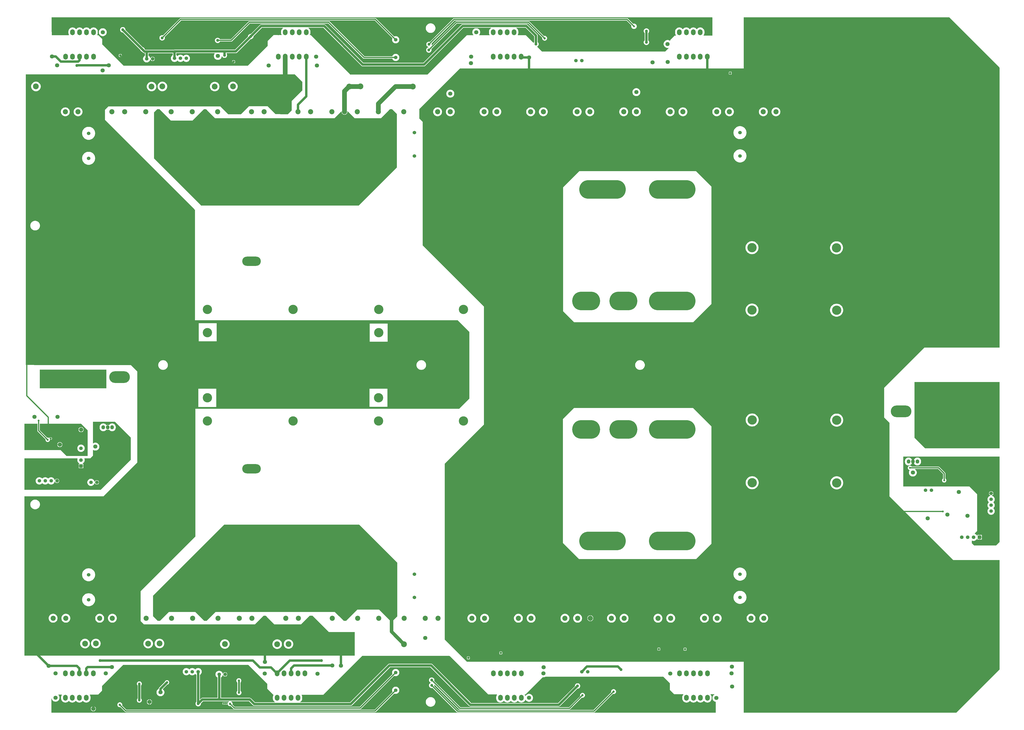
<source format=gbr>
%TF.GenerationSoftware,Altium Limited,Altium Designer,25.3.3 (18)*%
G04 Layer_Physical_Order=1*
G04 Layer_Color=255*
%FSLAX45Y45*%
%MOMM*%
%TF.SameCoordinates,A4CA6E92-6A9D-4088-ADF9-EEBE24E4F9EE*%
%TF.FilePolarity,Positive*%
%TF.FileFunction,Copper,L1,Top,Signal*%
%TF.Part,Single*%
G01*
G75*
%TA.AperFunction,Conductor*%
%ADD10C,1.00000*%
%ADD11C,0.50000*%
%ADD12C,0.80000*%
%ADD13C,2.00000*%
%ADD14C,1.50000*%
%ADD15R,3.31696X2.70484*%
%ADD16R,2.79999X2.79999*%
%TA.AperFunction,ComponentPad*%
%ADD17C,1.50000*%
%TA.AperFunction,TestPad*%
%ADD18C,1.80000*%
%TA.AperFunction,ComponentPad*%
%ADD19C,1.52400*%
%ADD20C,12.00000*%
%ADD21C,4.00000*%
%ADD22C,2.20000*%
%ADD23O,2.00000X2.50000*%
%ADD24C,1.80000*%
%ADD25C,2.50000*%
%ADD26O,12.00000X8.00000*%
%ADD27O,20.00000X8.00000*%
%ADD28R,1.55000X1.55000*%
%ADD29C,1.55000*%
%ADD30O,8.00000X4.00000*%
%ADD31O,6.60000X6.00000*%
%ADD32R,1.55000X1.55000*%
%ADD33O,8.89000X5.08000*%
%ADD34O,1.52400X1.77800*%
%TA.AperFunction,ViaPad*%
%ADD35C,1.00000*%
%ADD36C,0.70000*%
%ADD37C,1.27000*%
%ADD38C,1.80000*%
%ADD39C,0.80000*%
G36*
X29610001Y29952805D02*
Y29177499D01*
X29239676D01*
X29234244Y29188980D01*
X29242889Y29199512D01*
X29259604Y29230783D01*
X29269894Y29264713D01*
X29273370Y29300000D01*
Y29350000D01*
X29269894Y29385287D01*
X29259604Y29419217D01*
X29242889Y29450488D01*
X29220395Y29477896D01*
X29192987Y29500388D01*
X29161716Y29517102D01*
X29127786Y29527396D01*
X29092499Y29530872D01*
X29057214Y29527396D01*
X29023285Y29517102D01*
X28992014Y29500388D01*
X28964606Y29477896D01*
X28948849Y29458698D01*
X28936151D01*
X28920395Y29477896D01*
X28892987Y29500388D01*
X28861716Y29517102D01*
X28827786Y29527396D01*
X28792499Y29530872D01*
X28757214Y29527396D01*
X28723285Y29517102D01*
X28692014Y29500388D01*
X28664606Y29477896D01*
X28648849Y29458698D01*
X28636151D01*
X28620395Y29477896D01*
X28592987Y29500388D01*
X28561716Y29517102D01*
X28527786Y29527396D01*
X28492499Y29530872D01*
X28457214Y29527396D01*
X28423285Y29517102D01*
X28392014Y29500388D01*
X28364606Y29477896D01*
X28348849Y29458698D01*
X28336151D01*
X28320395Y29477896D01*
X28292987Y29500388D01*
X28261716Y29517102D01*
X28227786Y29527396D01*
X28192499Y29530872D01*
X28157214Y29527396D01*
X28123285Y29517102D01*
X28092014Y29500388D01*
X28064606Y29477896D01*
X28042111Y29450488D01*
X28025397Y29419217D01*
X28015103Y29385287D01*
X28011630Y29350000D01*
Y29300000D01*
X28015103Y29264713D01*
X28025397Y29230783D01*
X28042111Y29199512D01*
X28050754Y29188980D01*
X28045325Y29177499D01*
X27985001D01*
X27802499Y28995001D01*
Y28960391D01*
X27789801Y28953601D01*
X27768024Y28968152D01*
X27737088Y28980966D01*
X27704245Y28987500D01*
X27670758D01*
X27637912Y28980966D01*
X27606976Y28968152D01*
X27579132Y28949548D01*
X27555453Y28925867D01*
X27536847Y28898026D01*
X27524033Y28867087D01*
X27517499Y28834244D01*
Y28800757D01*
X27524033Y28767914D01*
X27536847Y28736975D01*
X27555453Y28709131D01*
X27579132Y28685452D01*
X27606976Y28666849D01*
X27637912Y28654034D01*
X27670758Y28647501D01*
X27704245D01*
X27723337Y28651297D01*
X27729593Y28639594D01*
X27582501Y28492499D01*
X22292500D01*
X22086188Y28698813D01*
X22087846Y28711404D01*
X22098456Y28717529D01*
X22119971Y28739044D01*
X22135185Y28765396D01*
X22143060Y28794785D01*
Y28825214D01*
X22135185Y28854605D01*
X22119971Y28880957D01*
X22103146Y28897781D01*
Y29179999D01*
X22100569Y29199579D01*
X22093011Y29217825D01*
X22080991Y29233490D01*
X22080991Y29233490D01*
X21668491Y29645990D01*
X21652824Y29658011D01*
X21634579Y29665570D01*
X21614999Y29668146D01*
X18875000D01*
X18855421Y29665570D01*
X18837177Y29658011D01*
X18821509Y29645990D01*
X18821509Y29645990D01*
X17183665Y28008148D01*
X14611334D01*
X12975990Y29643491D01*
X12960324Y29655511D01*
X12942079Y29663068D01*
X12922501Y29665646D01*
X10217500D01*
X10197921Y29663068D01*
X10179676Y29655511D01*
X10164009Y29643491D01*
X9776079Y29255560D01*
X9752286D01*
X9722895Y29247684D01*
X9696544Y29232471D01*
X9675029Y29210956D01*
X9659815Y29184604D01*
X9651940Y29155215D01*
Y29131421D01*
X9094471Y28573953D01*
X6492000D01*
X6472421Y28571375D01*
X6471872Y28571146D01*
X5233334D01*
X5212500Y28591980D01*
Y28592508D01*
X5206026Y28616669D01*
X5193519Y28638330D01*
X5175831Y28656018D01*
X5154169Y28668527D01*
X5130007Y28675000D01*
X5129481D01*
X4383060Y29421420D01*
Y29445215D01*
X4375185Y29474603D01*
X4359971Y29500955D01*
X4338456Y29522470D01*
X4312104Y29537686D01*
X4282714Y29545560D01*
X4252286D01*
X4222896Y29537686D01*
X4196544Y29522470D01*
X4175029Y29500955D01*
X4159815Y29474603D01*
X4151940Y29445215D01*
Y29414786D01*
X4159815Y29385397D01*
X4175029Y29359045D01*
X4196544Y29337531D01*
X4222896Y29322314D01*
X4252286Y29314441D01*
X4276079D01*
X5022500Y28568018D01*
Y28567493D01*
X5028974Y28543332D01*
X5041481Y28521667D01*
X5059169Y28503979D01*
X5080831Y28491473D01*
X5104993Y28485001D01*
X5105519D01*
X5148509Y28442010D01*
X5164176Y28429987D01*
X5182421Y28422430D01*
X5192210Y28421143D01*
X5202000Y28419852D01*
X5202002Y28419852D01*
X5220353D01*
Y28313370D01*
X5197193Y28297897D01*
X5175604Y28276306D01*
X5158641Y28250919D01*
X5146957Y28222711D01*
X5141000Y28192767D01*
Y28162234D01*
X5146957Y28132288D01*
X5158641Y28104080D01*
X5175604Y28078693D01*
X5197193Y28057104D01*
X5222580Y28040140D01*
X5250788Y28028458D01*
X5280734Y28022501D01*
X5311266D01*
X5341212Y28028458D01*
X5369420Y28040140D01*
X5394807Y28057104D01*
X5416397Y28078693D01*
X5433359Y28104080D01*
X5445043Y28132288D01*
X5447418Y28144223D01*
X5460451Y28144650D01*
X5461474Y28140833D01*
X5473981Y28119168D01*
X5491669Y28101480D01*
X5513332Y28088974D01*
X5537493Y28082501D01*
X5540000D01*
Y28177499D01*
Y28272501D01*
X5537493D01*
X5513332Y28266025D01*
X5491669Y28253519D01*
X5473981Y28235831D01*
X5461474Y28214169D01*
X5460451Y28210349D01*
X5447418Y28210776D01*
X5445043Y28222711D01*
X5433359Y28250919D01*
X5416397Y28276306D01*
X5394807Y28297897D01*
X5371647Y28313370D01*
Y28419852D01*
X6416353D01*
Y28335870D01*
X6393193Y28320395D01*
X6371603Y28298807D01*
X6354641Y28273419D01*
X6342957Y28245212D01*
X6337000Y28215265D01*
Y28184735D01*
X6342957Y28154788D01*
X6354641Y28126581D01*
X6371603Y28101193D01*
X6393193Y28079602D01*
X6418580Y28062640D01*
X6446788Y28050958D01*
X6476734Y28045001D01*
X6507266D01*
X6537212Y28050958D01*
X6565420Y28062640D01*
X6590807Y28079602D01*
X6611157Y28099954D01*
X6617717Y28101572D01*
X6620283D01*
X6626843Y28099954D01*
X6647193Y28079602D01*
X6672580Y28062640D01*
X6700788Y28050958D01*
X6730734Y28045001D01*
X6761266D01*
X6791212Y28050958D01*
X6819420Y28062640D01*
X6844807Y28079602D01*
X6865157Y28099954D01*
X6871717Y28101572D01*
X6874283D01*
X6880843Y28099954D01*
X6901193Y28079602D01*
X6926580Y28062640D01*
X6954788Y28050958D01*
X6984734Y28045001D01*
X7015266D01*
X7045212Y28050958D01*
X7073420Y28062640D01*
X7098807Y28079602D01*
X7120396Y28101193D01*
X7137359Y28126581D01*
X7149043Y28154788D01*
X7155000Y28184735D01*
Y28215265D01*
X7149043Y28245212D01*
X7137359Y28273419D01*
X7120396Y28298807D01*
X7098807Y28320395D01*
X7073420Y28337360D01*
X7045212Y28349042D01*
X7015266Y28354999D01*
X6984734D01*
X6954788Y28349042D01*
X6926580Y28337360D01*
X6901193Y28320395D01*
X6880843Y28300046D01*
X6874283Y28298428D01*
X6871717D01*
X6865157Y28300046D01*
X6844807Y28320395D01*
X6819420Y28337360D01*
X6791212Y28349042D01*
X6761266Y28354999D01*
X6730734D01*
X6700788Y28349042D01*
X6672580Y28337360D01*
X6647193Y28320395D01*
X6626843Y28300046D01*
X6620283Y28298428D01*
X6617717D01*
X6611157Y28300046D01*
X6590807Y28320395D01*
X6567647Y28335870D01*
Y28422659D01*
X8218149D01*
X8221069Y28415607D01*
X8222344Y28409958D01*
X8204348Y28383026D01*
X8191533Y28352087D01*
X8185000Y28319244D01*
Y28285757D01*
X8191533Y28252914D01*
X8204348Y28221976D01*
X8222953Y28194131D01*
X8246631Y28170453D01*
X8274475Y28151849D01*
X8305413Y28139032D01*
X8338257Y28132501D01*
X8371743D01*
X8404587Y28139032D01*
X8435525Y28151849D01*
X8463369Y28170453D01*
X8487048Y28194131D01*
X8505652Y28221976D01*
X8518467Y28252914D01*
X8523433Y28277878D01*
X8536822Y28280090D01*
X8547529Y28261545D01*
X8569044Y28240030D01*
X8595396Y28224814D01*
X8624786Y28216940D01*
X8655214D01*
X8684604Y28224814D01*
X8710956Y28240030D01*
X8732471Y28261545D01*
X8747685Y28287897D01*
X8755560Y28317285D01*
Y28347714D01*
X8747685Y28377106D01*
X8732471Y28403455D01*
X8725969Y28409958D01*
X8731229Y28422659D01*
X9125805D01*
X9145384Y28425235D01*
X9163629Y28432794D01*
X9179296Y28444815D01*
X9758921Y29024438D01*
X9782714D01*
X9812104Y29032315D01*
X9838456Y29047528D01*
X9859971Y29069043D01*
X9875185Y29095395D01*
X9883060Y29124786D01*
Y29148578D01*
X10248834Y29514352D01*
X11152004D01*
X11155090Y29502032D01*
X11152013Y29500388D01*
X11124605Y29477896D01*
X11102111Y29450488D01*
X11085397Y29419217D01*
X11075104Y29385287D01*
X11071629Y29350000D01*
Y29300000D01*
X11075104Y29264713D01*
X11085397Y29230783D01*
X11095156Y29212527D01*
X11088627Y29201633D01*
X10751632D01*
X10492500Y28942499D01*
Y28732501D01*
X9640000Y27879999D01*
X4305000D01*
X3387500Y28797501D01*
Y29029999D01*
X3220000Y29197501D01*
X3173713D01*
X3166101Y29210199D01*
X3177103Y29230783D01*
X3187396Y29264713D01*
X3190871Y29300000D01*
Y29350000D01*
X3187396Y29385287D01*
X3177103Y29419217D01*
X3160389Y29450488D01*
X3137895Y29477896D01*
X3110487Y29500388D01*
X3079216Y29517102D01*
X3045286Y29527396D01*
X3010000Y29530872D01*
X2974714Y29527396D01*
X2940784Y29517102D01*
X2909513Y29500388D01*
X2882105Y29477896D01*
X2866350Y29458698D01*
X2853650D01*
X2837895Y29477896D01*
X2810487Y29500388D01*
X2779216Y29517102D01*
X2745286Y29527396D01*
X2710000Y29530872D01*
X2674714Y29527396D01*
X2640784Y29517102D01*
X2609513Y29500388D01*
X2582105Y29477896D01*
X2566350Y29458698D01*
X2553650D01*
X2537895Y29477896D01*
X2510487Y29500388D01*
X2479216Y29517102D01*
X2445286Y29527396D01*
X2410000Y29530872D01*
X2374714Y29527396D01*
X2340784Y29517102D01*
X2309513Y29500388D01*
X2282105Y29477896D01*
X2266350Y29458698D01*
X2253650D01*
X2237895Y29477896D01*
X2210487Y29500388D01*
X2179216Y29517102D01*
X2145286Y29527396D01*
X2110000Y29530872D01*
X2074714Y29527396D01*
X2040784Y29517102D01*
X2009513Y29500388D01*
X1982105Y29477896D01*
X1959611Y29450488D01*
X1942897Y29419217D01*
X1932604Y29385287D01*
X1929129Y29350000D01*
Y29300000D01*
X1932604Y29264713D01*
X1942897Y29230783D01*
X1953899Y29210199D01*
X1946287Y29197501D01*
X1357498D01*
X1344957Y29210040D01*
X1351531Y29221426D01*
X1375518Y29214999D01*
X1380000D01*
Y29314999D01*
X1280000D01*
Y29310519D01*
X1286427Y29286533D01*
X1275040Y29279959D01*
X1212500Y29342502D01*
Y29961566D01*
X29601019Y29961786D01*
X29610001Y29952805D01*
D02*
G37*
G36*
X21951852Y29148666D02*
Y28897781D01*
X21935030Y28880957D01*
X21928903Y28870346D01*
X21916312Y28868689D01*
X21592500Y29192499D01*
X21252838D01*
X21245927Y29205200D01*
X21259602Y29230783D01*
X21269894Y29264713D01*
X21273370Y29300000D01*
Y29350000D01*
X21269894Y29385287D01*
X21259602Y29419217D01*
X21242889Y29450488D01*
X21220395Y29477896D01*
X21192987Y29500388D01*
X21185233Y29504535D01*
X21188318Y29516852D01*
X21583665D01*
X21951852Y29148666D01*
D02*
G37*
G36*
X20099768Y29504535D02*
X20092014Y29500388D01*
X20064606Y29477896D01*
X20042111Y29450488D01*
X20025397Y29419217D01*
X20015105Y29385287D01*
X20011629Y29350000D01*
Y29300000D01*
X20015105Y29264713D01*
X20025397Y29230783D01*
X20039072Y29205200D01*
X20032162Y29192499D01*
X19588377D01*
X19583116Y29205200D01*
X19594548Y29216632D01*
X19613152Y29244476D01*
X19625967Y29275412D01*
X19632500Y29308258D01*
Y29341742D01*
X19625967Y29374588D01*
X19613152Y29405524D01*
X19594548Y29433368D01*
X19570869Y29457047D01*
X19543025Y29475653D01*
X19512086Y29488467D01*
X19479243Y29495001D01*
X19445757D01*
X19412914Y29488467D01*
X19381975Y29475653D01*
X19354131Y29457047D01*
X19330453Y29433368D01*
X19311848Y29405524D01*
X19299033Y29374588D01*
X19292500Y29341742D01*
Y29308258D01*
X19299033Y29275412D01*
X19311848Y29244476D01*
X19330453Y29216632D01*
X19341884Y29205200D01*
X19336624Y29192499D01*
X19057500D01*
X17370000Y27504999D01*
X14047501D01*
X12350868Y29201633D01*
X12316373D01*
X12309844Y29212527D01*
X12319603Y29230783D01*
X12329896Y29264713D01*
X12333371Y29300000D01*
Y29350000D01*
X12329896Y29385287D01*
X12319603Y29419217D01*
X12302889Y29450488D01*
X12280395Y29477896D01*
X12252987Y29500388D01*
X12249910Y29502032D01*
X12252996Y29514352D01*
X12891167D01*
X14526509Y27879010D01*
X14526509Y27879010D01*
X14542175Y27866989D01*
X14560422Y27859430D01*
X14580000Y27856854D01*
X17214999D01*
X17234579Y27859430D01*
X17252824Y27866989D01*
X17268491Y27879010D01*
X18906334Y29516852D01*
X20096683D01*
X20099768Y29504535D01*
D02*
G37*
G36*
X11985000Y27189999D02*
Y26825000D01*
X11530000Y26370001D01*
Y25957501D01*
X11362500Y25789999D01*
X11254000D01*
X10829685Y25797815D01*
X10492499Y26135001D01*
X9692500Y26135001D01*
X9345000Y25787500D01*
X8805000D01*
X8462500Y26129999D01*
X3647500D01*
X3502500Y25985001D01*
X3502500Y25552499D01*
X7374999Y21680000D01*
X7375000Y16930000D01*
X18657822D01*
X19162500Y16425322D01*
Y13557500D01*
X18725000Y13120000D01*
X7385000D01*
Y7620000D01*
X5032500Y5267500D01*
Y3980000D01*
X5177501Y3834999D01*
X9944998D01*
X10320314Y4210313D01*
X10412388Y4210111D01*
X10782501Y3839999D01*
X11929999D01*
X12295970Y4205970D01*
X12426533Y4205969D01*
X13127496Y3505000D01*
X14242500Y3505000D01*
Y2489232D01*
X38438D01*
X38438Y9345000D01*
X3435000D01*
X4890000Y10800000D01*
Y14722501D01*
X4615000Y14997501D01*
X455000D01*
Y15007500D01*
X99999D01*
X100000Y27507498D01*
X11667500Y27507501D01*
X11985000Y27189999D01*
D02*
G37*
G36*
X6337502Y25520000D02*
X7262500D01*
X7752114Y26009613D01*
X7847886D01*
X8047500Y25810001D01*
X8235000Y25622501D01*
X13365001D01*
X13662189Y25919687D01*
X13673921Y25914828D01*
Y25900000D01*
X13678217Y25867368D01*
X13690813Y25836960D01*
X13710849Y25810849D01*
X13736961Y25790814D01*
X13767368Y25778217D01*
X13800000Y25773920D01*
X13832632Y25778217D01*
X13863039Y25790814D01*
X13889151Y25810849D01*
X13909187Y25836960D01*
X13921783Y25867368D01*
X13926079Y25900000D01*
Y25914828D01*
X13937811Y25919687D01*
X14234999Y25622501D01*
X15367500Y25622498D01*
X15547501Y25802499D01*
X15754614Y26009613D01*
X15847887D01*
X16047501Y25809998D01*
Y23502499D01*
X14410001Y21864999D01*
X7634997D01*
X5607500Y23892497D01*
Y25867499D01*
X5749614Y26009613D01*
X5847885Y26009613D01*
X6337502Y25520000D01*
D02*
G37*
G36*
X41961563Y27800949D02*
X41961569Y15752499D01*
X38725000Y15752499D01*
X36995001Y14022501D01*
Y12745000D01*
X37227499Y12512500D01*
Y9350000D01*
X39969241Y6608260D01*
X41961575D01*
X41961578Y1896204D01*
X40103812Y38439D01*
X30957501D01*
Y2227500D01*
X19064999D01*
X18110001Y3182500D01*
Y10752500D01*
X19792500Y12435000D01*
X19792500Y17517500D01*
X17160001Y20150000D01*
Y25467500D01*
X17010001Y25617499D01*
X17012500Y25620001D01*
Y26017499D01*
X18757500Y27762500D01*
X30957501Y27762500D01*
Y29961795D01*
X39800647Y29961865D01*
X41961563Y27800949D01*
D02*
G37*
G36*
X3560000Y13995000D02*
X700000D01*
Y14802499D01*
X3560000D01*
Y13995000D01*
D02*
G37*
G36*
X2757500Y12195000D02*
Y11084500D01*
X1850500D01*
X1592500Y11342500D01*
X38438D01*
X38437Y12472500D01*
X599020D01*
Y12172500D01*
X602901Y12152991D01*
X613952Y12136452D01*
X947197Y11803207D01*
X945000Y11795007D01*
Y11769993D01*
X951474Y11745831D01*
X963981Y11724169D01*
X981669Y11706481D01*
X1003331Y11693974D01*
X1027493Y11687500D01*
X1052507D01*
X1076669Y11693974D01*
X1098331Y11706481D01*
X1116019Y11724169D01*
X1128526Y11745831D01*
X1135000Y11769993D01*
Y11775807D01*
X1147700Y11784293D01*
X1158065Y11780000D01*
X1160000D01*
Y11840000D01*
Y11900000D01*
X1158065D01*
X1136013Y11890865D01*
X1119134Y11873987D01*
X1113771Y11861040D01*
X1098791Y11858060D01*
X1098331Y11858519D01*
X1076669Y11871026D01*
X1052507Y11877500D01*
X1027493D01*
X1019293Y11875303D01*
X700980Y12193616D01*
Y12472500D01*
X2480000D01*
X2757500Y12195000D01*
D02*
G37*
G36*
X41961572Y11417500D02*
X38750000D01*
X38299841Y11867659D01*
Y14270000D01*
X41961572D01*
X41961572Y11417500D01*
D02*
G37*
G36*
X4615000Y11879773D02*
X4614999Y10919999D01*
X3320000Y9625000D01*
X38438Y9625000D01*
Y10985500D01*
X2320378Y10985500D01*
X2328865Y10972800D01*
X2321053Y10953941D01*
X2315000Y10923513D01*
Y10892488D01*
X2321053Y10862059D01*
X2332925Y10833396D01*
X2350162Y10807600D01*
X2372100Y10785662D01*
X2397896Y10768426D01*
X2408097Y10764200D01*
X2405571Y10751500D01*
X2375000D01*
Y10663993D01*
X2472500D01*
X2570000D01*
Y10751500D01*
X2539430D01*
X2536904Y10764200D01*
X2547104Y10768426D01*
X2572901Y10785662D01*
X2594839Y10807600D01*
X2612075Y10833396D01*
X2623948Y10862059D01*
X2630000Y10892488D01*
Y10923513D01*
X2623948Y10953941D01*
X2616136Y10972800D01*
X2624622Y10985500D01*
X2868000D01*
X2982500Y11100000D01*
Y11341401D01*
X2993701Y11347388D01*
X3009475Y11336848D01*
X3040413Y11324033D01*
X3073256Y11317500D01*
X3106743D01*
X3139587Y11324033D01*
X3170525Y11336848D01*
X3198369Y11355453D01*
X3222047Y11379132D01*
X3240652Y11406975D01*
X3253467Y11437913D01*
X3260000Y11470757D01*
Y11504244D01*
X3253467Y11537087D01*
X3240652Y11568025D01*
X3222047Y11595869D01*
X3198369Y11619548D01*
X3170525Y11638152D01*
X3139587Y11650967D01*
X3106743Y11657500D01*
X3073256D01*
X3040413Y11650967D01*
X3009475Y11638152D01*
X2993701Y11627612D01*
X2982500Y11633599D01*
Y12557500D01*
X3937273D01*
X4615000Y11879773D01*
D02*
G37*
G36*
X39732501Y11058560D02*
X41961572D01*
X41961575Y7384076D01*
X41807501Y7230000D01*
X40870001D01*
X40764499Y7335500D01*
Y7435378D01*
X40777200Y7443864D01*
X40796060Y7436053D01*
X40826489Y7430000D01*
X40857513D01*
X40887943Y7436053D01*
X40916605Y7447925D01*
X40942401Y7465162D01*
X40964337Y7487100D01*
X40981573Y7512896D01*
X40985800Y7523097D01*
X40998499Y7520571D01*
Y7490000D01*
X41085992D01*
Y7587494D01*
Y7685000D01*
X40998499D01*
Y7654430D01*
X40985800Y7651904D01*
X40981573Y7662104D01*
X40964337Y7687901D01*
X40942401Y7709839D01*
X40916605Y7727075D01*
X40894281Y7736321D01*
X40890680Y7750681D01*
X40995001Y7855000D01*
Y9437500D01*
X40662500Y9770000D01*
X37814999D01*
X37814999Y11062500D01*
X39732501D01*
Y11058560D01*
D02*
G37*
G36*
X16070000Y6497500D02*
Y4185306D01*
X15870273Y3985578D01*
X15772002Y3985578D01*
X15282384Y4475192D01*
X14357385D01*
X13867772Y3985578D01*
X13772000D01*
X13572386Y4185192D01*
X13384888Y4372692D01*
X8254885D01*
X7867772Y3985578D01*
X7772000D01*
X7384887Y4372692D01*
X6252387Y4372693D01*
X6072386Y4192692D01*
X5865272Y3985578D01*
X5772000D01*
X5572386Y4185193D01*
Y5072386D01*
X8630191Y8130192D01*
X14437308D01*
X16070000Y6497500D01*
D02*
G37*
G36*
X19981250Y818750D02*
X20349748D01*
X20355177Y807269D01*
X20349611Y800487D01*
X20332896Y769216D01*
X20322604Y735286D01*
X20319128Y700000D01*
Y650000D01*
X20322604Y614714D01*
X20332896Y580784D01*
X20349611Y549513D01*
X20372105Y522105D01*
X20399513Y499611D01*
X20430785Y482897D01*
X20464714Y472604D01*
X20500000Y469129D01*
X20535286Y472604D01*
X20569215Y482897D01*
X20600487Y499611D01*
X20627895Y522105D01*
X20643649Y541302D01*
X20656351D01*
X20672105Y522105D01*
X20699513Y499611D01*
X20730785Y482897D01*
X20764714Y472604D01*
X20800000Y469129D01*
X20835286Y472604D01*
X20869215Y482897D01*
X20900487Y499611D01*
X20927895Y522105D01*
X20943649Y541302D01*
X20956351D01*
X20972105Y522105D01*
X20999513Y499611D01*
X21030785Y482897D01*
X21064714Y472604D01*
X21100000Y469129D01*
X21135286Y472604D01*
X21169215Y482897D01*
X21200487Y499611D01*
X21227895Y522105D01*
X21243649Y541302D01*
X21256351D01*
X21272105Y522105D01*
X21299513Y499611D01*
X21330785Y482897D01*
X21364714Y472604D01*
X21400000Y469129D01*
X21435286Y472604D01*
X21469215Y482897D01*
X21500487Y499611D01*
X21527895Y522105D01*
X21550389Y549513D01*
X21567104Y580784D01*
X21570314Y591370D01*
X21583632Y591523D01*
X21600266Y566631D01*
X21623944Y542952D01*
X21651787Y524348D01*
X21682726Y511533D01*
X21715569Y505000D01*
X21749055D01*
X21781898Y511533D01*
X21812837Y524348D01*
X21840681Y542952D01*
X21864360Y566631D01*
X21882964Y594475D01*
X21895779Y625413D01*
X21902312Y658256D01*
Y691743D01*
X21895779Y724587D01*
X21882964Y755525D01*
X21864360Y783369D01*
X21840681Y807047D01*
X21812837Y825652D01*
X21781898Y838467D01*
X21749055Y845000D01*
X21715569D01*
X21682726Y838467D01*
X21651787Y825652D01*
X21623944Y807047D01*
X21600266Y783369D01*
X21583632Y758477D01*
X21570314Y758630D01*
X21567104Y769216D01*
X21550389Y800487D01*
X21544823Y807269D01*
X21550252Y818750D01*
X21577499D01*
X22321156Y1562407D01*
X22333257Y1560000D01*
X22366743D01*
X22399586Y1566533D01*
X22430525Y1579348D01*
X22435242Y1582500D01*
X27503751D01*
X27787500Y1298750D01*
Y1016250D01*
X27970001Y833750D01*
X28360480D01*
X28366489Y821050D01*
X28349612Y800487D01*
X28332898Y769216D01*
X28322604Y735286D01*
X28319128Y700000D01*
Y650000D01*
X28322604Y614714D01*
X28332898Y580784D01*
X28349612Y549513D01*
X28372104Y522105D01*
X28399512Y499611D01*
X28430783Y482897D01*
X28464713Y472604D01*
X28500000Y469129D01*
X28535287Y472604D01*
X28569217Y482897D01*
X28600488Y499611D01*
X28627896Y522105D01*
X28643649Y541302D01*
X28656351D01*
X28672104Y522105D01*
X28699512Y499611D01*
X28730783Y482897D01*
X28764713Y472604D01*
X28800000Y469129D01*
X28835287Y472604D01*
X28869217Y482897D01*
X28900488Y499611D01*
X28927896Y522105D01*
X28943649Y541302D01*
X28956351D01*
X28972104Y522105D01*
X28999512Y499611D01*
X29030783Y482897D01*
X29064713Y472604D01*
X29100000Y469129D01*
X29135287Y472604D01*
X29169217Y482897D01*
X29200488Y499611D01*
X29227896Y522105D01*
X29243649Y541302D01*
X29256351D01*
X29272104Y522105D01*
X29299512Y499611D01*
X29330783Y482897D01*
X29364713Y472604D01*
X29400000Y469129D01*
X29435287Y472604D01*
X29469217Y482897D01*
X29500488Y499611D01*
X29527896Y522105D01*
X29550388Y549513D01*
X29567102Y580784D01*
X29577396Y614714D01*
X29580872Y650000D01*
Y700000D01*
X29577396Y735286D01*
X29567102Y769216D01*
X29550388Y800487D01*
X29533514Y821050D01*
X29539520Y833750D01*
X29702911D01*
X29705435Y821050D01*
X29704474Y820652D01*
X29676633Y802047D01*
X29652954Y778369D01*
X29634348Y750525D01*
X29621533Y719587D01*
X29614999Y686743D01*
Y653257D01*
X29621533Y620413D01*
X29634348Y589475D01*
X29652954Y561631D01*
X29676633Y537952D01*
X29704474Y519348D01*
X29735413Y506533D01*
X29760001Y501642D01*
Y38439D01*
X1197500D01*
Y648432D01*
X1210200Y649683D01*
X1214033Y630413D01*
X1226848Y599475D01*
X1245452Y571631D01*
X1269131Y547952D01*
X1296975Y529348D01*
X1327913Y516533D01*
X1360756Y510000D01*
X1394243D01*
X1427087Y516533D01*
X1458025Y529348D01*
X1485869Y547952D01*
X1509547Y571631D01*
X1528152Y599475D01*
X1540967Y630413D01*
X1547500Y663256D01*
Y696743D01*
X1540967Y729587D01*
X1528152Y760525D01*
X1509547Y788369D01*
X1496866Y801050D01*
X1502126Y813750D01*
X1645644D01*
X1651074Y802270D01*
X1649611Y800487D01*
X1632897Y769216D01*
X1622604Y735286D01*
X1619129Y700000D01*
Y650000D01*
X1622604Y614714D01*
X1632897Y580784D01*
X1649611Y549513D01*
X1672105Y522105D01*
X1699513Y499611D01*
X1730784Y482897D01*
X1764714Y472604D01*
X1800000Y469129D01*
X1835286Y472604D01*
X1869216Y482897D01*
X1900487Y499611D01*
X1927895Y522105D01*
X1943650Y541302D01*
X1956350D01*
X1972105Y522105D01*
X1999513Y499611D01*
X2030784Y482897D01*
X2064714Y472604D01*
X2100000Y469129D01*
X2135286Y472604D01*
X2169216Y482897D01*
X2200487Y499611D01*
X2227895Y522105D01*
X2243650Y541302D01*
X2256350D01*
X2272105Y522105D01*
X2299513Y499611D01*
X2330784Y482897D01*
X2364714Y472604D01*
X2400000Y469129D01*
X2435286Y472604D01*
X2469216Y482897D01*
X2500487Y499611D01*
X2527895Y522105D01*
X2543650Y541302D01*
X2556350D01*
X2572105Y522105D01*
X2599513Y499611D01*
X2630784Y482897D01*
X2664714Y472604D01*
X2700000Y469129D01*
X2735286Y472604D01*
X2769216Y482897D01*
X2800487Y499611D01*
X2827895Y522105D01*
X2850389Y549513D01*
X2867103Y580784D01*
X2877396Y614714D01*
X2880871Y650000D01*
Y700000D01*
X2877396Y735286D01*
X2867103Y769216D01*
X2850389Y800487D01*
X2848925Y802269D01*
X2854355Y813750D01*
X3205000D01*
X3372500Y981250D01*
Y1177500D01*
X4283750Y2088750D01*
X9667500D01*
X10477500Y1278750D01*
Y1068750D01*
X10736632Y809618D01*
X10742242D01*
X10747704Y796918D01*
X10732897Y769216D01*
X10722604Y735286D01*
X10719129Y700000D01*
Y650000D01*
X10722604Y614714D01*
X10732897Y580784D01*
X10749611Y549513D01*
X10772105Y522105D01*
X10799513Y499611D01*
X10811233Y493347D01*
X10808052Y480647D01*
X9953834D01*
X9780991Y653491D01*
X9765324Y665512D01*
X9747079Y673070D01*
X9727500Y675647D01*
X8486647D01*
Y1549129D01*
X8509807Y1564603D01*
X8531396Y1586193D01*
X8548359Y1611580D01*
X8560043Y1639788D01*
X8562417Y1651723D01*
X8575451Y1652150D01*
X8576474Y1648331D01*
X8588981Y1626669D01*
X8606669Y1608981D01*
X8628331Y1596474D01*
X8652493Y1590000D01*
X8655000D01*
Y1685000D01*
Y1780000D01*
X8652493D01*
X8628331Y1773526D01*
X8606669Y1761019D01*
X8588981Y1743331D01*
X8576474Y1721668D01*
X8575451Y1717850D01*
X8562417Y1718276D01*
X8560043Y1730212D01*
X8548359Y1758420D01*
X8531396Y1783807D01*
X8509807Y1805396D01*
X8484420Y1822359D01*
X8456212Y1834043D01*
X8426266Y1840000D01*
X8395734D01*
X8365788Y1834043D01*
X8337580Y1822359D01*
X8312193Y1805396D01*
X8290603Y1783807D01*
X8273641Y1758420D01*
X8261957Y1730212D01*
X8256000Y1700266D01*
Y1669734D01*
X8261957Y1639788D01*
X8273641Y1611580D01*
X8290603Y1586193D01*
X8312193Y1564603D01*
X8335353Y1549129D01*
Y675647D01*
X7687500D01*
X7667921Y673070D01*
X7649676Y665512D01*
X7634009Y653491D01*
X7634009Y653490D01*
X7595380Y614862D01*
X7583647Y619722D01*
Y1664129D01*
X7606807Y1679603D01*
X7628396Y1701193D01*
X7645359Y1726580D01*
X7657043Y1754788D01*
X7663000Y1784734D01*
Y1815266D01*
X7657043Y1845212D01*
X7645359Y1873420D01*
X7628396Y1898807D01*
X7606807Y1920396D01*
X7581420Y1937359D01*
X7553212Y1949043D01*
X7523266Y1955000D01*
X7492734D01*
X7462788Y1949043D01*
X7434580Y1937359D01*
X7409193Y1920396D01*
X7388843Y1900046D01*
X7382283Y1898427D01*
X7379717D01*
X7373157Y1900046D01*
X7352807Y1920396D01*
X7327420Y1937359D01*
X7299212Y1949043D01*
X7269266Y1955000D01*
X7238734D01*
X7208788Y1949043D01*
X7180580Y1937359D01*
X7155193Y1920396D01*
X7134843Y1900046D01*
X7128283Y1898427D01*
X7125717D01*
X7119157Y1900046D01*
X7098807Y1920396D01*
X7073420Y1937359D01*
X7045212Y1949043D01*
X7015266Y1955000D01*
X6984734D01*
X6954788Y1949043D01*
X6926580Y1937359D01*
X6901193Y1920396D01*
X6879603Y1898807D01*
X6862641Y1873420D01*
X6850957Y1845212D01*
X6845000Y1815266D01*
Y1784734D01*
X6850957Y1754788D01*
X6862641Y1726580D01*
X6879603Y1701193D01*
X6901193Y1679603D01*
X6926580Y1662641D01*
X6954788Y1650957D01*
X6984734Y1645000D01*
X7015266D01*
X7045212Y1650957D01*
X7073420Y1662641D01*
X7098807Y1679603D01*
X7119157Y1699954D01*
X7125717Y1701572D01*
X7128283D01*
X7134843Y1699954D01*
X7155193Y1679603D01*
X7180580Y1662641D01*
X7208788Y1650957D01*
X7238734Y1645000D01*
X7269266D01*
X7299212Y1650957D01*
X7327420Y1662641D01*
X7352807Y1679603D01*
X7373157Y1699954D01*
X7379717Y1701572D01*
X7382283D01*
X7388843Y1699954D01*
X7409193Y1679603D01*
X7432353Y1664129D01*
Y508280D01*
X7417529Y493456D01*
X7402315Y467104D01*
X7394440Y437714D01*
Y407286D01*
X7402315Y377896D01*
X7417529Y351544D01*
X7439044Y330029D01*
X7465396Y314815D01*
X7494786Y306940D01*
X7525214D01*
X7554604Y314815D01*
X7580956Y330029D01*
X7602471Y351544D01*
X7617685Y377896D01*
X7625560Y407286D01*
Y431079D01*
X7718834Y524353D01*
X8832175D01*
X8835577Y511653D01*
X8818028Y501521D01*
X8798479Y481972D01*
X8797670Y480571D01*
X8781799Y478482D01*
X8773655Y486626D01*
X8753440Y495000D01*
X8752500D01*
Y440000D01*
Y385000D01*
X8753440D01*
X8767766Y390934D01*
X8782371Y385496D01*
X8784656Y376972D01*
X8798479Y353029D01*
X8818028Y333479D01*
X8841971Y319656D01*
X8868676Y312500D01*
X8896323D01*
X8911372Y316532D01*
X9026452Y201452D01*
X9042991Y190401D01*
X9062500Y186520D01*
X14475500D01*
X14495009Y190401D01*
X14511548Y201452D01*
X15932349Y1622252D01*
X15954788Y1612957D01*
X15984734Y1607000D01*
X16015266D01*
X16045212Y1612957D01*
X16073421Y1624641D01*
X16098807Y1641604D01*
X16120396Y1663193D01*
X16137360Y1688580D01*
X16149043Y1716788D01*
X16155000Y1746734D01*
Y1777266D01*
X16149043Y1807212D01*
X16137360Y1835420D01*
X16120396Y1860807D01*
X16098807Y1882397D01*
X16073421Y1899359D01*
X16045212Y1911043D01*
X16015266Y1917000D01*
X15984734D01*
X15954788Y1911043D01*
X15926579Y1899359D01*
X15901193Y1882397D01*
X15879604Y1860807D01*
X15862640Y1835420D01*
X15850957Y1807212D01*
X15845000Y1777266D01*
Y1746734D01*
X15850957Y1716788D01*
X15860252Y1694348D01*
X14454382Y288479D01*
X9083617D01*
X8983468Y388628D01*
X8987500Y403677D01*
Y431323D01*
X8980344Y458029D01*
X8966521Y481972D01*
X8946971Y501521D01*
X8929422Y511653D01*
X8932825Y524353D01*
X9696166D01*
X9869009Y351509D01*
X9884676Y339488D01*
X9902921Y331931D01*
X9922500Y329353D01*
X9922502Y329353D01*
X14067500D01*
X14087079Y331931D01*
X14105322Y339488D01*
X14120990Y351509D01*
X15763834Y1994353D01*
X17488666D01*
X19159010Y324009D01*
X19174677Y311988D01*
X19192921Y304430D01*
X19212500Y301853D01*
X19212502Y301853D01*
X23010001D01*
X23029579Y304430D01*
X23047824Y311988D01*
X23063490Y324009D01*
X23808920Y1069440D01*
X23832713D01*
X23862103Y1077315D01*
X23888457Y1092529D01*
X23909972Y1114044D01*
X23925185Y1140395D01*
X23933060Y1169786D01*
Y1200214D01*
X23925185Y1229604D01*
X23909972Y1255956D01*
X23888457Y1277471D01*
X23862103Y1292685D01*
X23832713Y1300560D01*
X23802286D01*
X23772896Y1292685D01*
X23746544Y1277471D01*
X23725029Y1255956D01*
X23709814Y1229604D01*
X23701939Y1200214D01*
Y1176421D01*
X22978667Y453147D01*
X19243835D01*
X17573491Y2123491D01*
X17557825Y2135512D01*
X17539578Y2143069D01*
X17520000Y2145647D01*
X15732503D01*
X15732500Y2145647D01*
X15712921Y2143069D01*
X15694676Y2135512D01*
X15679008Y2123491D01*
X14036165Y480647D01*
X11891949D01*
X11888767Y493347D01*
X11900487Y499611D01*
X11927895Y522105D01*
X11950389Y549513D01*
X11967103Y580784D01*
X11977396Y614714D01*
X11980871Y650000D01*
Y700000D01*
X11977396Y735286D01*
X11967103Y769216D01*
X11952296Y796918D01*
X11957758Y809618D01*
X12882117D01*
X14557500Y2485000D01*
X18314999D01*
X19981250Y818750D01*
D02*
G37*
%LPC*%
G36*
X25947501Y29925980D02*
X18504999Y29925977D01*
X18485490Y29922098D01*
X18468951Y29911047D01*
X17469994Y28912091D01*
X17447714Y28918060D01*
X17417287D01*
X17387897Y28910184D01*
X17361543Y28894971D01*
X17340028Y28873456D01*
X17324815Y28847104D01*
X17316940Y28817715D01*
Y28787286D01*
X17324815Y28757895D01*
X17340028Y28731543D01*
X17361543Y28710028D01*
X17387897Y28694815D01*
X17412360Y28688260D01*
X17410687Y28675562D01*
X17409785D01*
X17380396Y28667685D01*
X17354044Y28652472D01*
X17332529Y28630957D01*
X17317316Y28604605D01*
X17309441Y28575214D01*
Y28544785D01*
X17317316Y28515396D01*
X17332529Y28489044D01*
X17354044Y28467529D01*
X17380396Y28452316D01*
X17409785Y28444440D01*
X17440215D01*
X17469604Y28452316D01*
X17495956Y28467529D01*
X17517471Y28489044D01*
X17532684Y28515396D01*
X17540559Y28544785D01*
Y28575214D01*
X17534590Y28597495D01*
X18628616Y29691519D01*
X21696788D01*
X22300958Y29087350D01*
X22298116Y29076743D01*
Y29049097D01*
X22305272Y29022391D01*
X22319095Y28998450D01*
X22338644Y28978900D01*
X22362587Y28965076D01*
X22389293Y28957919D01*
X22416939D01*
X22443645Y28965076D01*
X22467587Y28978900D01*
X22487137Y28998450D01*
X22500960Y29022391D01*
X22508116Y29049097D01*
Y29076743D01*
X22500960Y29103448D01*
X22487137Y29127393D01*
X22467587Y29146942D01*
X22443645Y29160764D01*
X22416939Y29167920D01*
X22389293D01*
X22369801Y29162698D01*
X21753952Y29778549D01*
X21737413Y29789600D01*
X21717905Y29793481D01*
X18607500D01*
X18587991Y29789600D01*
X18571452Y29778549D01*
X17554260Y28761356D01*
X17542874Y28767929D01*
X17548061Y28787286D01*
Y28817715D01*
X17542090Y28839993D01*
X18526115Y29824020D01*
X25926385Y29824020D01*
X26135410Y29614993D01*
X26129440Y29592715D01*
Y29562286D01*
X26137314Y29532895D01*
X26152530Y29506543D01*
X26174045Y29485028D01*
X26200397Y29469815D01*
X26229785Y29461938D01*
X26260214D01*
X26289606Y29469815D01*
X26315955Y29485028D01*
X26337469Y29506543D01*
X26352686Y29532895D01*
X26360559Y29562286D01*
Y29592715D01*
X26352686Y29622104D01*
X26337469Y29648456D01*
X26315955Y29669971D01*
X26289606Y29685184D01*
X26260214Y29693060D01*
X26229785D01*
X26207507Y29687091D01*
X25983548Y29911047D01*
X25967010Y29922098D01*
X25947501Y29925980D01*
D02*
G37*
G36*
X1404482Y29435001D02*
X1400000D01*
Y29335001D01*
X1500000D01*
Y29339481D01*
X1492503Y29367459D01*
X1478022Y29392542D01*
X1457541Y29413022D01*
X1432458Y29427505D01*
X1404482Y29435001D01*
D02*
G37*
G36*
X1380000D02*
X1375518D01*
X1347542Y29427505D01*
X1322459Y29413022D01*
X1301978Y29392542D01*
X1287497Y29367459D01*
X1280000Y29339481D01*
Y29335001D01*
X1380000D01*
Y29435001D01*
D02*
G37*
G36*
X8724482Y29435001D02*
X8720000D01*
Y29335001D01*
X8820000D01*
Y29339481D01*
X8812504Y29367459D01*
X8798022Y29392542D01*
X8777541Y29413022D01*
X8752458Y29427502D01*
X8724482Y29435001D01*
D02*
G37*
G36*
X8700000D02*
X8695518D01*
X8667542Y29427502D01*
X8642459Y29413022D01*
X8621978Y29392542D01*
X8607497Y29367459D01*
X8600000Y29339481D01*
Y29335001D01*
X8700000D01*
Y29435001D01*
D02*
G37*
G36*
X17512508Y29707690D02*
X17487492D01*
X17479646Y29706659D01*
X17471750Y29706140D01*
X17447214Y29701260D01*
X17439720Y29698715D01*
X17432076Y29696667D01*
X17408965Y29687094D01*
X17402112Y29683139D01*
X17395013Y29679639D01*
X17374213Y29665738D01*
X17368262Y29660519D01*
X17361984Y29655704D01*
X17344296Y29638013D01*
X17339478Y29631735D01*
X17334261Y29625787D01*
X17320361Y29604987D01*
X17316862Y29597888D01*
X17312906Y29591037D01*
X17303333Y29567923D01*
X17301283Y29560278D01*
X17298740Y29552786D01*
X17293860Y29528250D01*
X17293343Y29520355D01*
X17292310Y29512509D01*
Y29487491D01*
X17293343Y29479645D01*
X17293860Y29471750D01*
X17298740Y29447214D01*
X17301283Y29439722D01*
X17303333Y29432077D01*
X17312906Y29408963D01*
X17316862Y29402112D01*
X17320361Y29395013D01*
X17334261Y29374213D01*
X17339481Y29368262D01*
X17344296Y29361984D01*
X17361984Y29344296D01*
X17368263Y29339478D01*
X17374213Y29334262D01*
X17395013Y29320361D01*
X17402112Y29316861D01*
X17408965Y29312906D01*
X17432076Y29303333D01*
X17439723Y29301282D01*
X17447214Y29298740D01*
X17471750Y29293860D01*
X17479645Y29293341D01*
X17487492Y29292310D01*
X17512508D01*
X17520355Y29293341D01*
X17528250Y29293860D01*
X17552786Y29298740D01*
X17560278Y29301282D01*
X17567923Y29303333D01*
X17591035Y29312906D01*
X17597888Y29316861D01*
X17604987Y29320361D01*
X17625787Y29334262D01*
X17631738Y29339481D01*
X17638016Y29344296D01*
X17655704Y29361984D01*
X17660522Y29368265D01*
X17665739Y29374213D01*
X17679639Y29395013D01*
X17683138Y29402112D01*
X17687094Y29408963D01*
X17696667Y29432077D01*
X17698717Y29439719D01*
X17701259Y29447214D01*
X17706140Y29471750D01*
X17706657Y29479645D01*
X17707690Y29487491D01*
Y29512509D01*
X17706657Y29520352D01*
X17706140Y29528250D01*
X17701259Y29552786D01*
X17698717Y29560281D01*
X17696667Y29567923D01*
X17687094Y29591037D01*
X17683138Y29597888D01*
X17679639Y29604987D01*
X17665739Y29625787D01*
X17660519Y29631738D01*
X17655704Y29638013D01*
X17638016Y29655704D01*
X17631737Y29660522D01*
X17625787Y29665738D01*
X17604987Y29679639D01*
X17597888Y29683139D01*
X17591035Y29687094D01*
X17567923Y29696667D01*
X17560280Y29698715D01*
X17552786Y29701260D01*
X17528250Y29706140D01*
X17520354Y29706656D01*
X17512508Y29707690D01*
D02*
G37*
G36*
X1500000Y29314999D02*
X1400000D01*
Y29214999D01*
X1404482D01*
X1432458Y29222498D01*
X1457541Y29236978D01*
X1478022Y29257458D01*
X1492503Y29282541D01*
X1500000Y29310519D01*
Y29314999D01*
D02*
G37*
G36*
X8820000Y29314999D02*
X8720000D01*
Y29214999D01*
X8724482D01*
X8752458Y29222495D01*
X8777541Y29236978D01*
X8798022Y29257458D01*
X8812504Y29282541D01*
X8820000Y29310519D01*
Y29314999D01*
D02*
G37*
G36*
X8700000D02*
X8600000D01*
Y29310519D01*
X8607497Y29282541D01*
X8621978Y29257458D01*
X8642459Y29236978D01*
X8667542Y29222495D01*
X8695518Y29214999D01*
X8700000D01*
Y29314999D01*
D02*
G37*
G36*
X3424536Y29495001D02*
X3391050D01*
X3358206Y29488467D01*
X3327268Y29475653D01*
X3299424Y29457047D01*
X3275746Y29433368D01*
X3257141Y29405524D01*
X3244326Y29374588D01*
X3237793Y29341742D01*
Y29308258D01*
X3244326Y29275412D01*
X3257141Y29244476D01*
X3275746Y29216632D01*
X3299424Y29192953D01*
X3327268Y29174347D01*
X3358206Y29161533D01*
X3391050Y29154999D01*
X3424536D01*
X3457380Y29161533D01*
X3488318Y29174347D01*
X3516162Y29192953D01*
X3539841Y29216632D01*
X3558445Y29244476D01*
X3571260Y29275412D01*
X3577793Y29308258D01*
Y29341742D01*
X3571260Y29374588D01*
X3558445Y29405524D01*
X3539841Y29433368D01*
X3516162Y29457047D01*
X3488318Y29475653D01*
X3457380Y29488467D01*
X3424536Y29495001D01*
D02*
G37*
G36*
X15122501Y29928479D02*
X6757500D01*
X6737991Y29924600D01*
X6721452Y29913547D01*
X5997494Y29189590D01*
X5975214Y29195560D01*
X5944786D01*
X5915396Y29187686D01*
X5889044Y29172470D01*
X5867529Y29150955D01*
X5852315Y29124603D01*
X5844440Y29095215D01*
Y29064786D01*
X5852315Y29035397D01*
X5867529Y29009045D01*
X5889044Y28987531D01*
X5915396Y28972314D01*
X5944786Y28964441D01*
X5975214D01*
X6004604Y28972314D01*
X6030956Y28987531D01*
X6052471Y29009045D01*
X6067685Y29035397D01*
X6075560Y29064786D01*
Y29095215D01*
X6069590Y29117493D01*
X6778616Y29826520D01*
X15101384D01*
X15860252Y29067651D01*
X15850957Y29045212D01*
X15845000Y29015265D01*
Y28984735D01*
X15850957Y28954788D01*
X15862640Y28926581D01*
X15879604Y28901193D01*
X15901193Y28879602D01*
X15926579Y28862640D01*
X15954788Y28850958D01*
X15984734Y28845001D01*
X16015266D01*
X16045212Y28850958D01*
X16073421Y28862640D01*
X16098807Y28879602D01*
X16120396Y28901193D01*
X16137360Y28926581D01*
X16149043Y28954788D01*
X16155000Y28984735D01*
Y29015265D01*
X16149043Y29045212D01*
X16137360Y29073419D01*
X16120396Y29098807D01*
X16098807Y29120395D01*
X16073421Y29137360D01*
X16045212Y29149042D01*
X16015266Y29154999D01*
X15984734D01*
X15954788Y29149042D01*
X15932349Y29139749D01*
X15158548Y29913547D01*
X15142009Y29924600D01*
X15122501Y29928479D01*
D02*
G37*
G36*
X26792715Y29490561D02*
X26762286D01*
X26732895Y29482684D01*
X26706543Y29467471D01*
X26685028Y29445956D01*
X26669815Y29419604D01*
X26661938Y29390213D01*
Y29359787D01*
X26669815Y29330396D01*
X26685028Y29304044D01*
X26701852Y29287219D01*
Y28977118D01*
X26685028Y28960294D01*
X26669815Y28933942D01*
X26661938Y28904553D01*
Y28874124D01*
X26669815Y28844733D01*
X26685028Y28818384D01*
X26706543Y28796866D01*
X26732895Y28781653D01*
X26762286Y28773779D01*
X26792715D01*
X26822104Y28781653D01*
X26848456Y28796866D01*
X26869971Y28818384D01*
X26885184Y28844733D01*
X26893060Y28874124D01*
Y28904553D01*
X26885184Y28933942D01*
X26869971Y28960294D01*
X26853146Y28977118D01*
Y29287219D01*
X26869971Y29304044D01*
X26885184Y29330396D01*
X26893060Y29359787D01*
Y29390213D01*
X26885184Y29419604D01*
X26869971Y29445956D01*
X26848456Y29467471D01*
X26822104Y29482684D01*
X26792715Y29490561D01*
D02*
G37*
G36*
X4170000Y28392291D02*
Y28332501D01*
X4229790D01*
X4225230Y28349518D01*
X4216014Y28365482D01*
X4202981Y28378513D01*
X4187019Y28387729D01*
X4170000Y28392291D01*
D02*
G37*
G36*
X4150000D02*
X4132981Y28387729D01*
X4117019Y28378513D01*
X4103986Y28365482D01*
X4094771Y28349518D01*
X4090210Y28332501D01*
X4150000D01*
Y28392291D01*
D02*
G37*
G36*
X4229790Y28312500D02*
X4170000D01*
Y28252710D01*
X4187019Y28257272D01*
X4202981Y28266486D01*
X4216014Y28279520D01*
X4225230Y28295480D01*
X4229790Y28312500D01*
D02*
G37*
G36*
X4150000D02*
X4090210D01*
X4094771Y28295480D01*
X4103986Y28279520D01*
X4117019Y28266486D01*
X4132981Y28257272D01*
X4150000Y28252710D01*
Y28312500D01*
D02*
G37*
G36*
X5562507Y28272501D02*
X5560000D01*
Y28187500D01*
X5645000D01*
Y28190005D01*
X5638526Y28214169D01*
X5626019Y28235831D01*
X5608331Y28253519D01*
X5586669Y28266025D01*
X5562507Y28272501D01*
D02*
G37*
G36*
X13125000Y29798480D02*
X9707500D01*
X9687991Y29794598D01*
X9671452Y29783548D01*
X8911384Y29023480D01*
X8449004D01*
X8437471Y29043457D01*
X8415956Y29064972D01*
X8389605Y29080185D01*
X8360214Y29088062D01*
X8329786D01*
X8300396Y29080185D01*
X8274044Y29064972D01*
X8252529Y29043457D01*
X8237315Y29017105D01*
X8229440Y28987714D01*
Y28957285D01*
X8237315Y28927896D01*
X8252529Y28901544D01*
X8274044Y28880029D01*
X8300396Y28864816D01*
X8329786Y28856940D01*
X8360214D01*
X8389605Y28864816D01*
X8415956Y28880029D01*
X8437471Y28901544D01*
X8449004Y28921521D01*
X8932500D01*
X8952009Y28925400D01*
X8968548Y28936453D01*
X9728617Y29696521D01*
X13103883D01*
X14598453Y28201953D01*
X14614992Y28190900D01*
X14634500Y28187021D01*
X15853346D01*
X15862640Y28164581D01*
X15879604Y28139194D01*
X15901193Y28117603D01*
X15926579Y28100641D01*
X15954788Y28088956D01*
X15984734Y28082999D01*
X16015266D01*
X16045212Y28088956D01*
X16073421Y28100641D01*
X16098807Y28117603D01*
X16120396Y28139194D01*
X16137360Y28164581D01*
X16149043Y28192789D01*
X16155000Y28222733D01*
Y28253265D01*
X16149043Y28283212D01*
X16137360Y28311420D01*
X16120396Y28336807D01*
X16098807Y28358395D01*
X16073421Y28375360D01*
X16045212Y28387042D01*
X16015266Y28392999D01*
X15984734D01*
X15954788Y28387042D01*
X15926579Y28375360D01*
X15901193Y28358395D01*
X15879604Y28336807D01*
X15862640Y28311420D01*
X15853346Y28288980D01*
X14655617D01*
X13161047Y29783548D01*
X13144508Y29794598D01*
X13125000Y29798480D01*
D02*
G37*
G36*
X5645000Y28167499D02*
X5560000D01*
Y28082501D01*
X5562507D01*
X5586669Y28088974D01*
X5608331Y28101480D01*
X5626019Y28119168D01*
X5638526Y28140833D01*
X5645000Y28164993D01*
Y28167499D01*
D02*
G37*
G36*
X9045000Y28124789D02*
Y28064999D01*
X9104790D01*
X9100229Y28082019D01*
X9091014Y28097980D01*
X9077981Y28111014D01*
X9062019Y28120230D01*
X9045000Y28124789D01*
D02*
G37*
G36*
X9025000D02*
X9007981Y28120230D01*
X8992019Y28111014D01*
X8978986Y28097980D01*
X8969770Y28082019D01*
X8965210Y28064999D01*
X9025000D01*
Y28124789D01*
D02*
G37*
G36*
X9104790Y28045001D02*
X9045000D01*
Y27985211D01*
X9062019Y27989771D01*
X9077981Y27998987D01*
X9091014Y28012018D01*
X9100229Y28027982D01*
X9104790Y28045001D01*
D02*
G37*
G36*
X9025000D02*
X8965210D01*
X8969770Y28027982D01*
X8978986Y28012018D01*
X8992019Y27998987D01*
X9007981Y27989771D01*
X9025000Y27985211D01*
Y28045001D01*
D02*
G37*
G36*
X9022691Y27195001D02*
X8982309D01*
X8942703Y27187122D01*
X8905396Y27171667D01*
X8871820Y27149234D01*
X8843266Y27120679D01*
X8820831Y27087103D01*
X8805378Y27049796D01*
X8797500Y27010190D01*
Y26969809D01*
X8805378Y26930203D01*
X8820831Y26892896D01*
X8843266Y26859320D01*
X8871820Y26830765D01*
X8905396Y26808331D01*
X8942703Y26792877D01*
X8982309Y26785001D01*
X9022691D01*
X9062296Y26792877D01*
X9099604Y26808331D01*
X9133180Y26830765D01*
X9161734Y26859320D01*
X9184169Y26892896D01*
X9199622Y26930203D01*
X9207500Y26969809D01*
Y27010190D01*
X9199622Y27049796D01*
X9184169Y27087103D01*
X9161734Y27120679D01*
X9133180Y27149234D01*
X9099604Y27171667D01*
X9062296Y27187122D01*
X9022691Y27195001D01*
D02*
G37*
G36*
X5990191D02*
X5949809D01*
X5910204Y27187122D01*
X5872896Y27171667D01*
X5839320Y27149234D01*
X5810766Y27120679D01*
X5788331Y27087103D01*
X5772878Y27049796D01*
X5765000Y27010190D01*
Y26969809D01*
X5772878Y26930203D01*
X5788331Y26892896D01*
X5810766Y26859320D01*
X5839320Y26830765D01*
X5872896Y26808331D01*
X5910204Y26792877D01*
X5949809Y26785001D01*
X5990191D01*
X6029796Y26792877D01*
X6067104Y26808331D01*
X6100680Y26830765D01*
X6129234Y26859320D01*
X6151669Y26892896D01*
X6167122Y26930203D01*
X6175000Y26969809D01*
Y27010190D01*
X6167122Y27049796D01*
X6151669Y27087103D01*
X6129234Y27120679D01*
X6100680Y27149234D01*
X6067104Y27171667D01*
X6029796Y27187122D01*
X5990191Y27195001D01*
D02*
G37*
G36*
X555191Y27195001D02*
X514809D01*
X475204Y27187122D01*
X437896Y27171667D01*
X404320Y27149234D01*
X375766Y27120679D01*
X353331Y27087103D01*
X337878Y27049796D01*
X330000Y27010190D01*
Y26969809D01*
X337878Y26930203D01*
X353331Y26892896D01*
X375766Y26859320D01*
X404320Y26830765D01*
X437896Y26808331D01*
X475204Y26792877D01*
X514809Y26785001D01*
X555191D01*
X594796Y26792877D01*
X632104Y26808331D01*
X665680Y26830765D01*
X694234Y26859320D01*
X716669Y26892896D01*
X732122Y26930203D01*
X740000Y26969809D01*
Y27010190D01*
X732122Y27049796D01*
X716669Y27087103D01*
X694234Y27120679D01*
X665680Y27149234D01*
X632104Y27171667D01*
X594796Y27187122D01*
X555191Y27195001D01*
D02*
G37*
G36*
X8240191Y27189999D02*
X8199809D01*
X8160204Y27182123D01*
X8122896Y27166669D01*
X8089320Y27144235D01*
X8060766Y27115680D01*
X8038331Y27082104D01*
X8022878Y27044797D01*
X8015000Y27005191D01*
Y26964810D01*
X8022878Y26925204D01*
X8038331Y26887897D01*
X8060766Y26854321D01*
X8089320Y26825766D01*
X8122896Y26803333D01*
X8160204Y26787878D01*
X8199809Y26779999D01*
X8240191D01*
X8279796Y26787878D01*
X8317104Y26803333D01*
X8350680Y26825766D01*
X8379234Y26854321D01*
X8401669Y26887897D01*
X8417122Y26925204D01*
X8425000Y26964810D01*
Y27005191D01*
X8417122Y27044797D01*
X8401669Y27082104D01*
X8379234Y27115680D01*
X8350680Y27144235D01*
X8317104Y27166669D01*
X8279796Y27182123D01*
X8240191Y27189999D01*
D02*
G37*
G36*
X5525191D02*
X5484809D01*
X5445204Y27182123D01*
X5407896Y27166669D01*
X5374320Y27144235D01*
X5345766Y27115680D01*
X5323331Y27082104D01*
X5307878Y27044797D01*
X5300000Y27005191D01*
Y26964810D01*
X5307878Y26925204D01*
X5323331Y26887897D01*
X5345766Y26854321D01*
X5374320Y26825766D01*
X5407896Y26803333D01*
X5445204Y26787878D01*
X5484809Y26779999D01*
X5525191D01*
X5564797Y26787878D01*
X5602104Y26803333D01*
X5635680Y26825766D01*
X5664234Y26854321D01*
X5686669Y26887897D01*
X5702122Y26925204D01*
X5710000Y26964810D01*
Y27005191D01*
X5702122Y27044797D01*
X5686669Y27082104D01*
X5664234Y27115680D01*
X5635680Y27144235D01*
X5602104Y27166669D01*
X5564797Y27182123D01*
X5525191Y27189999D01*
D02*
G37*
G36*
X2364713Y26089999D02*
X2327286D01*
X2290579Y26082697D01*
X2256001Y26068375D01*
X2224882Y26047583D01*
X2198417Y26021118D01*
X2177624Y25989999D01*
X2163301Y25955420D01*
X2156000Y25918713D01*
Y25881287D01*
X2163301Y25844580D01*
X2177624Y25810001D01*
X2198417Y25778882D01*
X2224882Y25752417D01*
X2256001Y25731625D01*
X2290579Y25717303D01*
X2327286Y25710001D01*
X2364713D01*
X2401421Y25717303D01*
X2435999Y25731625D01*
X2467118Y25752417D01*
X2493583Y25778882D01*
X2514376Y25810001D01*
X2528698Y25844580D01*
X2536000Y25881287D01*
Y25918713D01*
X2528698Y25955420D01*
X2514376Y25989999D01*
X2493583Y26021118D01*
X2467118Y26047583D01*
X2435999Y26068375D01*
X2401421Y26082697D01*
X2364713Y26089999D01*
D02*
G37*
G36*
X1818713D02*
X1781287D01*
X1744579Y26082697D01*
X1710001Y26068375D01*
X1678882Y26047583D01*
X1652417Y26021118D01*
X1631624Y25989999D01*
X1617302Y25955420D01*
X1610000Y25918713D01*
Y25881287D01*
X1617302Y25844580D01*
X1631624Y25810001D01*
X1652417Y25778882D01*
X1678882Y25752417D01*
X1710001Y25731625D01*
X1744579Y25717303D01*
X1781287Y25710001D01*
X1818713D01*
X1855421Y25717303D01*
X1889999Y25731625D01*
X1921118Y25752417D01*
X1947583Y25778882D01*
X1968376Y25810001D01*
X1982698Y25844580D01*
X1990000Y25881287D01*
Y25918713D01*
X1982698Y25955420D01*
X1968376Y25989999D01*
X1947583Y26021118D01*
X1921118Y26047583D01*
X1889999Y26068375D01*
X1855421Y26082697D01*
X1818713Y26089999D01*
D02*
G37*
G36*
X2822037Y25252216D02*
X2777963D01*
X2734433Y25245322D01*
X2692517Y25231703D01*
X2653248Y25211694D01*
X2617592Y25185789D01*
X2586428Y25154623D01*
X2560522Y25118970D01*
X2540514Y25079700D01*
X2526895Y25037782D01*
X2520000Y24994254D01*
Y24950180D01*
X2526895Y24906650D01*
X2540514Y24864734D01*
X2560522Y24825464D01*
X2586428Y24789809D01*
X2617592Y24758644D01*
X2653248Y24732739D01*
X2692517Y24712730D01*
X2734433Y24699110D01*
X2777963Y24692216D01*
X2822037D01*
X2865567Y24699110D01*
X2907483Y24712730D01*
X2946752Y24732739D01*
X2982408Y24758644D01*
X3013572Y24789809D01*
X3039478Y24825464D01*
X3059486Y24864734D01*
X3073105Y24906650D01*
X3080000Y24950180D01*
Y24994254D01*
X3073105Y25037782D01*
X3059486Y25079700D01*
X3039478Y25118970D01*
X3013572Y25154623D01*
X2982408Y25185789D01*
X2946752Y25211694D01*
X2907483Y25231703D01*
X2865567Y25245322D01*
X2822037Y25252216D01*
D02*
G37*
G36*
Y24177216D02*
X2777963D01*
X2734433Y24170322D01*
X2692517Y24156703D01*
X2653248Y24136694D01*
X2617592Y24110788D01*
X2586428Y24079623D01*
X2560522Y24043968D01*
X2540514Y24004700D01*
X2526895Y23962782D01*
X2520000Y23919254D01*
Y23875180D01*
X2526895Y23831650D01*
X2540514Y23789734D01*
X2560522Y23750464D01*
X2586428Y23714809D01*
X2617592Y23683644D01*
X2653248Y23657739D01*
X2692517Y23637730D01*
X2734433Y23624110D01*
X2777963Y23617216D01*
X2822037D01*
X2865567Y23624110D01*
X2907483Y23637730D01*
X2946752Y23657739D01*
X2982408Y23683644D01*
X3013572Y23714809D01*
X3039478Y23750464D01*
X3059486Y23789734D01*
X3073105Y23831650D01*
X3080000Y23875180D01*
Y23919254D01*
X3073105Y23962782D01*
X3059486Y24004700D01*
X3039478Y24043968D01*
X3013572Y24079623D01*
X2982408Y24110788D01*
X2946752Y24136694D01*
X2907483Y24156703D01*
X2865567Y24170322D01*
X2822037Y24177216D01*
D02*
G37*
G36*
X512508Y21207690D02*
X487492D01*
X479647Y21206657D01*
X471750Y21206140D01*
X447213Y21201259D01*
X439720Y21198717D01*
X432076Y21196667D01*
X408964Y21187094D01*
X402112Y21183138D01*
X395014Y21179639D01*
X374213Y21165739D01*
X368262Y21160519D01*
X361985Y21155704D01*
X344296Y21138014D01*
X339478Y21131737D01*
X334261Y21125787D01*
X320362Y21104987D01*
X316862Y21097888D01*
X312906Y21091035D01*
X303332Y21067923D01*
X301283Y21060277D01*
X298740Y21052785D01*
X293860Y21028250D01*
X293343Y21020354D01*
X292310Y21012508D01*
Y21000000D01*
Y20987491D01*
X293343Y20979645D01*
X293860Y20971750D01*
X298740Y20947214D01*
X301283Y20939722D01*
X303332Y20932076D01*
X312906Y20908965D01*
X316862Y20902112D01*
X320362Y20895013D01*
X334261Y20874213D01*
X339480Y20868262D01*
X344296Y20861984D01*
X361985Y20844296D01*
X368264Y20839478D01*
X374213Y20834261D01*
X395014Y20820361D01*
X402112Y20816862D01*
X408964Y20812906D01*
X432076Y20803333D01*
X439723Y20801283D01*
X447214Y20798740D01*
X471750Y20793860D01*
X479645Y20793343D01*
X487492Y20792310D01*
X512508D01*
X520355Y20793343D01*
X528250Y20793860D01*
X552786Y20798740D01*
X560278Y20801283D01*
X567923Y20803333D01*
X591036Y20812906D01*
X597888Y20816862D01*
X604986Y20820361D01*
X625787Y20834261D01*
X631738Y20839481D01*
X638014Y20844296D01*
X655704Y20861984D01*
X660522Y20868263D01*
X665739Y20874213D01*
X679638Y20895013D01*
X683138Y20902112D01*
X687094Y20908965D01*
X696668Y20932076D01*
X698716Y20939719D01*
X701259Y20947214D01*
X706140Y20971748D01*
X706657Y20979646D01*
X707690Y20987491D01*
Y21000000D01*
Y21012508D01*
X706658Y21020354D01*
X706140Y21028250D01*
X701259Y21052786D01*
X698716Y21060280D01*
X696668Y21067923D01*
X687094Y21091035D01*
X683138Y21097888D01*
X679638Y21104987D01*
X665739Y21125787D01*
X660520Y21131738D01*
X655704Y21138014D01*
X638014Y21155704D01*
X631736Y21160522D01*
X625787Y21165739D01*
X604986Y21179639D01*
X597888Y21183138D01*
X591036Y21187094D01*
X567923Y21196667D01*
X560280Y21198717D01*
X552787Y21201259D01*
X528250Y21206140D01*
X520354Y21206657D01*
X512508Y21207690D01*
D02*
G37*
G36*
X8305000Y16800000D02*
X7532500D01*
Y16020000D01*
X8305000D01*
Y16800000D01*
D02*
G37*
G36*
X15651509Y16786600D02*
X14879008D01*
Y16006599D01*
X15651509D01*
Y16786600D01*
D02*
G37*
G36*
X17112508Y15207690D02*
X17087492D01*
X17079646Y15206657D01*
X17071750Y15206140D01*
X17047214Y15201259D01*
X17039720Y15198717D01*
X17032076Y15196667D01*
X17008965Y15187094D01*
X17002112Y15183138D01*
X16995013Y15179639D01*
X16974213Y15165739D01*
X16968262Y15160519D01*
X16961984Y15155704D01*
X16944296Y15138014D01*
X16939478Y15131737D01*
X16934261Y15125787D01*
X16920361Y15104987D01*
X16916862Y15097888D01*
X16912906Y15091035D01*
X16903333Y15067923D01*
X16901283Y15060277D01*
X16898740Y15052785D01*
X16893860Y15028250D01*
X16893343Y15020355D01*
X16892310Y15012508D01*
Y15000000D01*
Y14987491D01*
X16893343Y14979645D01*
X16893860Y14971750D01*
X16898740Y14947214D01*
X16901283Y14939722D01*
X16903333Y14932076D01*
X16912906Y14908965D01*
X16916862Y14902112D01*
X16920361Y14895013D01*
X16934261Y14874213D01*
X16939481Y14868262D01*
X16944296Y14861984D01*
X16961984Y14844296D01*
X16968263Y14839478D01*
X16974213Y14834261D01*
X16995013Y14820361D01*
X17002112Y14816862D01*
X17008965Y14812906D01*
X17032076Y14803333D01*
X17039723Y14801283D01*
X17047214Y14798740D01*
X17071750Y14793860D01*
X17079645Y14793343D01*
X17087492Y14792310D01*
X17112508D01*
X17120355Y14793343D01*
X17128250Y14793860D01*
X17152786Y14798740D01*
X17160278Y14801283D01*
X17167923Y14803333D01*
X17191035Y14812906D01*
X17197888Y14816862D01*
X17204987Y14820361D01*
X17225787Y14834261D01*
X17231738Y14839481D01*
X17238016Y14844296D01*
X17255704Y14861984D01*
X17260522Y14868263D01*
X17265739Y14874213D01*
X17279639Y14895013D01*
X17283138Y14902112D01*
X17287094Y14908965D01*
X17296667Y14932076D01*
X17298717Y14939719D01*
X17301260Y14947214D01*
X17306140Y14971748D01*
X17306657Y14979646D01*
X17307690Y14987491D01*
Y15000000D01*
Y15012508D01*
X17306657Y15020354D01*
X17306140Y15028250D01*
X17301260Y15052786D01*
X17298717Y15060280D01*
X17296667Y15067923D01*
X17287094Y15091035D01*
X17283138Y15097888D01*
X17279639Y15104987D01*
X17265739Y15125787D01*
X17260519Y15131738D01*
X17255704Y15138014D01*
X17238016Y15155704D01*
X17231737Y15160522D01*
X17225787Y15165739D01*
X17204987Y15179639D01*
X17197888Y15183138D01*
X17191035Y15187094D01*
X17167923Y15196667D01*
X17160280Y15198717D01*
X17152786Y15201259D01*
X17128250Y15206140D01*
X17120354Y15206657D01*
X17112508Y15207690D01*
D02*
G37*
G36*
X6012508D02*
X5987491D01*
X5979647Y15206657D01*
X5971750Y15206140D01*
X5947213Y15201259D01*
X5939720Y15198717D01*
X5932076Y15196667D01*
X5908964Y15187094D01*
X5902112Y15183138D01*
X5895014Y15179639D01*
X5874213Y15165739D01*
X5868262Y15160519D01*
X5861985Y15155704D01*
X5844296Y15138014D01*
X5839478Y15131737D01*
X5834261Y15125787D01*
X5820362Y15104987D01*
X5816862Y15097888D01*
X5816862Y15097888D01*
X5812906Y15091035D01*
X5803332Y15067923D01*
X5801283Y15060277D01*
X5798740Y15052785D01*
X5793860Y15028250D01*
X5793342Y15020355D01*
X5792309Y15012508D01*
Y15007500D01*
Y15000000D01*
Y14987491D01*
X5793342Y14979645D01*
X5793860Y14971750D01*
X5795700Y14962500D01*
X5798740Y14947214D01*
X5801283Y14939722D01*
X5803332Y14932076D01*
X5812906Y14908965D01*
X5816862Y14902112D01*
X5820362Y14895013D01*
X5834261Y14874213D01*
X5839480Y14868262D01*
X5844296Y14861984D01*
X5861985Y14844296D01*
X5868264Y14839478D01*
X5874213Y14834261D01*
X5895014Y14820361D01*
X5902112Y14816862D01*
X5908964Y14812906D01*
X5932076Y14803333D01*
X5939723Y14801283D01*
X5947214Y14798740D01*
X5971750Y14793860D01*
X5979645Y14793343D01*
X5987491Y14792310D01*
X6012508D01*
X6020354Y14793343D01*
X6028250Y14793860D01*
X6052786Y14798740D01*
X6060277Y14801283D01*
X6067923Y14803333D01*
X6091036Y14812906D01*
X6097888Y14816862D01*
D01*
X6104986Y14820361D01*
X6125787Y14834261D01*
X6131738Y14839481D01*
X6138014Y14844296D01*
X6155704Y14861984D01*
X6160522Y14868263D01*
X6165739Y14874213D01*
X6179638Y14895013D01*
X6183138Y14902112D01*
X6187094Y14908965D01*
X6196668Y14932076D01*
X6198716Y14939719D01*
X6201259Y14947214D01*
X6204300Y14962500D01*
X6206140Y14971748D01*
X6206657Y14979646D01*
X6207690Y14987491D01*
Y15000000D01*
Y15007500D01*
Y15012508D01*
X6206658Y15020354D01*
X6206140Y15028250D01*
X6201259Y15052786D01*
X6198717Y15060277D01*
X6198716Y15060280D01*
X6196668Y15067923D01*
X6187094Y15091035D01*
X6183138Y15097888D01*
X6179638Y15104987D01*
X6165739Y15125787D01*
X6160520Y15131738D01*
X6155704Y15138014D01*
X6138014Y15155704D01*
X6131736Y15160522D01*
X6125787Y15165739D01*
X6104986Y15179639D01*
X6097888Y15183138D01*
X6091036Y15187094D01*
X6067923Y15196667D01*
X6060280Y15198717D01*
X6052786Y15201259D01*
X6028250Y15206140D01*
X6020354Y15206657D01*
X6012508Y15207690D01*
D02*
G37*
G36*
X15644009Y13979100D02*
X14871509D01*
Y13199100D01*
X15644009D01*
Y13979100D01*
D02*
G37*
G36*
X8286509Y13976601D02*
X7514009D01*
Y13196600D01*
X8286509D01*
Y13976601D01*
D02*
G37*
G36*
X512508Y9207690D02*
X487492D01*
X479647Y9206658D01*
X471750Y9206140D01*
X447213Y9201259D01*
X439720Y9198716D01*
X432076Y9196668D01*
X408964Y9187094D01*
X402112Y9183138D01*
X395014Y9179638D01*
X374213Y9165739D01*
X368262Y9160520D01*
X361985Y9155704D01*
X344296Y9138014D01*
X339478Y9131736D01*
X334261Y9125787D01*
X320362Y9104986D01*
X316862Y9097888D01*
X312906Y9091036D01*
X303332Y9067923D01*
X301283Y9060277D01*
X298740Y9052786D01*
X293860Y9028250D01*
X293343Y9020355D01*
X292310Y9012508D01*
Y9000000D01*
Y8987492D01*
X293343Y8979645D01*
X293860Y8971750D01*
X298740Y8947214D01*
X301283Y8939722D01*
X303332Y8932076D01*
X312906Y8908964D01*
X316862Y8902112D01*
X320362Y8895014D01*
X334261Y8874213D01*
X339480Y8868262D01*
X344296Y8861985D01*
X361985Y8844296D01*
X368264Y8839478D01*
X374213Y8834261D01*
X395014Y8820362D01*
X402112Y8816862D01*
X408964Y8812906D01*
X432076Y8803332D01*
X439723Y8801283D01*
X447214Y8798740D01*
X471750Y8793860D01*
X479645Y8793343D01*
X487492Y8792310D01*
X512508D01*
X520355Y8793343D01*
X528250Y8793860D01*
X552786Y8798740D01*
X560278Y8801283D01*
X567923Y8803332D01*
X591036Y8812906D01*
X597888Y8816862D01*
X604986Y8820362D01*
X625787Y8834261D01*
X631738Y8839480D01*
X638014Y8844296D01*
X655704Y8861985D01*
X660522Y8868264D01*
X665739Y8874213D01*
X679638Y8895014D01*
X683138Y8902112D01*
X687094Y8908964D01*
X696668Y8932076D01*
X698716Y8939719D01*
X701259Y8947213D01*
X706140Y8971749D01*
X706657Y8979646D01*
X707690Y8987492D01*
Y9000000D01*
Y9012508D01*
X706658Y9020353D01*
X706140Y9028250D01*
X701259Y9052787D01*
X698716Y9060280D01*
X696668Y9067923D01*
X687094Y9091036D01*
X683138Y9097888D01*
X679638Y9104986D01*
X665739Y9125787D01*
X660520Y9131738D01*
X655704Y9138014D01*
X638014Y9155704D01*
X631736Y9160522D01*
X625787Y9165739D01*
X604986Y9179638D01*
X597888Y9183138D01*
X591036Y9187094D01*
X567923Y9196668D01*
X560280Y9198716D01*
X552787Y9201259D01*
X528250Y9206140D01*
X520354Y9206657D01*
X512508Y9207690D01*
D02*
G37*
G36*
X2822037Y6252216D02*
X2777963D01*
X2734433Y6245322D01*
X2692517Y6231703D01*
X2653248Y6211694D01*
X2617592Y6185788D01*
X2586428Y6154624D01*
X2560522Y6118968D01*
X2540514Y6079699D01*
X2526895Y6037783D01*
X2520000Y5994253D01*
Y5950180D01*
X2526895Y5906650D01*
X2540514Y5864734D01*
X2560522Y5825464D01*
X2586428Y5789809D01*
X2617592Y5758644D01*
X2653248Y5732739D01*
X2692517Y5712730D01*
X2734433Y5699111D01*
X2777963Y5692216D01*
X2822037D01*
X2865567Y5699111D01*
X2907483Y5712730D01*
X2946752Y5732739D01*
X2982408Y5758644D01*
X3013572Y5789809D01*
X3039478Y5825464D01*
X3059486Y5864734D01*
X3073105Y5906650D01*
X3080000Y5950180D01*
Y5994253D01*
X3073105Y6037783D01*
X3059486Y6079699D01*
X3039478Y6118968D01*
X3013572Y6154624D01*
X2982408Y6185788D01*
X2946752Y6211694D01*
X2907483Y6231703D01*
X2865567Y6245322D01*
X2822037Y6252216D01*
D02*
G37*
G36*
Y5177216D02*
X2777963D01*
X2734433Y5170322D01*
X2692517Y5156702D01*
X2653248Y5136694D01*
X2617592Y5110788D01*
X2586428Y5079624D01*
X2560522Y5043968D01*
X2540514Y5004699D01*
X2526895Y4962783D01*
X2520000Y4919253D01*
Y4875180D01*
X2526895Y4831649D01*
X2540514Y4789734D01*
X2560522Y4750464D01*
X2586428Y4714808D01*
X2617592Y4683644D01*
X2653248Y4657739D01*
X2692517Y4637730D01*
X2734433Y4624111D01*
X2777963Y4617216D01*
X2822037D01*
X2865567Y4624111D01*
X2907483Y4637730D01*
X2946752Y4657739D01*
X2982408Y4683644D01*
X3013572Y4714808D01*
X3039478Y4750464D01*
X3059486Y4789734D01*
X3073105Y4831649D01*
X3080000Y4875180D01*
Y4919253D01*
X3073105Y4962783D01*
X3059486Y5004699D01*
X3039478Y5043968D01*
X3013572Y5079624D01*
X2982408Y5110788D01*
X2946752Y5136694D01*
X2907483Y5156702D01*
X2865567Y5170322D01*
X2822037Y5177216D01*
D02*
G37*
G36*
X3838713Y4290000D02*
X3801287D01*
X3764579Y4282698D01*
X3730001Y4268376D01*
X3698882Y4247583D01*
X3672417Y4221118D01*
X3651624Y4189999D01*
X3637302Y4155421D01*
X3630000Y4118713D01*
Y4081286D01*
X3637302Y4044579D01*
X3651624Y4010001D01*
X3672417Y3978882D01*
X3698882Y3952417D01*
X3730001Y3931624D01*
X3764579Y3917302D01*
X3801287Y3910000D01*
X3838713D01*
X3875421Y3917302D01*
X3909999Y3931624D01*
X3941118Y3952417D01*
X3967583Y3978882D01*
X3988376Y4010001D01*
X4002698Y4044579D01*
X4010000Y4081286D01*
Y4118713D01*
X4002698Y4155421D01*
X3988376Y4189999D01*
X3967583Y4221118D01*
X3941118Y4247583D01*
X3909999Y4268376D01*
X3875421Y4282698D01*
X3838713Y4290000D01*
D02*
G37*
G36*
X3292714D02*
X3255287D01*
X3218579Y4282698D01*
X3184001Y4268376D01*
X3152882Y4247583D01*
X3126417Y4221118D01*
X3105624Y4189999D01*
X3091302Y4155421D01*
X3084000Y4118713D01*
Y4081286D01*
X3091302Y4044579D01*
X3105624Y4010001D01*
X3126417Y3978882D01*
X3152882Y3952417D01*
X3184001Y3931624D01*
X3218579Y3917302D01*
X3255287Y3910000D01*
X3292714D01*
X3329421Y3917302D01*
X3363999Y3931624D01*
X3395118Y3952417D01*
X3421583Y3978882D01*
X3442376Y4010001D01*
X3456698Y4044579D01*
X3464000Y4081286D01*
Y4118713D01*
X3456698Y4155421D01*
X3442376Y4189999D01*
X3421583Y4221118D01*
X3395118Y4247583D01*
X3363999Y4268376D01*
X3329421Y4282698D01*
X3292714Y4290000D01*
D02*
G37*
G36*
X1838713D02*
X1801286D01*
X1764579Y4282698D01*
X1730001Y4268376D01*
X1698882Y4247583D01*
X1672417Y4221118D01*
X1651624Y4189999D01*
X1637302Y4155421D01*
X1630000Y4118713D01*
Y4081286D01*
X1637302Y4044579D01*
X1651624Y4010001D01*
X1672417Y3978882D01*
X1698882Y3952417D01*
X1730001Y3931624D01*
X1764579Y3917302D01*
X1801286Y3910000D01*
X1838713D01*
X1875421Y3917302D01*
X1909999Y3931624D01*
X1941118Y3952417D01*
X1967583Y3978882D01*
X1988376Y4010001D01*
X2002698Y4044579D01*
X2010000Y4081286D01*
Y4118713D01*
X2002698Y4155421D01*
X1988376Y4189999D01*
X1967583Y4221118D01*
X1941118Y4247583D01*
X1909999Y4268376D01*
X1875421Y4282698D01*
X1838713Y4290000D01*
D02*
G37*
G36*
X1292713D02*
X1255287D01*
X1218579Y4282698D01*
X1184001Y4268376D01*
X1152882Y4247583D01*
X1126417Y4221118D01*
X1105624Y4189999D01*
X1091302Y4155421D01*
X1084000Y4118713D01*
Y4081286D01*
X1091302Y4044579D01*
X1105624Y4010001D01*
X1126417Y3978882D01*
X1152882Y3952417D01*
X1184001Y3931624D01*
X1218579Y3917302D01*
X1255287Y3910000D01*
X1292713D01*
X1329421Y3917302D01*
X1363999Y3931624D01*
X1395118Y3952417D01*
X1421583Y3978882D01*
X1442376Y4010001D01*
X1456698Y4044579D01*
X1464000Y4081286D01*
Y4118713D01*
X1456698Y4155421D01*
X1442376Y4189999D01*
X1421583Y4221118D01*
X1395118Y4247583D01*
X1363999Y4268376D01*
X1329421Y4282698D01*
X1292713Y4290000D01*
D02*
G37*
G36*
X5865191Y3220000D02*
X5824809D01*
X5785204Y3212122D01*
X5747896Y3196669D01*
X5714320Y3174234D01*
X5685766Y3145680D01*
X5663331Y3112104D01*
X5647878Y3074796D01*
X5640000Y3035191D01*
Y2994809D01*
X5647878Y2955204D01*
X5663331Y2917896D01*
X5685766Y2884320D01*
X5714320Y2855766D01*
X5747896Y2833331D01*
X5785204Y2817878D01*
X5824809Y2810000D01*
X5865191D01*
X5904796Y2817878D01*
X5942104Y2833331D01*
X5975680Y2855766D01*
X6004234Y2884320D01*
X6026669Y2917896D01*
X6042122Y2955204D01*
X6050000Y2994809D01*
Y3035191D01*
X6042122Y3074796D01*
X6026669Y3112104D01*
X6004234Y3145680D01*
X5975680Y3174234D01*
X5942104Y3196669D01*
X5904796Y3212122D01*
X5865191Y3220000D01*
D02*
G37*
G36*
X3130191D02*
X3089809D01*
X3050203Y3212122D01*
X3012896Y3196669D01*
X2979320Y3174234D01*
X2950766Y3145680D01*
X2928331Y3112104D01*
X2912878Y3074796D01*
X2905000Y3035191D01*
Y2994809D01*
X2912878Y2955204D01*
X2928331Y2917896D01*
X2950766Y2884320D01*
X2979320Y2855766D01*
X3012896Y2833331D01*
X3050203Y2817878D01*
X3089809Y2810000D01*
X3130191D01*
X3169796Y2817878D01*
X3207104Y2833331D01*
X3240680Y2855766D01*
X3269234Y2884320D01*
X3291669Y2917896D01*
X3307122Y2955204D01*
X3315000Y2994809D01*
Y3035191D01*
X3307122Y3074796D01*
X3291669Y3112104D01*
X3269234Y3145680D01*
X3240680Y3174234D01*
X3207104Y3196669D01*
X3169796Y3212122D01*
X3130191Y3220000D01*
D02*
G37*
G36*
X5380191Y3215000D02*
X5339809D01*
X5300204Y3207122D01*
X5262896Y3191669D01*
X5229320Y3169234D01*
X5200766Y3140680D01*
X5178331Y3107104D01*
X5162878Y3069797D01*
X5155000Y3030191D01*
Y2989809D01*
X5162878Y2950204D01*
X5178331Y2912896D01*
X5200766Y2879320D01*
X5229320Y2850766D01*
X5262896Y2828331D01*
X5300204Y2812878D01*
X5339809Y2805000D01*
X5380191D01*
X5419796Y2812878D01*
X5457104Y2828331D01*
X5490680Y2850766D01*
X5519234Y2879320D01*
X5541669Y2912896D01*
X5557122Y2950204D01*
X5565000Y2989809D01*
Y3030191D01*
X5557122Y3069797D01*
X5541669Y3107104D01*
X5519234Y3140680D01*
X5490680Y3169234D01*
X5457104Y3191669D01*
X5419796Y3207122D01*
X5380191Y3215000D01*
D02*
G37*
G36*
X2665191D02*
X2624809D01*
X2585203Y3207122D01*
X2547896Y3191669D01*
X2514320Y3169234D01*
X2485766Y3140680D01*
X2463331Y3107104D01*
X2447878Y3069797D01*
X2440000Y3030191D01*
Y2989809D01*
X2447878Y2950204D01*
X2463331Y2912896D01*
X2485766Y2879320D01*
X2514320Y2850766D01*
X2547896Y2828331D01*
X2585203Y2812878D01*
X2624809Y2805000D01*
X2665191D01*
X2704796Y2812878D01*
X2742104Y2828331D01*
X2775680Y2850766D01*
X2804234Y2879320D01*
X2826668Y2912896D01*
X2842122Y2950204D01*
X2850000Y2989809D01*
Y3030191D01*
X2842122Y3069797D01*
X2826668Y3107104D01*
X2804234Y3140680D01*
X2775680Y3169234D01*
X2742104Y3191669D01*
X2704796Y3207122D01*
X2665191Y3215000D01*
D02*
G37*
G36*
X11412691Y3195000D02*
X11372309D01*
X11332704Y3187122D01*
X11295396Y3171669D01*
X11261820Y3149234D01*
X11233266Y3120680D01*
X11210831Y3087104D01*
X11195378Y3049797D01*
X11187500Y3010191D01*
Y2969809D01*
X11195378Y2930204D01*
X11210831Y2892896D01*
X11233266Y2859320D01*
X11261820Y2830766D01*
X11295396Y2808331D01*
X11332704Y2792878D01*
X11372309Y2785000D01*
X11412691D01*
X11452296Y2792878D01*
X11489604Y2808331D01*
X11523180Y2830766D01*
X11551734Y2859320D01*
X11574169Y2892896D01*
X11589622Y2930204D01*
X11597500Y2969809D01*
Y3010191D01*
X11589622Y3049797D01*
X11574169Y3087104D01*
X11551734Y3120680D01*
X11523180Y3149234D01*
X11489604Y3171669D01*
X11452296Y3187122D01*
X11412691Y3195000D01*
D02*
G37*
G36*
X8675191D02*
X8634809D01*
X8595204Y3187122D01*
X8557896Y3171669D01*
X8524320Y3149234D01*
X8495766Y3120680D01*
X8473331Y3087104D01*
X8457878Y3049797D01*
X8450000Y3010191D01*
Y2969809D01*
X8457878Y2930204D01*
X8473331Y2892896D01*
X8495766Y2859320D01*
X8524320Y2830766D01*
X8557896Y2808331D01*
X8595204Y2792878D01*
X8634809Y2785000D01*
X8675191D01*
X8714796Y2792878D01*
X8752104Y2808331D01*
X8785680Y2830766D01*
X8814234Y2859320D01*
X8836669Y2892896D01*
X8852122Y2930204D01*
X8860000Y2969809D01*
Y3010191D01*
X8852122Y3049797D01*
X8836669Y3087104D01*
X8814234Y3120680D01*
X8785680Y3149234D01*
X8752104Y3171669D01*
X8714796Y3187122D01*
X8675191Y3195000D01*
D02*
G37*
G36*
X10925191Y3190000D02*
X10884809D01*
X10845204Y3182122D01*
X10807896Y3166669D01*
X10774320Y3144234D01*
X10745766Y3115680D01*
X10723331Y3082104D01*
X10707878Y3044797D01*
X10700000Y3005191D01*
Y2964809D01*
X10707878Y2925204D01*
X10723331Y2887896D01*
X10745766Y2854320D01*
X10774320Y2825766D01*
X10807896Y2803331D01*
X10845204Y2787878D01*
X10884809Y2780000D01*
X10925191D01*
X10964796Y2787878D01*
X11002104Y2803331D01*
X11035680Y2825766D01*
X11064234Y2854320D01*
X11086669Y2887896D01*
X11102122Y2925204D01*
X11110000Y2964809D01*
Y3005191D01*
X11102122Y3044797D01*
X11086669Y3082104D01*
X11064234Y3115680D01*
X11035680Y3144234D01*
X11002104Y3166669D01*
X10964796Y3182122D01*
X10925191Y3190000D01*
D02*
G37*
G36*
X30389990Y27633231D02*
Y27573441D01*
X30449780D01*
X30445221Y27590460D01*
X30436005Y27606424D01*
X30422971Y27619455D01*
X30407010Y27628671D01*
X30389990Y27633231D01*
D02*
G37*
G36*
X30369992D02*
X30352972Y27628671D01*
X30337009Y27619455D01*
X30323978Y27606424D01*
X30314761Y27590460D01*
X30310202Y27573441D01*
X30369992D01*
Y27633231D01*
D02*
G37*
G36*
X30449780Y27553442D02*
X30389990D01*
Y27493652D01*
X30407010Y27498212D01*
X30422971Y27507428D01*
X30436005Y27520462D01*
X30445221Y27536423D01*
X30449780Y27553442D01*
D02*
G37*
G36*
X30369992D02*
X30310202D01*
X30314761Y27536423D01*
X30323978Y27520462D01*
X30337009Y27507428D01*
X30352972Y27498212D01*
X30369992Y27493652D01*
Y27553442D01*
D02*
G37*
G36*
X26361743Y26914999D02*
X26328256D01*
X26295413Y26908466D01*
X26264474Y26895651D01*
X26236630Y26877048D01*
X26212952Y26853369D01*
X26194348Y26825525D01*
X26181534Y26794586D01*
X26175000Y26761743D01*
Y26728256D01*
X26181534Y26695413D01*
X26194348Y26664474D01*
X26212952Y26636633D01*
X26236630Y26612952D01*
X26264474Y26594348D01*
X26295413Y26581534D01*
X26328256Y26575000D01*
X26361743D01*
X26394586Y26581534D01*
X26425525Y26594348D01*
X26453369Y26612952D01*
X26477048Y26636633D01*
X26495651Y26664474D01*
X26508466Y26695413D01*
X26514999Y26728256D01*
Y26761743D01*
X26508466Y26794586D01*
X26495651Y26825525D01*
X26477048Y26853369D01*
X26453369Y26877048D01*
X26425525Y26895651D01*
X26394586Y26908466D01*
X26361743Y26914999D01*
D02*
G37*
G36*
X18364243Y26850000D02*
X18330757D01*
X18297913Y26843466D01*
X18266975Y26830652D01*
X18239131Y26812048D01*
X18215453Y26788370D01*
X18196848Y26760526D01*
X18184033Y26729587D01*
X18177499Y26696744D01*
Y26663257D01*
X18184033Y26630414D01*
X18196848Y26599475D01*
X18215453Y26571631D01*
X18239131Y26547952D01*
X18266975Y26529349D01*
X18297913Y26516534D01*
X18330757Y26510001D01*
X18364243D01*
X18397087Y26516534D01*
X18428024Y26529349D01*
X18455869Y26547952D01*
X18479547Y26571631D01*
X18498152Y26599475D01*
X18510966Y26630414D01*
X18517500Y26663257D01*
Y26696744D01*
X18510966Y26729587D01*
X18498152Y26760526D01*
X18479547Y26788370D01*
X18455869Y26812048D01*
X18428024Y26830652D01*
X18397087Y26843466D01*
X18364243Y26850000D01*
D02*
G37*
G36*
X32364713Y26089999D02*
X32327286D01*
X32290579Y26082697D01*
X32256000Y26068375D01*
X32224881Y26047583D01*
X32198416Y26021118D01*
X32177625Y25989999D01*
X32163300Y25955420D01*
X32156000Y25918713D01*
Y25881287D01*
X32163300Y25844580D01*
X32177625Y25810001D01*
X32198416Y25778882D01*
X32224881Y25752417D01*
X32256000Y25731625D01*
X32290579Y25717303D01*
X32327286Y25710001D01*
X32364713D01*
X32401422Y25717303D01*
X32435999Y25731625D01*
X32467117Y25752417D01*
X32493582Y25778882D01*
X32514377Y25810001D01*
X32528699Y25844580D01*
X32535999Y25881287D01*
Y25918713D01*
X32528699Y25955420D01*
X32514377Y25989999D01*
X32493582Y26021118D01*
X32467117Y26047583D01*
X32435999Y26068375D01*
X32401422Y26082697D01*
X32364713Y26089999D01*
D02*
G37*
G36*
X31818713D02*
X31781287D01*
X31744580Y26082697D01*
X31710001Y26068375D01*
X31678882Y26047583D01*
X31652417Y26021118D01*
X31631625Y25989999D01*
X31617303Y25955420D01*
X31610001Y25918713D01*
Y25881287D01*
X31617303Y25844580D01*
X31631625Y25810001D01*
X31652417Y25778882D01*
X31678882Y25752417D01*
X31710001Y25731625D01*
X31744580Y25717303D01*
X31781287Y25710001D01*
X31818713D01*
X31855420Y25717303D01*
X31889999Y25731625D01*
X31921118Y25752417D01*
X31947583Y25778882D01*
X31968375Y25810001D01*
X31982697Y25844580D01*
X31989999Y25881287D01*
Y25918713D01*
X31982697Y25955420D01*
X31968375Y25989999D01*
X31947583Y26021118D01*
X31921118Y26047583D01*
X31889999Y26068375D01*
X31855420Y26082697D01*
X31818713Y26089999D01*
D02*
G37*
G36*
X30364713D02*
X30327286D01*
X30290579Y26082697D01*
X30256000Y26068375D01*
X30224881Y26047583D01*
X30198416Y26021118D01*
X30177625Y25989999D01*
X30163303Y25955420D01*
X30156000Y25918713D01*
Y25881287D01*
X30163303Y25844580D01*
X30177625Y25810001D01*
X30198416Y25778882D01*
X30224881Y25752417D01*
X30256000Y25731625D01*
X30290579Y25717303D01*
X30327286Y25710001D01*
X30364713D01*
X30401422Y25717303D01*
X30435999Y25731625D01*
X30467117Y25752417D01*
X30493582Y25778882D01*
X30514377Y25810001D01*
X30528699Y25844580D01*
X30535999Y25881287D01*
Y25918713D01*
X30528699Y25955420D01*
X30514377Y25989999D01*
X30493582Y26021118D01*
X30467117Y26047583D01*
X30435999Y26068375D01*
X30401422Y26082697D01*
X30364713Y26089999D01*
D02*
G37*
G36*
X29818713D02*
X29781287D01*
X29744580Y26082697D01*
X29710001Y26068375D01*
X29678882Y26047583D01*
X29652417Y26021118D01*
X29631625Y25989999D01*
X29617303Y25955420D01*
X29610001Y25918713D01*
Y25881287D01*
X29617303Y25844580D01*
X29631625Y25810001D01*
X29652417Y25778882D01*
X29678882Y25752417D01*
X29710001Y25731625D01*
X29744580Y25717303D01*
X29781287Y25710001D01*
X29818713D01*
X29855420Y25717303D01*
X29889999Y25731625D01*
X29921118Y25752417D01*
X29947583Y25778882D01*
X29968375Y25810001D01*
X29982697Y25844580D01*
X29989999Y25881287D01*
Y25918713D01*
X29982697Y25955420D01*
X29968375Y25989999D01*
X29947583Y26021118D01*
X29921118Y26047583D01*
X29889999Y26068375D01*
X29855420Y26082697D01*
X29818713Y26089999D01*
D02*
G37*
G36*
X28364713D02*
X28327286D01*
X28290579Y26082697D01*
X28256000Y26068375D01*
X28224881Y26047583D01*
X28198416Y26021118D01*
X28177625Y25989999D01*
X28163303Y25955420D01*
X28156000Y25918713D01*
Y25881287D01*
X28163303Y25844580D01*
X28177625Y25810001D01*
X28198416Y25778882D01*
X28224881Y25752417D01*
X28256000Y25731625D01*
X28290579Y25717303D01*
X28327286Y25710001D01*
X28364713D01*
X28401422Y25717303D01*
X28435999Y25731625D01*
X28467117Y25752417D01*
X28493582Y25778882D01*
X28514377Y25810001D01*
X28528699Y25844580D01*
X28535999Y25881287D01*
Y25918713D01*
X28528699Y25955420D01*
X28514377Y25989999D01*
X28493582Y26021118D01*
X28467117Y26047583D01*
X28435999Y26068375D01*
X28401422Y26082697D01*
X28364713Y26089999D01*
D02*
G37*
G36*
X27818713D02*
X27781287D01*
X27744580Y26082697D01*
X27710001Y26068375D01*
X27678882Y26047583D01*
X27652417Y26021118D01*
X27631625Y25989999D01*
X27617303Y25955420D01*
X27610001Y25918713D01*
Y25881287D01*
X27617303Y25844580D01*
X27631625Y25810001D01*
X27652417Y25778882D01*
X27678882Y25752417D01*
X27710001Y25731625D01*
X27744580Y25717303D01*
X27781287Y25710001D01*
X27818713D01*
X27855420Y25717303D01*
X27889999Y25731625D01*
X27921118Y25752417D01*
X27947583Y25778882D01*
X27968375Y25810001D01*
X27982697Y25844580D01*
X27989999Y25881287D01*
Y25918713D01*
X27982697Y25955420D01*
X27968375Y25989999D01*
X27947583Y26021118D01*
X27921118Y26047583D01*
X27889999Y26068375D01*
X27855420Y26082697D01*
X27818713Y26089999D01*
D02*
G37*
G36*
X26364713D02*
X26327286D01*
X26290579Y26082697D01*
X26256000Y26068375D01*
X26224881Y26047583D01*
X26198416Y26021118D01*
X26177625Y25989999D01*
X26163300Y25955420D01*
X26156000Y25918713D01*
Y25881287D01*
X26163300Y25844580D01*
X26177625Y25810001D01*
X26198416Y25778882D01*
X26224881Y25752417D01*
X26256000Y25731625D01*
X26290579Y25717303D01*
X26327286Y25710001D01*
X26364713D01*
X26401422Y25717303D01*
X26435999Y25731625D01*
X26467117Y25752417D01*
X26493582Y25778882D01*
X26514377Y25810001D01*
X26528699Y25844580D01*
X26535999Y25881287D01*
Y25918713D01*
X26528699Y25955420D01*
X26514377Y25989999D01*
X26493582Y26021118D01*
X26467117Y26047583D01*
X26435999Y26068375D01*
X26401422Y26082697D01*
X26364713Y26089999D01*
D02*
G37*
G36*
X25818713D02*
X25781287D01*
X25744580Y26082697D01*
X25710001Y26068375D01*
X25678882Y26047583D01*
X25652417Y26021118D01*
X25631625Y25989999D01*
X25617303Y25955420D01*
X25610001Y25918713D01*
Y25881287D01*
X25617303Y25844580D01*
X25631625Y25810001D01*
X25652417Y25778882D01*
X25678882Y25752417D01*
X25710001Y25731625D01*
X25744580Y25717303D01*
X25781287Y25710001D01*
X25818713D01*
X25855420Y25717303D01*
X25889999Y25731625D01*
X25921118Y25752417D01*
X25947583Y25778882D01*
X25968375Y25810001D01*
X25982697Y25844580D01*
X25989999Y25881287D01*
Y25918713D01*
X25982697Y25955420D01*
X25968375Y25989999D01*
X25947583Y26021118D01*
X25921118Y26047583D01*
X25889999Y26068375D01*
X25855420Y26082697D01*
X25818713Y26089999D01*
D02*
G37*
G36*
X24364713D02*
X24327286D01*
X24290579Y26082697D01*
X24256001Y26068375D01*
X24224883Y26047583D01*
X24198418Y26021118D01*
X24177625Y25989999D01*
X24163301Y25955420D01*
X24156000Y25918713D01*
Y25881287D01*
X24163301Y25844580D01*
X24177625Y25810001D01*
X24198418Y25778882D01*
X24224883Y25752417D01*
X24256001Y25731625D01*
X24290579Y25717303D01*
X24327286Y25710001D01*
X24364713D01*
X24401421Y25717303D01*
X24435999Y25731625D01*
X24467117Y25752417D01*
X24493582Y25778882D01*
X24514375Y25810001D01*
X24528699Y25844580D01*
X24536000Y25881287D01*
Y25918713D01*
X24528699Y25955420D01*
X24514375Y25989999D01*
X24493582Y26021118D01*
X24467117Y26047583D01*
X24435999Y26068375D01*
X24401421Y26082697D01*
X24364713Y26089999D01*
D02*
G37*
G36*
X23818713D02*
X23781287D01*
X23744579Y26082697D01*
X23710001Y26068375D01*
X23678882Y26047583D01*
X23652417Y26021118D01*
X23631624Y25989999D01*
X23617302Y25955420D01*
X23610001Y25918713D01*
Y25881287D01*
X23617302Y25844580D01*
X23631624Y25810001D01*
X23652417Y25778882D01*
X23678882Y25752417D01*
X23710001Y25731625D01*
X23744579Y25717303D01*
X23781287Y25710001D01*
X23818713D01*
X23855421Y25717303D01*
X23889999Y25731625D01*
X23921118Y25752417D01*
X23947583Y25778882D01*
X23968376Y25810001D01*
X23982698Y25844580D01*
X23989999Y25881287D01*
Y25918713D01*
X23982698Y25955420D01*
X23968376Y25989999D01*
X23947583Y26021118D01*
X23921118Y26047583D01*
X23889999Y26068375D01*
X23855421Y26082697D01*
X23818713Y26089999D01*
D02*
G37*
G36*
X22364713D02*
X22327287D01*
X22290579Y26082697D01*
X22256001Y26068375D01*
X22224883Y26047583D01*
X22198418Y26021118D01*
X22177625Y25989999D01*
X22163303Y25955420D01*
X22156000Y25918713D01*
Y25881287D01*
X22163303Y25844580D01*
X22177625Y25810001D01*
X22198418Y25778882D01*
X22224883Y25752417D01*
X22256001Y25731625D01*
X22290579Y25717303D01*
X22327287Y25710001D01*
X22364713D01*
X22401421Y25717303D01*
X22435999Y25731625D01*
X22467117Y25752417D01*
X22493584Y25778882D01*
X22514375Y25810001D01*
X22528699Y25844580D01*
X22536000Y25881287D01*
Y25918713D01*
X22528699Y25955420D01*
X22514375Y25989999D01*
X22493584Y26021118D01*
X22467117Y26047583D01*
X22435999Y26068375D01*
X22401421Y26082697D01*
X22364713Y26089999D01*
D02*
G37*
G36*
X21818713D02*
X21781287D01*
X21744579Y26082697D01*
X21710001Y26068375D01*
X21678882Y26047583D01*
X21652417Y26021118D01*
X21631624Y25989999D01*
X21617302Y25955420D01*
X21610001Y25918713D01*
Y25881287D01*
X21617302Y25844580D01*
X21631624Y25810001D01*
X21652417Y25778882D01*
X21678882Y25752417D01*
X21710001Y25731625D01*
X21744579Y25717303D01*
X21781287Y25710001D01*
X21818713D01*
X21855421Y25717303D01*
X21889999Y25731625D01*
X21921118Y25752417D01*
X21947583Y25778882D01*
X21968376Y25810001D01*
X21982698Y25844580D01*
X21989999Y25881287D01*
Y25918713D01*
X21982698Y25955420D01*
X21968376Y25989999D01*
X21947583Y26021118D01*
X21921118Y26047583D01*
X21889999Y26068375D01*
X21855421Y26082697D01*
X21818713Y26089999D01*
D02*
G37*
G36*
X20364713D02*
X20327286D01*
X20290579Y26082697D01*
X20256001Y26068375D01*
X20224883Y26047583D01*
X20198418Y26021118D01*
X20177625Y25989999D01*
X20163303Y25955420D01*
X20156000Y25918713D01*
Y25881287D01*
X20163303Y25844580D01*
X20177625Y25810001D01*
X20198418Y25778882D01*
X20224883Y25752417D01*
X20256001Y25731625D01*
X20290579Y25717303D01*
X20327286Y25710001D01*
X20364713D01*
X20401421Y25717303D01*
X20435999Y25731625D01*
X20467117Y25752417D01*
X20493584Y25778882D01*
X20514375Y25810001D01*
X20528699Y25844580D01*
X20536000Y25881287D01*
Y25918713D01*
X20528699Y25955420D01*
X20514375Y25989999D01*
X20493584Y26021118D01*
X20467117Y26047583D01*
X20435999Y26068375D01*
X20401421Y26082697D01*
X20364713Y26089999D01*
D02*
G37*
G36*
X19818713D02*
X19781287D01*
X19744579Y26082697D01*
X19710001Y26068375D01*
X19678882Y26047583D01*
X19652417Y26021118D01*
X19631624Y25989999D01*
X19617302Y25955420D01*
X19610001Y25918713D01*
Y25881287D01*
X19617302Y25844580D01*
X19631624Y25810001D01*
X19652417Y25778882D01*
X19678882Y25752417D01*
X19710001Y25731625D01*
X19744579Y25717303D01*
X19781287Y25710001D01*
X19818713D01*
X19855421Y25717303D01*
X19889999Y25731625D01*
X19921118Y25752417D01*
X19947583Y25778882D01*
X19968376Y25810001D01*
X19982698Y25844580D01*
X19989999Y25881287D01*
Y25918713D01*
X19982698Y25955420D01*
X19968376Y25989999D01*
X19947583Y26021118D01*
X19921118Y26047583D01*
X19889999Y26068375D01*
X19855421Y26082697D01*
X19818713Y26089999D01*
D02*
G37*
G36*
X18364713D02*
X18327286D01*
X18290579Y26082697D01*
X18256001Y26068375D01*
X18224883Y26047583D01*
X18198418Y26021118D01*
X18177625Y25989999D01*
X18163301Y25955420D01*
X18156000Y25918713D01*
Y25881287D01*
X18163301Y25844580D01*
X18177625Y25810001D01*
X18198418Y25778882D01*
X18224883Y25752417D01*
X18256001Y25731625D01*
X18290579Y25717303D01*
X18327286Y25710001D01*
X18364713D01*
X18401421Y25717303D01*
X18435999Y25731625D01*
X18467117Y25752417D01*
X18493584Y25778882D01*
X18514375Y25810001D01*
X18528699Y25844580D01*
X18536000Y25881287D01*
Y25918713D01*
X18528699Y25955420D01*
X18514375Y25989999D01*
X18493584Y26021118D01*
X18467117Y26047583D01*
X18435999Y26068375D01*
X18401421Y26082697D01*
X18364713Y26089999D01*
D02*
G37*
G36*
X17818713D02*
X17781287D01*
X17744579Y26082697D01*
X17710001Y26068375D01*
X17678882Y26047583D01*
X17652417Y26021118D01*
X17631624Y25989999D01*
X17617302Y25955420D01*
X17610001Y25918713D01*
Y25881287D01*
X17617302Y25844580D01*
X17631624Y25810001D01*
X17652417Y25778882D01*
X17678882Y25752417D01*
X17710001Y25731625D01*
X17744579Y25717303D01*
X17781287Y25710001D01*
X17818713D01*
X17855421Y25717303D01*
X17889999Y25731625D01*
X17921118Y25752417D01*
X17947583Y25778882D01*
X17968376Y25810001D01*
X17982698Y25844580D01*
X17989999Y25881287D01*
Y25918713D01*
X17982698Y25955420D01*
X17968376Y25989999D01*
X17947583Y26021118D01*
X17921118Y26047583D01*
X17889999Y26068375D01*
X17855421Y26082697D01*
X17818713Y26089999D01*
D02*
G37*
G36*
X30822037Y25280000D02*
X30777963D01*
X30734433Y25273105D01*
X30692517Y25259486D01*
X30653247Y25239478D01*
X30617593Y25213573D01*
X30586429Y25182408D01*
X30560522Y25146751D01*
X30540515Y25107483D01*
X30526895Y25065567D01*
X30520001Y25022037D01*
Y24977963D01*
X30526895Y24934433D01*
X30540515Y24892517D01*
X30560522Y24853249D01*
X30586429Y24817592D01*
X30617593Y24786427D01*
X30653247Y24760522D01*
X30692517Y24740514D01*
X30734433Y24726895D01*
X30777963Y24720000D01*
X30822037D01*
X30865567Y24726895D01*
X30907483Y24740514D01*
X30946753Y24760522D01*
X30982407Y24786427D01*
X31013571Y24817592D01*
X31039478Y24853249D01*
X31059485Y24892517D01*
X31073105Y24934433D01*
X31079999Y24977963D01*
Y25022037D01*
X31073105Y25065567D01*
X31059485Y25107483D01*
X31039478Y25146751D01*
X31013571Y25182408D01*
X30982407Y25213573D01*
X30946753Y25239478D01*
X30907483Y25259486D01*
X30865567Y25273105D01*
X30822037Y25280000D01*
D02*
G37*
G36*
Y24280000D02*
X30777963D01*
X30734433Y24273105D01*
X30692517Y24259486D01*
X30653247Y24239478D01*
X30617593Y24213573D01*
X30586429Y24182408D01*
X30560522Y24146751D01*
X30540515Y24107483D01*
X30526895Y24065567D01*
X30520001Y24022037D01*
Y23977963D01*
X30526895Y23934433D01*
X30540515Y23892517D01*
X30560522Y23853249D01*
X30586429Y23817592D01*
X30617593Y23786427D01*
X30653247Y23760522D01*
X30692517Y23740514D01*
X30734433Y23726895D01*
X30777963Y23720000D01*
X30822037D01*
X30865567Y23726895D01*
X30907483Y23740514D01*
X30946753Y23760522D01*
X30982407Y23786427D01*
X31013571Y23817592D01*
X31039478Y23853249D01*
X31059485Y23892517D01*
X31073105Y23934433D01*
X31079999Y23977963D01*
Y24022037D01*
X31073105Y24065567D01*
X31059485Y24107483D01*
X31039478Y24146751D01*
X31013571Y24182408D01*
X30982407Y24213573D01*
X30946753Y24239478D01*
X30907483Y24259486D01*
X30865567Y24273105D01*
X30822037Y24280000D01*
D02*
G37*
G36*
X31337036Y20330000D02*
X31292963D01*
X31249432Y20323105D01*
X31207516Y20309486D01*
X31168250Y20289478D01*
X31132593Y20263573D01*
X31101428Y20232408D01*
X31075522Y20196751D01*
X31055511Y20157481D01*
X31041895Y20115567D01*
X31035001Y20072037D01*
Y20027963D01*
X31041895Y19984433D01*
X31055511Y19942517D01*
X31075522Y19903249D01*
X31101428Y19867592D01*
X31132593Y19836427D01*
X31168250Y19810522D01*
X31207516Y19790514D01*
X31249432Y19776894D01*
X31292963Y19770000D01*
X31337036D01*
X31380566Y19776894D01*
X31422482Y19790514D01*
X31461752Y19810522D01*
X31497406Y19836427D01*
X31528571Y19867592D01*
X31554477Y19903249D01*
X31574487Y19942517D01*
X31588104Y19984433D01*
X31595001Y20027963D01*
Y20072037D01*
X31588104Y20115567D01*
X31574487Y20157481D01*
X31554477Y20196751D01*
X31528571Y20232408D01*
X31497406Y20263573D01*
X31461752Y20289478D01*
X31422482Y20309486D01*
X31380566Y20323105D01*
X31337036Y20330000D01*
D02*
G37*
G36*
X34972037Y20325000D02*
X34927963D01*
X34884433Y20318105D01*
X34842517Y20304486D01*
X34803247Y20284477D01*
X34767593Y20258572D01*
X34736429Y20227408D01*
X34710522Y20191753D01*
X34690515Y20152483D01*
X34676895Y20110567D01*
X34670001Y20067036D01*
Y20022963D01*
X34676895Y19979433D01*
X34690515Y19937517D01*
X34710522Y19898248D01*
X34736429Y19862592D01*
X34767593Y19831429D01*
X34803247Y19805522D01*
X34842517Y19785513D01*
X34884433Y19771893D01*
X34927963Y19764999D01*
X34972037D01*
X35015567Y19771893D01*
X35057483Y19785513D01*
X35096753Y19805522D01*
X35132407Y19831429D01*
X35163571Y19862592D01*
X35189478Y19898248D01*
X35209485Y19937517D01*
X35223105Y19979433D01*
X35229999Y20022963D01*
Y20067036D01*
X35223105Y20110567D01*
X35209485Y20152483D01*
X35189478Y20191753D01*
X35163571Y20227408D01*
X35132407Y20258572D01*
X35096753Y20284477D01*
X35057483Y20304486D01*
X35015567Y20318105D01*
X34972037Y20325000D01*
D02*
G37*
G36*
X31339536Y17645000D02*
X31295462D01*
X31251932Y17638104D01*
X31210016Y17624486D01*
X31170749Y17604477D01*
X31135092Y17578572D01*
X31103928Y17547408D01*
X31078021Y17511752D01*
X31058014Y17472482D01*
X31044394Y17430566D01*
X31037500Y17387036D01*
Y17342963D01*
X31044394Y17299432D01*
X31058014Y17257516D01*
X31078021Y17218248D01*
X31103928Y17182591D01*
X31135092Y17151427D01*
X31170749Y17125522D01*
X31210016Y17105513D01*
X31251932Y17091895D01*
X31295462Y17085001D01*
X31339536D01*
X31383066Y17091895D01*
X31424982Y17105513D01*
X31464252Y17125522D01*
X31499908Y17151427D01*
X31531073Y17182591D01*
X31556976Y17218248D01*
X31576987Y17257516D01*
X31590604Y17299432D01*
X31597501Y17342963D01*
Y17387036D01*
X31590604Y17430566D01*
X31576987Y17472482D01*
X31556976Y17511752D01*
X31531073Y17547408D01*
X31499908Y17578572D01*
X31464252Y17604477D01*
X31424982Y17624486D01*
X31383066Y17638104D01*
X31339536Y17645000D01*
D02*
G37*
G36*
X34974536Y17639999D02*
X34930463D01*
X34886932Y17633105D01*
X34845016Y17619485D01*
X34805750Y17599477D01*
X34770093Y17573572D01*
X34738928Y17542407D01*
X34713022Y17506752D01*
X34693015Y17467482D01*
X34679395Y17425566D01*
X34672501Y17382036D01*
Y17337962D01*
X34679395Y17294434D01*
X34693015Y17252518D01*
X34713022Y17213248D01*
X34738928Y17177592D01*
X34770093Y17146426D01*
X34805750Y17120522D01*
X34845016Y17100513D01*
X34886932Y17086894D01*
X34930463Y17080000D01*
X34974536D01*
X35018066Y17086894D01*
X35059982Y17100513D01*
X35099252Y17120522D01*
X35134909Y17146426D01*
X35166071Y17177592D01*
X35191977Y17213248D01*
X35211987Y17252518D01*
X35225604Y17294434D01*
X35232501Y17337962D01*
Y17382036D01*
X35225604Y17425566D01*
X35211987Y17467482D01*
X35191977Y17506752D01*
X35166071Y17542407D01*
X35134909Y17573572D01*
X35099252Y17599477D01*
X35059982Y17619485D01*
X35018066Y17633105D01*
X34974536Y17639999D01*
D02*
G37*
G36*
X28914999Y23339999D02*
X23889999D01*
X23195000Y22645000D01*
Y17310001D01*
X23667500Y16837500D01*
X28787500D01*
X29575000Y17625000D01*
Y22680000D01*
X28914999Y23339999D01*
D02*
G37*
G36*
X26512509Y15207690D02*
X26487491D01*
X26479648Y15206657D01*
X26471750Y15206140D01*
X26447214Y15201259D01*
X26439719Y15198717D01*
X26432077Y15196667D01*
X26408963Y15187094D01*
X26402112Y15183138D01*
X26395013Y15179639D01*
X26374213Y15165739D01*
X26368262Y15160519D01*
X26361984Y15155704D01*
X26344296Y15138014D01*
X26339478Y15131737D01*
X26334262Y15125787D01*
X26320361Y15104987D01*
X26316861Y15097888D01*
X26312906Y15091035D01*
X26303333Y15067923D01*
X26301282Y15060277D01*
X26298740Y15052785D01*
X26293860Y15028250D01*
X26293344Y15020355D01*
X26292310Y15012508D01*
Y15000000D01*
Y14987491D01*
X26293344Y14979645D01*
X26293860Y14971750D01*
X26298740Y14947214D01*
X26301282Y14939722D01*
X26303333Y14932076D01*
X26312906Y14908965D01*
X26316861Y14902112D01*
X26320361Y14895013D01*
X26334262Y14874213D01*
X26339481Y14868262D01*
X26344296Y14861984D01*
X26361984Y14844296D01*
X26368265Y14839478D01*
X26374213Y14834261D01*
X26395013Y14820361D01*
X26402112Y14816862D01*
X26408963Y14812906D01*
X26432077Y14803333D01*
X26439722Y14801283D01*
X26447214Y14798740D01*
X26471750Y14793860D01*
X26479645Y14793343D01*
X26487491Y14792310D01*
X26512509D01*
X26520355Y14793343D01*
X26528250Y14793860D01*
X26552786Y14798740D01*
X26560278Y14801283D01*
X26567923Y14803333D01*
X26591037Y14812906D01*
X26597888Y14816862D01*
X26604987Y14820361D01*
X26625787Y14834261D01*
X26631738Y14839481D01*
X26638016Y14844296D01*
X26655704Y14861984D01*
X26660522Y14868263D01*
X26665738Y14874213D01*
X26679639Y14895013D01*
X26683139Y14902112D01*
X26687094Y14908965D01*
X26696667Y14932076D01*
X26698715Y14939719D01*
X26701260Y14947214D01*
X26706140Y14971748D01*
X26706659Y14979646D01*
X26707690Y14987491D01*
Y15000000D01*
Y15012508D01*
X26706659Y15020354D01*
X26706140Y15028250D01*
X26701260Y15052786D01*
X26698715Y15060280D01*
X26696667Y15067923D01*
X26687094Y15091035D01*
X26683139Y15097888D01*
X26679639Y15104987D01*
X26665738Y15125787D01*
X26660519Y15131738D01*
X26655704Y15138014D01*
X26638016Y15155704D01*
X26631735Y15160522D01*
X26625787Y15165739D01*
X26604987Y15179639D01*
X26597888Y15183138D01*
X26591037Y15187094D01*
X26567923Y15196667D01*
X26560281Y15198717D01*
X26552786Y15201259D01*
X26528250Y15206140D01*
X26520355Y15206657D01*
X26512509Y15207690D01*
D02*
G37*
G36*
X31345096Y12913361D02*
X31301025D01*
X31257492Y12906467D01*
X31215579Y12892847D01*
X31176309Y12872838D01*
X31140652Y12846931D01*
X31109488Y12815768D01*
X31083582Y12780112D01*
X31063574Y12740843D01*
X31049954Y12698927D01*
X31043060Y12655397D01*
Y12611324D01*
X31049954Y12567794D01*
X31063574Y12525878D01*
X31083582Y12486608D01*
X31109488Y12450952D01*
X31140652Y12419788D01*
X31176309Y12393883D01*
X31215579Y12373874D01*
X31257492Y12360255D01*
X31301025Y12353360D01*
X31345096D01*
X31388626Y12360255D01*
X31430542Y12373874D01*
X31469812Y12393883D01*
X31505469Y12419788D01*
X31536633Y12450952D01*
X31562537Y12486608D01*
X31582547Y12525878D01*
X31596167Y12567794D01*
X31603061Y12611324D01*
Y12655397D01*
X31596167Y12698927D01*
X31582547Y12740843D01*
X31562537Y12780112D01*
X31536633Y12815768D01*
X31505469Y12846931D01*
X31469812Y12872838D01*
X31430542Y12892847D01*
X31388626Y12906467D01*
X31345096Y12913361D01*
D02*
G37*
G36*
X34980096Y12908360D02*
X34936023D01*
X34892493Y12901466D01*
X34850577Y12887846D01*
X34811307Y12867838D01*
X34775653Y12841933D01*
X34744489Y12810768D01*
X34718582Y12775112D01*
X34698575Y12735843D01*
X34684955Y12693927D01*
X34678061Y12650397D01*
Y12606324D01*
X34684955Y12562794D01*
X34698575Y12520878D01*
X34718582Y12481608D01*
X34744489Y12445953D01*
X34775653Y12414788D01*
X34811307Y12388883D01*
X34850577Y12368874D01*
X34892493Y12355255D01*
X34936023Y12348360D01*
X34980096D01*
X35023627Y12355255D01*
X35065543Y12368874D01*
X35104813Y12388883D01*
X35140469Y12414788D01*
X35171631Y12445953D01*
X35197537Y12481608D01*
X35217548Y12520878D01*
X35231165Y12562794D01*
X35238062Y12606324D01*
Y12650397D01*
X35231165Y12693927D01*
X35217548Y12735843D01*
X35197537Y12775112D01*
X35171631Y12810768D01*
X35140469Y12841933D01*
X35104813Y12867838D01*
X35065543Y12887846D01*
X35023627Y12901466D01*
X34980096Y12908360D01*
D02*
G37*
G36*
X31345096Y10213360D02*
X31301025D01*
X31257492Y10206466D01*
X31215579Y10192847D01*
X31176309Y10172838D01*
X31140652Y10146932D01*
X31109488Y10115768D01*
X31083582Y10080112D01*
X31063574Y10040843D01*
X31049954Y9998927D01*
X31043060Y9955397D01*
Y9911324D01*
X31049954Y9867794D01*
X31063574Y9825878D01*
X31083582Y9786608D01*
X31109488Y9750953D01*
X31140652Y9719788D01*
X31176309Y9693883D01*
X31215579Y9673874D01*
X31257492Y9660255D01*
X31301025Y9653360D01*
X31345096D01*
X31388626Y9660255D01*
X31430542Y9673874D01*
X31469812Y9693883D01*
X31505469Y9719788D01*
X31536633Y9750953D01*
X31562537Y9786608D01*
X31582547Y9825878D01*
X31596167Y9867794D01*
X31603061Y9911324D01*
Y9955397D01*
X31596167Y9998927D01*
X31582547Y10040843D01*
X31562537Y10080112D01*
X31536633Y10115768D01*
X31505469Y10146932D01*
X31469812Y10172838D01*
X31430542Y10192847D01*
X31388626Y10206466D01*
X31345096Y10213360D01*
D02*
G37*
G36*
X34980096Y10208360D02*
X34936023D01*
X34892493Y10201466D01*
X34850577Y10187847D01*
X34811307Y10167838D01*
X34775653Y10141932D01*
X34744489Y10110768D01*
X34718582Y10075112D01*
X34698575Y10035843D01*
X34684955Y9993927D01*
X34678061Y9950397D01*
Y9906324D01*
X34684955Y9862794D01*
X34698575Y9820878D01*
X34718582Y9781608D01*
X34744489Y9745953D01*
X34775653Y9714788D01*
X34811307Y9688883D01*
X34850577Y9668874D01*
X34892493Y9655255D01*
X34936023Y9648360D01*
X34980096D01*
X35023627Y9655255D01*
X35065543Y9668874D01*
X35104813Y9688883D01*
X35140469Y9714788D01*
X35171631Y9745953D01*
X35197537Y9781608D01*
X35217548Y9820878D01*
X35231165Y9862794D01*
X35238062Y9906324D01*
Y9950397D01*
X35231165Y9993927D01*
X35217548Y10035843D01*
X35197537Y10075112D01*
X35171631Y10110768D01*
X35140469Y10141932D01*
X35104813Y10167838D01*
X35065543Y10187847D01*
X35023627Y10201466D01*
X34980096Y10208360D01*
D02*
G37*
G36*
X28781250Y13148750D02*
X23661250D01*
X23188750Y12676250D01*
Y7341249D01*
X23883749Y6646250D01*
X28908749D01*
X29568750Y7306250D01*
Y12361250D01*
X28781250Y13148750D01*
D02*
G37*
G36*
X30822037Y6280000D02*
X30777963D01*
X30734433Y6273105D01*
X30692517Y6259486D01*
X30653247Y6239477D01*
X30617593Y6213572D01*
X30586429Y6182408D01*
X30560522Y6146752D01*
X30540515Y6107483D01*
X30526895Y6065567D01*
X30520001Y6022036D01*
Y5977963D01*
X30526895Y5934433D01*
X30540515Y5892517D01*
X30560522Y5853248D01*
X30586429Y5817592D01*
X30617593Y5786428D01*
X30653247Y5760522D01*
X30692517Y5740514D01*
X30734433Y5726895D01*
X30777963Y5720000D01*
X30822037D01*
X30865567Y5726895D01*
X30907483Y5740514D01*
X30946753Y5760522D01*
X30982407Y5786428D01*
X31013571Y5817592D01*
X31039478Y5853248D01*
X31059485Y5892517D01*
X31073105Y5934433D01*
X31079999Y5977963D01*
Y6022036D01*
X31073105Y6065567D01*
X31059485Y6107483D01*
X31039478Y6146752D01*
X31013571Y6182408D01*
X30982407Y6213572D01*
X30946753Y6239477D01*
X30907483Y6259486D01*
X30865567Y6273105D01*
X30822037Y6280000D01*
D02*
G37*
G36*
Y5280000D02*
X30777963D01*
X30734433Y5273105D01*
X30692517Y5259486D01*
X30653247Y5239477D01*
X30617593Y5213572D01*
X30586429Y5182408D01*
X30560522Y5146752D01*
X30540515Y5107483D01*
X30526895Y5065567D01*
X30520001Y5022036D01*
Y4977963D01*
X30526895Y4934433D01*
X30540515Y4892517D01*
X30560522Y4853248D01*
X30586429Y4817592D01*
X30617593Y4786428D01*
X30653247Y4760522D01*
X30692517Y4740514D01*
X30734433Y4726895D01*
X30777963Y4720000D01*
X30822037D01*
X30865567Y4726895D01*
X30907483Y4740514D01*
X30946753Y4760522D01*
X30982407Y4786428D01*
X31013571Y4817592D01*
X31039478Y4853248D01*
X31059485Y4892517D01*
X31073105Y4934433D01*
X31079999Y4977963D01*
Y5022036D01*
X31073105Y5065567D01*
X31059485Y5107483D01*
X31039478Y5146752D01*
X31013571Y5182408D01*
X30982407Y5213572D01*
X30946753Y5239477D01*
X30907483Y5259486D01*
X30865567Y5273105D01*
X30822037Y5280000D01*
D02*
G37*
G36*
X24383115Y4230000D02*
X24375999D01*
Y4110000D01*
X24496001D01*
Y4117115D01*
X24487141Y4150178D01*
X24470026Y4179822D01*
X24445822Y4204026D01*
X24416177Y4221141D01*
X24383115Y4230000D01*
D02*
G37*
G36*
X24356000D02*
X24348885D01*
X24315822Y4221141D01*
X24286179Y4204026D01*
X24261974Y4179822D01*
X24244859Y4150178D01*
X24236000Y4117115D01*
Y4110000D01*
X24356000D01*
Y4230000D01*
D02*
G37*
G36*
X24496001Y4090000D02*
X24375999D01*
Y3970000D01*
X24383115D01*
X24416177Y3978859D01*
X24445822Y3995974D01*
X24470026Y4020178D01*
X24487141Y4049822D01*
X24496001Y4082885D01*
Y4090000D01*
D02*
G37*
G36*
X24356000D02*
X24236000D01*
Y4082885D01*
X24244859Y4049822D01*
X24261974Y4020178D01*
X24286179Y3995974D01*
X24315822Y3978859D01*
X24348885Y3970000D01*
X24356000D01*
Y4090000D01*
D02*
G37*
G36*
X31838715Y4290000D02*
X31801288D01*
X31764578Y4282698D01*
X31730002Y4268376D01*
X31698883Y4247583D01*
X31672418Y4221118D01*
X31651624Y4189999D01*
X31637302Y4155421D01*
X31629999Y4118713D01*
Y4081286D01*
X31637302Y4044579D01*
X31651624Y4010001D01*
X31672418Y3978882D01*
X31698883Y3952417D01*
X31730002Y3931624D01*
X31764578Y3917302D01*
X31801288Y3910000D01*
X31838715D01*
X31875421Y3917302D01*
X31909998Y3931624D01*
X31941119Y3952417D01*
X31967584Y3978882D01*
X31988376Y4010001D01*
X32002698Y4044579D01*
X32010001Y4081286D01*
Y4118713D01*
X32002698Y4155421D01*
X31988376Y4189999D01*
X31967584Y4221118D01*
X31941119Y4247583D01*
X31909998Y4268376D01*
X31875421Y4282698D01*
X31838715Y4290000D01*
D02*
G37*
G36*
X31292715D02*
X31255286D01*
X31218579Y4282698D01*
X31184000Y4268376D01*
X31152881Y4247583D01*
X31126419Y4221118D01*
X31105624Y4189999D01*
X31091302Y4155421D01*
X31084000Y4118713D01*
Y4081286D01*
X31091302Y4044579D01*
X31105624Y4010001D01*
X31126419Y3978882D01*
X31152881Y3952417D01*
X31184000Y3931624D01*
X31218579Y3917302D01*
X31255286Y3910000D01*
X31292715D01*
X31329422Y3917302D01*
X31363998Y3931624D01*
X31395117Y3952417D01*
X31421582Y3978882D01*
X31442377Y4010001D01*
X31456699Y4044579D01*
X31464001Y4081286D01*
Y4118713D01*
X31456699Y4155421D01*
X31442377Y4189999D01*
X31421582Y4221118D01*
X31395117Y4247583D01*
X31363998Y4268376D01*
X31329422Y4282698D01*
X31292715Y4290000D01*
D02*
G37*
G36*
X29838715D02*
X29801288D01*
X29764578Y4282698D01*
X29730002Y4268376D01*
X29698883Y4247583D01*
X29672418Y4221118D01*
X29651624Y4189999D01*
X29637302Y4155421D01*
X29629999Y4118713D01*
Y4081286D01*
X29637302Y4044579D01*
X29651624Y4010001D01*
X29672418Y3978882D01*
X29698883Y3952417D01*
X29730002Y3931624D01*
X29764578Y3917302D01*
X29801288Y3910000D01*
X29838715D01*
X29875421Y3917302D01*
X29909998Y3931624D01*
X29941119Y3952417D01*
X29967584Y3978882D01*
X29988376Y4010001D01*
X30002698Y4044579D01*
X30010001Y4081286D01*
Y4118713D01*
X30002698Y4155421D01*
X29988376Y4189999D01*
X29967584Y4221118D01*
X29941119Y4247583D01*
X29909998Y4268376D01*
X29875421Y4282698D01*
X29838715Y4290000D01*
D02*
G37*
G36*
X29292715D02*
X29255286D01*
X29218579Y4282698D01*
X29184000Y4268376D01*
X29152881Y4247583D01*
X29126416Y4221118D01*
X29105624Y4189999D01*
X29091302Y4155421D01*
X29084000Y4118713D01*
Y4081286D01*
X29091302Y4044579D01*
X29105624Y4010001D01*
X29126416Y3978882D01*
X29152881Y3952417D01*
X29184000Y3931624D01*
X29218579Y3917302D01*
X29255286Y3910000D01*
X29292715D01*
X29329422Y3917302D01*
X29363998Y3931624D01*
X29395117Y3952417D01*
X29421582Y3978882D01*
X29442377Y4010001D01*
X29456699Y4044579D01*
X29464001Y4081286D01*
Y4118713D01*
X29456699Y4155421D01*
X29442377Y4189999D01*
X29421582Y4221118D01*
X29395117Y4247583D01*
X29363998Y4268376D01*
X29329422Y4282698D01*
X29292715Y4290000D01*
D02*
G37*
G36*
X27838712D02*
X27801288D01*
X27764578Y4282698D01*
X27730002Y4268376D01*
X27698883Y4247583D01*
X27672418Y4221118D01*
X27651624Y4189999D01*
X27637302Y4155421D01*
X27629999Y4118713D01*
Y4081286D01*
X27637302Y4044579D01*
X27651624Y4010001D01*
X27672418Y3978882D01*
X27698883Y3952417D01*
X27730002Y3931624D01*
X27764578Y3917302D01*
X27801288Y3910000D01*
X27838712D01*
X27875421Y3917302D01*
X27909998Y3931624D01*
X27941119Y3952417D01*
X27967584Y3978882D01*
X27988376Y4010001D01*
X28002698Y4044579D01*
X28010001Y4081286D01*
Y4118713D01*
X28002698Y4155421D01*
X27988376Y4189999D01*
X27967584Y4221118D01*
X27941119Y4247583D01*
X27909998Y4268376D01*
X27875421Y4282698D01*
X27838712Y4290000D01*
D02*
G37*
G36*
X27292715D02*
X27255286D01*
X27218579Y4282698D01*
X27184000Y4268376D01*
X27152881Y4247583D01*
X27126416Y4221118D01*
X27105624Y4189999D01*
X27091302Y4155421D01*
X27084000Y4118713D01*
Y4081286D01*
X27091302Y4044579D01*
X27105624Y4010001D01*
X27126416Y3978882D01*
X27152881Y3952417D01*
X27184000Y3931624D01*
X27218579Y3917302D01*
X27255286Y3910000D01*
X27292715D01*
X27329422Y3917302D01*
X27363998Y3931624D01*
X27395117Y3952417D01*
X27421582Y3978882D01*
X27442377Y4010001D01*
X27456699Y4044579D01*
X27464001Y4081286D01*
Y4118713D01*
X27456699Y4155421D01*
X27442377Y4189999D01*
X27421582Y4221118D01*
X27395117Y4247583D01*
X27363998Y4268376D01*
X27329422Y4282698D01*
X27292715Y4290000D01*
D02*
G37*
G36*
X25838712D02*
X25801285D01*
X25764578Y4282698D01*
X25730002Y4268376D01*
X25698883Y4247583D01*
X25672418Y4221118D01*
X25651624Y4189999D01*
X25637302Y4155421D01*
X25629999Y4118713D01*
Y4081286D01*
X25637302Y4044579D01*
X25651624Y4010001D01*
X25672418Y3978882D01*
X25698883Y3952417D01*
X25730002Y3931624D01*
X25764578Y3917302D01*
X25801285Y3910000D01*
X25838712D01*
X25875421Y3917302D01*
X25909998Y3931624D01*
X25941119Y3952417D01*
X25967584Y3978882D01*
X25988376Y4010001D01*
X26002698Y4044579D01*
X26010001Y4081286D01*
Y4118713D01*
X26002698Y4155421D01*
X25988376Y4189999D01*
X25967584Y4221118D01*
X25941119Y4247583D01*
X25909998Y4268376D01*
X25875421Y4282698D01*
X25838712Y4290000D01*
D02*
G37*
G36*
X25292712D02*
X25255287D01*
X25218579Y4282698D01*
X25184001Y4268376D01*
X25152882Y4247583D01*
X25126418Y4221118D01*
X25105624Y4189999D01*
X25091302Y4155421D01*
X25084000Y4118713D01*
Y4081286D01*
X25091302Y4044579D01*
X25105624Y4010001D01*
X25126418Y3978882D01*
X25152882Y3952417D01*
X25184001Y3931624D01*
X25218579Y3917302D01*
X25255287Y3910000D01*
X25292712D01*
X25329420Y3917302D01*
X25363998Y3931624D01*
X25395119Y3952417D01*
X25421584Y3978882D01*
X25442377Y4010001D01*
X25456699Y4044579D01*
X25464000Y4081286D01*
Y4118713D01*
X25456699Y4155421D01*
X25442377Y4189999D01*
X25421584Y4221118D01*
X25395119Y4247583D01*
X25363998Y4268376D01*
X25329420Y4282698D01*
X25292712Y4290000D01*
D02*
G37*
G36*
X23838715D02*
X23801286D01*
X23764578Y4282698D01*
X23730000Y4268376D01*
X23698882Y4247583D01*
X23672417Y4221118D01*
X23651624Y4189999D01*
X23637302Y4155421D01*
X23630000Y4118713D01*
Y4081286D01*
X23637302Y4044579D01*
X23651624Y4010001D01*
X23672417Y3978882D01*
X23698882Y3952417D01*
X23730000Y3931624D01*
X23764578Y3917302D01*
X23801286Y3910000D01*
X23838715D01*
X23875421Y3917302D01*
X23909999Y3931624D01*
X23941118Y3952417D01*
X23967583Y3978882D01*
X23988376Y4010001D01*
X24002699Y4044579D01*
X24010001Y4081286D01*
Y4118713D01*
X24002699Y4155421D01*
X23988376Y4189999D01*
X23967583Y4221118D01*
X23941118Y4247583D01*
X23909999Y4268376D01*
X23875421Y4282698D01*
X23838715Y4290000D01*
D02*
G37*
G36*
X23292714D02*
X23255287D01*
X23218579Y4282698D01*
X23184001Y4268376D01*
X23152882Y4247583D01*
X23126418Y4221118D01*
X23105624Y4189999D01*
X23091302Y4155421D01*
X23084000Y4118713D01*
Y4081286D01*
X23091302Y4044579D01*
X23105624Y4010001D01*
X23126418Y3978882D01*
X23152882Y3952417D01*
X23184001Y3931624D01*
X23218579Y3917302D01*
X23255287Y3910000D01*
X23292714D01*
X23329420Y3917302D01*
X23363998Y3931624D01*
X23395119Y3952417D01*
X23421584Y3978882D01*
X23442377Y4010001D01*
X23456699Y4044579D01*
X23464000Y4081286D01*
Y4118713D01*
X23456699Y4155421D01*
X23442377Y4189999D01*
X23421584Y4221118D01*
X23395119Y4247583D01*
X23363998Y4268376D01*
X23329420Y4282698D01*
X23292714Y4290000D01*
D02*
G37*
G36*
X21838713D02*
X21801286D01*
X21764578Y4282698D01*
X21730000Y4268376D01*
X21698882Y4247583D01*
X21672417Y4221118D01*
X21651624Y4189999D01*
X21637302Y4155421D01*
X21630000Y4118713D01*
Y4081286D01*
X21637302Y4044579D01*
X21651624Y4010001D01*
X21672417Y3978882D01*
X21698882Y3952417D01*
X21730000Y3931624D01*
X21764578Y3917302D01*
X21801286Y3910000D01*
X21838713D01*
X21875421Y3917302D01*
X21909999Y3931624D01*
X21941118Y3952417D01*
X21967583Y3978882D01*
X21988376Y4010001D01*
X22002698Y4044579D01*
X22010001Y4081286D01*
Y4118713D01*
X22002698Y4155421D01*
X21988376Y4189999D01*
X21967583Y4221118D01*
X21941118Y4247583D01*
X21909999Y4268376D01*
X21875421Y4282698D01*
X21838713Y4290000D01*
D02*
G37*
G36*
X21292714D02*
X21255287D01*
X21218579Y4282698D01*
X21184001Y4268376D01*
X21152882Y4247583D01*
X21126418Y4221118D01*
X21105624Y4189999D01*
X21091302Y4155421D01*
X21084000Y4118713D01*
Y4081286D01*
X21091302Y4044579D01*
X21105624Y4010001D01*
X21126418Y3978882D01*
X21152882Y3952417D01*
X21184001Y3931624D01*
X21218579Y3917302D01*
X21255287Y3910000D01*
X21292714D01*
X21329420Y3917302D01*
X21363998Y3931624D01*
X21395119Y3952417D01*
X21421584Y3978882D01*
X21442377Y4010001D01*
X21456699Y4044579D01*
X21464000Y4081286D01*
Y4118713D01*
X21456699Y4155421D01*
X21442377Y4189999D01*
X21421584Y4221118D01*
X21395119Y4247583D01*
X21363998Y4268376D01*
X21329420Y4282698D01*
X21292714Y4290000D01*
D02*
G37*
G36*
X19838713D02*
X19801286D01*
X19764578Y4282698D01*
X19730000Y4268376D01*
X19698882Y4247583D01*
X19672417Y4221118D01*
X19651624Y4189999D01*
X19637302Y4155421D01*
X19630000Y4118713D01*
Y4081286D01*
X19637302Y4044579D01*
X19651624Y4010001D01*
X19672417Y3978882D01*
X19698882Y3952417D01*
X19730000Y3931624D01*
X19764578Y3917302D01*
X19801286Y3910000D01*
X19838713D01*
X19875421Y3917302D01*
X19909999Y3931624D01*
X19941118Y3952417D01*
X19967583Y3978882D01*
X19988376Y4010001D01*
X20002698Y4044579D01*
X20010001Y4081286D01*
Y4118713D01*
X20002698Y4155421D01*
X19988376Y4189999D01*
X19967583Y4221118D01*
X19941118Y4247583D01*
X19909999Y4268376D01*
X19875421Y4282698D01*
X19838713Y4290000D01*
D02*
G37*
G36*
X19292714D02*
X19255287D01*
X19218579Y4282698D01*
X19184001Y4268376D01*
X19152882Y4247583D01*
X19126418Y4221118D01*
X19105624Y4189999D01*
X19091302Y4155421D01*
X19084000Y4118713D01*
Y4081286D01*
X19091302Y4044579D01*
X19105624Y4010001D01*
X19126418Y3978882D01*
X19152882Y3952417D01*
X19184001Y3931624D01*
X19218579Y3917302D01*
X19255287Y3910000D01*
X19292714D01*
X19329420Y3917302D01*
X19363998Y3931624D01*
X19395119Y3952417D01*
X19421584Y3978882D01*
X19442377Y4010001D01*
X19456699Y4044579D01*
X19464000Y4081286D01*
Y4118713D01*
X19456699Y4155421D01*
X19442377Y4189999D01*
X19421584Y4221118D01*
X19395119Y4247583D01*
X19363998Y4268376D01*
X19329420Y4282698D01*
X19292714Y4290000D01*
D02*
G37*
G36*
X27319992Y2843232D02*
Y2783442D01*
X27379782D01*
X27375220Y2800461D01*
X27366006Y2816423D01*
X27352972Y2829456D01*
X27337009Y2838671D01*
X27319992Y2843232D01*
D02*
G37*
G36*
X27299991D02*
X27282971Y2838671D01*
X27267010Y2829456D01*
X27253976Y2816423D01*
X27244760Y2800461D01*
X27240201Y2783442D01*
X27299991D01*
Y2843232D01*
D02*
G37*
G36*
X28447830Y2840732D02*
Y2780942D01*
X28507617D01*
X28503058Y2797961D01*
X28493842Y2813923D01*
X28480807Y2826956D01*
X28464847Y2836172D01*
X28447830Y2840732D01*
D02*
G37*
G36*
X28427829D02*
X28410809Y2836172D01*
X28394849Y2826956D01*
X28381815Y2813923D01*
X28372598Y2797961D01*
X28368039Y2780942D01*
X28427829D01*
Y2840732D01*
D02*
G37*
G36*
X27379782Y2763442D02*
X27319992D01*
Y2703652D01*
X27337009Y2708213D01*
X27352972Y2717428D01*
X27366006Y2730461D01*
X27375220Y2746423D01*
X27379782Y2763442D01*
D02*
G37*
G36*
X27299991D02*
X27240201D01*
X27244760Y2746423D01*
X27253976Y2730461D01*
X27267010Y2717428D01*
X27282971Y2708213D01*
X27299991Y2703652D01*
Y2763442D01*
D02*
G37*
G36*
X28507617Y2760942D02*
X28447830D01*
Y2701152D01*
X28464847Y2705713D01*
X28480807Y2714928D01*
X28493842Y2727961D01*
X28503058Y2743923D01*
X28507617Y2760942D01*
D02*
G37*
G36*
X28427829D02*
X28368039D01*
X28372598Y2743923D01*
X28381815Y2727961D01*
X28394849Y2714928D01*
X28410809Y2705713D01*
X28427829Y2701152D01*
Y2760942D01*
D02*
G37*
G36*
X20530000Y2677290D02*
Y2617500D01*
X20589790D01*
X20585229Y2634519D01*
X20576015Y2650481D01*
X20562981Y2663514D01*
X20547018Y2672729D01*
X20530000Y2677290D01*
D02*
G37*
G36*
X20510001D02*
X20492981Y2672729D01*
X20477019Y2663514D01*
X20463986Y2650481D01*
X20454771Y2634519D01*
X20450211Y2617500D01*
X20510001D01*
Y2677290D01*
D02*
G37*
G36*
X20589790Y2597500D02*
X20530000D01*
Y2537710D01*
X20547018Y2542270D01*
X20562981Y2551486D01*
X20576015Y2564519D01*
X20585229Y2580481D01*
X20589790Y2597500D01*
D02*
G37*
G36*
X20510001D02*
X20450211D01*
X20454771Y2580481D01*
X20463986Y2564519D01*
X20477019Y2551486D01*
X20492981Y2542270D01*
X20510001Y2537710D01*
Y2597500D01*
D02*
G37*
G36*
X19132491Y2463557D02*
Y2403767D01*
X19192281D01*
X19187720Y2420786D01*
X19178503Y2436748D01*
X19165471Y2449781D01*
X19149509Y2458997D01*
X19132491Y2463557D01*
D02*
G37*
G36*
X19112489D02*
X19095471Y2458997D01*
X19079509Y2449781D01*
X19066476Y2436748D01*
X19057262Y2420786D01*
X19052701Y2403767D01*
X19112489D01*
Y2463557D01*
D02*
G37*
G36*
X19192281Y2383767D02*
X19132491D01*
Y2323977D01*
X19149509Y2328538D01*
X19165471Y2337753D01*
X19178503Y2350786D01*
X19187720Y2366748D01*
X19192281Y2383767D01*
D02*
G37*
G36*
X19112489D02*
X19052701D01*
X19057262Y2366748D01*
X19066476Y2350786D01*
X19079509Y2337753D01*
X19095471Y2328538D01*
X19112489Y2323977D01*
Y2383767D01*
D02*
G37*
G36*
X2489482Y12327500D02*
X2484998D01*
Y12227499D01*
X2585000D01*
Y12231982D01*
X2577503Y12259958D01*
X2563022Y12285041D01*
X2542541Y12305522D01*
X2517458Y12320004D01*
X2489482Y12327500D01*
D02*
G37*
G36*
X2464998D02*
X2460518D01*
X2432541Y12320004D01*
X2407458Y12305522D01*
X2386978Y12285041D01*
X2372496Y12259958D01*
X2365000Y12231982D01*
Y12227499D01*
X2464998D01*
Y12327500D01*
D02*
G37*
G36*
X2585000Y12207499D02*
X2484998D01*
Y12107500D01*
X2489482D01*
X2517458Y12114997D01*
X2542541Y12129478D01*
X2563022Y12149959D01*
X2577503Y12175042D01*
X2585000Y12203018D01*
Y12207499D01*
D02*
G37*
G36*
X2464998D02*
X2365000D01*
Y12203018D01*
X2372496Y12175042D01*
X2386978Y12149959D01*
X2407458Y12129478D01*
X2432541Y12114997D01*
X2460518Y12107500D01*
X2464998D01*
Y12207499D01*
D02*
G37*
G36*
X1181935Y11900000D02*
X1180000D01*
Y11850000D01*
X1230000D01*
Y11851935D01*
X1220865Y11873987D01*
X1203987Y11890865D01*
X1181935Y11900000D01*
D02*
G37*
G36*
X1230000Y11830000D02*
X1180000D01*
Y11780000D01*
X1181935D01*
X1203987Y11789134D01*
X1220865Y11806013D01*
X1230000Y11828065D01*
Y11830000D01*
D02*
G37*
G36*
X1576982Y11682500D02*
X1572500D01*
Y11582500D01*
X1672500D01*
Y11586982D01*
X1665004Y11614958D01*
X1650522Y11640041D01*
X1630041Y11660522D01*
X1604958Y11675004D01*
X1576982Y11682500D01*
D02*
G37*
G36*
X1552500D02*
X1548018D01*
X1520042Y11675004D01*
X1494959Y11660522D01*
X1474478Y11640041D01*
X1459997Y11614958D01*
X1452500Y11586982D01*
Y11582500D01*
X1552500D01*
Y11682500D01*
D02*
G37*
G36*
X1672500Y11562500D02*
X1572500D01*
Y11462500D01*
X1576982D01*
X1604958Y11469997D01*
X1630041Y11484478D01*
X1650522Y11504959D01*
X1665004Y11530042D01*
X1672500Y11558018D01*
Y11562500D01*
D02*
G37*
G36*
X1552500D02*
X1452500D01*
Y11558018D01*
X1459997Y11530042D01*
X1474478Y11504959D01*
X1494959Y11484478D01*
X1520042Y11469997D01*
X1548018Y11462500D01*
X1552500D01*
Y11562500D01*
D02*
G37*
G36*
X2488013Y11573500D02*
X2456988D01*
X2426559Y11567448D01*
X2397896Y11555575D01*
X2372100Y11538339D01*
X2350162Y11516401D01*
X2332925Y11490604D01*
X2321053Y11461941D01*
X2315000Y11431513D01*
Y11400488D01*
X2321053Y11370059D01*
X2332925Y11341396D01*
X2350162Y11315600D01*
X2372100Y11293662D01*
X2397896Y11276426D01*
X2426559Y11264553D01*
X2456988Y11258500D01*
X2488013D01*
X2518441Y11264553D01*
X2547104Y11276426D01*
X2572901Y11293662D01*
X2594839Y11315600D01*
X2612075Y11341396D01*
X2623948Y11370059D01*
X2630000Y11400488D01*
Y11431513D01*
X2623948Y11461941D01*
X2612075Y11490604D01*
X2594839Y11516401D01*
X2572901Y11538339D01*
X2547104Y11555575D01*
X2518441Y11567448D01*
X2488013Y11573500D01*
D02*
G37*
G36*
X3810500Y12486756D02*
X3779879Y12483740D01*
X3750436Y12474808D01*
X3723300Y12460304D01*
X3699516Y12440785D01*
X3679996Y12417000D01*
X3679579Y12416220D01*
X3668515Y12413831D01*
X3645113Y12423524D01*
X3630000Y12425514D01*
Y12317100D01*
Y12208687D01*
X3645113Y12210676D01*
X3668515Y12220370D01*
X3679579Y12217980D01*
X3679996Y12217200D01*
X3699516Y12193416D01*
X3723300Y12173896D01*
X3750436Y12159392D01*
X3779879Y12150460D01*
X3810500Y12147444D01*
X3841121Y12150460D01*
X3870565Y12159392D01*
X3897700Y12173896D01*
X3921485Y12193416D01*
X3941004Y12217200D01*
X3955508Y12244336D01*
X3964440Y12273779D01*
X3967456Y12304400D01*
Y12329800D01*
X3964440Y12360421D01*
X3955508Y12389864D01*
X3941004Y12417000D01*
X3921485Y12440785D01*
X3897700Y12460304D01*
X3870565Y12474808D01*
X3841121Y12483740D01*
X3810500Y12486756D01*
D02*
G37*
G36*
X3429500D02*
X3398879Y12483740D01*
X3369436Y12474808D01*
X3342300Y12460304D01*
X3318516Y12440785D01*
X3298996Y12417000D01*
X3284492Y12389864D01*
X3275560Y12360421D01*
X3272544Y12329800D01*
Y12304400D01*
X3275560Y12273779D01*
X3284492Y12244336D01*
X3298996Y12217200D01*
X3318516Y12193416D01*
X3342300Y12173896D01*
X3369436Y12159392D01*
X3398879Y12150460D01*
X3429500Y12147444D01*
X3460121Y12150460D01*
X3489565Y12159392D01*
X3516700Y12173896D01*
X3540485Y12193416D01*
X3560004Y12217200D01*
X3560421Y12217980D01*
X3571485Y12220370D01*
X3594887Y12210676D01*
X3610000Y12208687D01*
Y12317100D01*
Y12425514D01*
X3594887Y12423524D01*
X3571485Y12413831D01*
X3560421Y12416220D01*
X3560004Y12417000D01*
X3540485Y12440785D01*
X3516700Y12460304D01*
X3489565Y12474808D01*
X3460121Y12483740D01*
X3429500Y12486756D01*
D02*
G37*
G36*
X2570000Y10643993D02*
X2482500D01*
Y10556500D01*
X2570000D01*
Y10643993D01*
D02*
G37*
G36*
X2462500D02*
X2375000D01*
Y10556500D01*
X2462500D01*
Y10643993D01*
D02*
G37*
G36*
X1202766Y10170000D02*
X1172234D01*
X1142289Y10164043D01*
X1114080Y10152359D01*
X1088694Y10135397D01*
X1068343Y10115046D01*
X1061784Y10113428D01*
X1059217D01*
X1052658Y10115046D01*
X1032307Y10135397D01*
X1006920Y10152359D01*
X978712Y10164043D01*
X948766Y10170000D01*
X918234D01*
X888289Y10164043D01*
X860080Y10152359D01*
X834694Y10135397D01*
X814343Y10115046D01*
X807784Y10113428D01*
X805217D01*
X798658Y10115046D01*
X778307Y10135397D01*
X752920Y10152359D01*
X724712Y10164043D01*
X694766Y10170000D01*
X664234D01*
X634289Y10164043D01*
X606080Y10152359D01*
X580694Y10135397D01*
X559104Y10113807D01*
X542141Y10088420D01*
X530457Y10060212D01*
X524500Y10030266D01*
Y9999734D01*
X530457Y9969788D01*
X542141Y9941580D01*
X559104Y9916193D01*
X580694Y9894604D01*
X606080Y9877641D01*
X634289Y9865957D01*
X664234Y9860000D01*
X694766D01*
X724712Y9865957D01*
X752920Y9877641D01*
X778307Y9894604D01*
X798658Y9914954D01*
X805217Y9916572D01*
X807784D01*
X814343Y9914954D01*
X834694Y9894604D01*
X860080Y9877641D01*
X888289Y9865957D01*
X918234Y9860000D01*
X948766D01*
X978712Y9865957D01*
X1006920Y9877641D01*
X1032307Y9894604D01*
X1052658Y9914954D01*
X1059217Y9916572D01*
X1061784D01*
X1068343Y9914954D01*
X1088694Y9894604D01*
X1114080Y9877641D01*
X1142289Y9865957D01*
X1172234Y9860000D01*
X1202766D01*
X1232712Y9865957D01*
X1260920Y9877641D01*
X1286307Y9894604D01*
X1307897Y9916193D01*
X1324859Y9941580D01*
X1336544Y9969788D01*
X1338918Y9981723D01*
X1351952Y9982150D01*
X1352975Y9978332D01*
X1365482Y9956669D01*
X1383169Y9938981D01*
X1404832Y9926474D01*
X1428993Y9920000D01*
X1431499D01*
Y10014995D01*
Y10110000D01*
X1428993D01*
X1404832Y10103526D01*
X1383169Y10091019D01*
X1365482Y10073331D01*
X1352975Y10051668D01*
X1351952Y10047850D01*
X1338918Y10048277D01*
X1336544Y10060212D01*
X1324859Y10088420D01*
X1307897Y10113807D01*
X1286307Y10135397D01*
X1260920Y10152359D01*
X1232712Y10164043D01*
X1202766Y10170000D01*
D02*
G37*
G36*
X1454007Y10110000D02*
X1451499D01*
Y10024995D01*
X1536500D01*
Y10027507D01*
X1530026Y10051668D01*
X1517519Y10073331D01*
X1499831Y10091019D01*
X1478169Y10103526D01*
X1454007Y10110000D01*
D02*
G37*
G36*
X3166507Y10045000D02*
X3164000D01*
Y9960000D01*
X3249000D01*
Y9962507D01*
X3242526Y9986668D01*
X3230019Y10008331D01*
X3212331Y10026019D01*
X3190668Y10038526D01*
X3166507Y10045000D01*
D02*
G37*
G36*
X1536500Y10004995D02*
X1451499D01*
Y9920000D01*
X1454007D01*
X1478169Y9926474D01*
X1499831Y9938981D01*
X1517519Y9956669D01*
X1530026Y9978332D01*
X1536500Y10002493D01*
Y10004995D01*
D02*
G37*
G36*
X3249000Y9940000D02*
X3164000D01*
Y9855000D01*
X3166507D01*
X3190668Y9861474D01*
X3212331Y9873981D01*
X3230019Y9891669D01*
X3242526Y9913331D01*
X3249000Y9937493D01*
Y9940000D01*
D02*
G37*
G36*
X2915266Y10105000D02*
X2884734D01*
X2854788Y10099043D01*
X2826580Y10087359D01*
X2801193Y10070396D01*
X2779604Y10048807D01*
X2762641Y10023420D01*
X2750957Y9995212D01*
X2745000Y9965266D01*
Y9934734D01*
X2750957Y9904788D01*
X2762641Y9876580D01*
X2779604Y9851193D01*
X2801193Y9829603D01*
X2826580Y9812641D01*
X2854788Y9800957D01*
X2884734Y9795000D01*
X2915266D01*
X2945212Y9800957D01*
X2973420Y9812641D01*
X2998807Y9829603D01*
X3020397Y9851193D01*
X3037359Y9876580D01*
X3049043Y9904788D01*
X3051418Y9916723D01*
X3064451Y9917150D01*
X3065474Y9913331D01*
X3077981Y9891669D01*
X3095669Y9873981D01*
X3117332Y9861474D01*
X3141493Y9855000D01*
X3144000D01*
Y9950000D01*
Y10045000D01*
X3141493D01*
X3117332Y10038526D01*
X3095669Y10026019D01*
X3077981Y10008331D01*
X3065474Y9986668D01*
X3064451Y9982850D01*
X3051418Y9983276D01*
X3049043Y9995212D01*
X3037359Y10023420D01*
X3020397Y10048807D01*
X2998807Y10070396D01*
X2973420Y10087359D01*
X2945212Y10099043D01*
X2915266Y10105000D01*
D02*
G37*
G36*
X38425500Y11016756D02*
X38394879Y11013740D01*
X38365436Y11004808D01*
X38338300Y10990304D01*
X38314514Y10970785D01*
X38294995Y10947000D01*
X38280493Y10919864D01*
X38271561Y10890421D01*
X38268542Y10859800D01*
Y10834400D01*
X38271561Y10803779D01*
X38280493Y10774336D01*
X38294995Y10747200D01*
X38314514Y10723415D01*
X38338300Y10703896D01*
X38365436Y10689392D01*
X38394879Y10680460D01*
X38425500Y10677444D01*
X38456122Y10680460D01*
X38485565Y10689392D01*
X38512701Y10703896D01*
X38536484Y10723415D01*
X38556003Y10747200D01*
X38570508Y10774336D01*
X38579440Y10803779D01*
X38582455Y10834400D01*
Y10859800D01*
X38579440Y10890421D01*
X38570508Y10919864D01*
X38556003Y10947000D01*
X38536484Y10970785D01*
X38512701Y10990304D01*
X38485565Y11004808D01*
X38456122Y11013740D01*
X38425500Y11016756D01*
D02*
G37*
G36*
X38044501D02*
X38013879Y11013740D01*
X37984436Y11004808D01*
X37957300Y10990304D01*
X37933514Y10970785D01*
X37913995Y10947000D01*
X37899493Y10919864D01*
X37890561Y10890421D01*
X37887543Y10859800D01*
Y10834400D01*
X37890561Y10803779D01*
X37899493Y10774336D01*
X37913995Y10747200D01*
X37933514Y10723415D01*
X37957300Y10703896D01*
X37984436Y10689392D01*
X38013879Y10680460D01*
X38044501Y10677444D01*
X38075122Y10680460D01*
X38104565Y10689392D01*
X38131699Y10703896D01*
X38155484Y10723415D01*
X38175003Y10747200D01*
X38189508Y10774336D01*
X38198441Y10803779D01*
X38201456Y10834400D01*
Y10859800D01*
X38198441Y10890421D01*
X38189508Y10919864D01*
X38175003Y10947000D01*
X38155484Y10970785D01*
X38131699Y10990304D01*
X38104565Y11004808D01*
X38075122Y11013740D01*
X38044501Y11016756D01*
D02*
G37*
G36*
X38120007Y10667500D02*
X38094992D01*
X38070831Y10661026D01*
X38049170Y10648519D01*
X38031482Y10630831D01*
X38018973Y10609169D01*
X38012500Y10585007D01*
Y10559993D01*
X38018973Y10535831D01*
X38031482Y10514169D01*
X38049170Y10496481D01*
X38070831Y10483974D01*
X38084055Y10480431D01*
X38089560Y10465808D01*
X38079349Y10450525D01*
X38066534Y10419587D01*
X38060001Y10386744D01*
Y10353257D01*
X38066534Y10320413D01*
X38079349Y10289475D01*
X38097952Y10261631D01*
X38121631Y10237953D01*
X38149475Y10219348D01*
X38180414Y10206533D01*
X38213257Y10200000D01*
X38246744D01*
X38279587Y10206533D01*
X38310526Y10219348D01*
X38338370Y10237953D01*
X38362048Y10261631D01*
X38380652Y10289475D01*
X38393466Y10320413D01*
X38400000Y10353257D01*
Y10386744D01*
X38393466Y10419587D01*
X38380652Y10450525D01*
X38362048Y10478369D01*
X38338370Y10502048D01*
X38328232Y10508820D01*
X38332086Y10521520D01*
X39316385D01*
X39528510Y10309394D01*
Y10116263D01*
X39521158Y10112019D01*
X39503470Y10094331D01*
X39490964Y10072669D01*
X39484491Y10048507D01*
Y10023493D01*
X39490964Y9999331D01*
X39503470Y9977669D01*
X39521158Y9959981D01*
X39542822Y9947474D01*
X39566983Y9941000D01*
X39591998D01*
X39616159Y9947474D01*
X39637820Y9959981D01*
X39642499Y9964660D01*
X39655508Y9977669D01*
X39668015Y9999331D01*
X39674490Y10023493D01*
Y10048507D01*
X39668015Y10072669D01*
X39655508Y10094331D01*
X39642499Y10107340D01*
X39637820Y10112019D01*
X39630469Y10116263D01*
Y10330510D01*
X39626590Y10350019D01*
X39615536Y10366558D01*
X39373547Y10608548D01*
X39357010Y10619599D01*
X39337500Y10623480D01*
X38187766D01*
X38183521Y10630831D01*
X38165833Y10648519D01*
X38144168Y10661026D01*
X38120007Y10667500D01*
D02*
G37*
G36*
X41607507Y9568000D02*
X41604996D01*
Y9483000D01*
X41689999D01*
Y9485507D01*
X41683527Y9509669D01*
X41671021Y9531331D01*
X41653333Y9549019D01*
X41631668Y9561526D01*
X41607507Y9568000D01*
D02*
G37*
G36*
X41584995D02*
X41582492D01*
X41558331Y9561526D01*
X41536670Y9549019D01*
X41518982Y9531331D01*
X41506476Y9509669D01*
X41500000Y9485507D01*
Y9483000D01*
X41584995D01*
Y9568000D01*
D02*
G37*
G36*
X41689999Y9463000D02*
X41594995D01*
X41500000D01*
Y9460493D01*
X41506476Y9436332D01*
X41518982Y9414669D01*
X41536670Y9396981D01*
X41558331Y9384474D01*
X41562149Y9383451D01*
X41561725Y9370418D01*
X41549789Y9368043D01*
X41521579Y9356359D01*
X41496194Y9339397D01*
X41474603Y9317807D01*
X41457642Y9292420D01*
X41445956Y9264212D01*
X41439999Y9234266D01*
Y9203734D01*
X41445956Y9173788D01*
X41457642Y9145580D01*
X41474603Y9120193D01*
X41494955Y9099843D01*
X41496573Y9093284D01*
Y9090717D01*
X41494955Y9084157D01*
X41474603Y9063807D01*
X41457642Y9038420D01*
X41445956Y9010212D01*
X41439999Y8980266D01*
Y8949734D01*
X41445956Y8919788D01*
X41457642Y8891580D01*
X41474603Y8866193D01*
X41494955Y8845843D01*
X41496573Y8839284D01*
Y8836717D01*
X41494955Y8830157D01*
X41474603Y8809807D01*
X41457642Y8784420D01*
X41445956Y8756212D01*
X41439999Y8726266D01*
Y8695734D01*
X41445956Y8665788D01*
X41457642Y8637580D01*
X41474603Y8612193D01*
X41496194Y8590604D01*
X41521579Y8573641D01*
X41549789Y8561957D01*
X41579733Y8556000D01*
X41610266D01*
X41640213Y8561957D01*
X41668420Y8573641D01*
X41693808Y8590604D01*
X41715396Y8612193D01*
X41732358Y8637580D01*
X41744043Y8665788D01*
X41750000Y8695734D01*
Y8726266D01*
X41744043Y8756212D01*
X41732358Y8784420D01*
X41715396Y8809807D01*
X41695047Y8830157D01*
X41693427Y8836717D01*
Y8839284D01*
X41695047Y8845843D01*
X41715396Y8866193D01*
X41732358Y8891580D01*
X41744043Y8919788D01*
X41750000Y8949734D01*
Y8980266D01*
X41744043Y9010212D01*
X41732358Y9038420D01*
X41715396Y9063807D01*
X41695047Y9084157D01*
X41693427Y9090717D01*
Y9093284D01*
X41695047Y9099843D01*
X41715396Y9120193D01*
X41732358Y9145580D01*
X41744043Y9173788D01*
X41750000Y9203734D01*
Y9234266D01*
X41744043Y9264212D01*
X41732358Y9292420D01*
X41715396Y9317807D01*
X41693808Y9339397D01*
X41668420Y9356359D01*
X41640213Y9368043D01*
X41628278Y9370418D01*
X41627850Y9383451D01*
X41631668Y9384474D01*
X41653333Y9396981D01*
X41671021Y9414669D01*
X41683527Y9436332D01*
X41689999Y9460493D01*
Y9463000D01*
D02*
G37*
G36*
X41193500Y7685000D02*
X41105991D01*
Y7597494D01*
X41193500D01*
Y7685000D01*
D02*
G37*
G36*
Y7577494D02*
X41105991D01*
Y7490000D01*
X41193500D01*
Y7577494D01*
D02*
G37*
G36*
X8677507Y1780000D02*
X8675000D01*
Y1695000D01*
X8760000D01*
Y1697507D01*
X8753526Y1721668D01*
X8741019Y1743331D01*
X8723331Y1761019D01*
X8701668Y1773526D01*
X8677507Y1780000D01*
D02*
G37*
G36*
X8760000Y1675000D02*
X8675000D01*
Y1590000D01*
X8677507D01*
X8701668Y1596474D01*
X8723331Y1608981D01*
X8741019Y1626669D01*
X8753526Y1648331D01*
X8760000Y1672493D01*
Y1675000D01*
D02*
G37*
G36*
X16015266Y1155000D02*
X15984734D01*
X15954788Y1149043D01*
X15926579Y1137359D01*
X15901193Y1120397D01*
X15879604Y1098807D01*
X15862640Y1073420D01*
X15850957Y1045212D01*
X15845000Y1015266D01*
Y984734D01*
X15850957Y954788D01*
X15860252Y932348D01*
X15093883Y165980D01*
X4423956D01*
X4241307Y348628D01*
X4245339Y363677D01*
Y391324D01*
X4238183Y418029D01*
X4224360Y441972D01*
X4204810Y461521D01*
X4180867Y475345D01*
X4154162Y482500D01*
X4126515D01*
X4099810Y475345D01*
X4075867Y461521D01*
X4056318Y441972D01*
X4042495Y418029D01*
X4035339Y391324D01*
Y363677D01*
X4042495Y336972D01*
X4056318Y313029D01*
X4075867Y293479D01*
X4099810Y279656D01*
X4126515Y272500D01*
X4154162D01*
X4169211Y276533D01*
X4366791Y78952D01*
X4383330Y67901D01*
X4402839Y64020D01*
X15114999D01*
X15134509Y67901D01*
X15151048Y78952D01*
X15932349Y860252D01*
X15954788Y850957D01*
X15984734Y845000D01*
X16015266D01*
X16045212Y850957D01*
X16073421Y862641D01*
X16098807Y879604D01*
X16120396Y901193D01*
X16137360Y926580D01*
X16149043Y954788D01*
X16155000Y984734D01*
Y1015266D01*
X16149043Y1045212D01*
X16137360Y1073420D01*
X16120396Y1098807D01*
X16098807Y1120397D01*
X16073421Y1137359D01*
X16045212Y1149043D01*
X16015266Y1155000D01*
D02*
G37*
G36*
X9271323Y1520000D02*
X9243676D01*
X9216971Y1512844D01*
X9193028Y1499021D01*
X9173479Y1479472D01*
X9159656Y1455528D01*
X9152500Y1428823D01*
Y1401177D01*
X9159656Y1374471D01*
X9173479Y1350528D01*
X9193028Y1330979D01*
X9194439Y1330164D01*
Y977932D01*
X9178479Y961972D01*
X9164656Y938029D01*
X9157500Y911324D01*
Y883677D01*
X9164656Y856972D01*
X9178479Y833029D01*
X9198028Y813479D01*
X9221971Y799656D01*
X9248676Y792500D01*
X9276323D01*
X9303028Y799656D01*
X9326971Y813479D01*
X9346521Y833029D01*
X9360344Y856972D01*
X9367500Y883677D01*
Y911324D01*
X9360344Y938029D01*
X9346521Y961972D01*
X9326971Y981521D01*
X9325561Y982336D01*
Y1334568D01*
X9341521Y1350528D01*
X9355344Y1374471D01*
X9362500Y1401177D01*
Y1428823D01*
X9355344Y1455528D01*
X9341521Y1479472D01*
X9321971Y1499021D01*
X9298028Y1512844D01*
X9271323Y1520000D01*
D02*
G37*
G36*
X6180007Y1435000D02*
X6154993D01*
X6130831Y1428526D01*
X6109169Y1416019D01*
X6091481Y1398331D01*
X6078974Y1376669D01*
X6072500Y1352507D01*
Y1351981D01*
X5834009Y1113491D01*
X5821988Y1097824D01*
X5814431Y1079579D01*
X5812573Y1065471D01*
X5806975Y1063152D01*
X5779131Y1044548D01*
X5755453Y1020869D01*
X5736848Y993025D01*
X5724033Y962087D01*
X5717500Y929244D01*
Y895757D01*
X5724033Y862913D01*
X5736848Y831975D01*
X5755453Y804131D01*
X5779131Y780453D01*
X5806975Y761848D01*
X5837913Y749033D01*
X5870757Y742500D01*
X5904243D01*
X5937087Y749033D01*
X5968025Y761848D01*
X5995869Y780453D01*
X6019548Y804131D01*
X6038152Y831975D01*
X6050967Y862913D01*
X6057500Y895757D01*
Y929244D01*
X6050967Y962087D01*
X6038152Y993025D01*
X6019548Y1020869D01*
X5995869Y1044548D01*
X5994096Y1045732D01*
X5992852Y1058371D01*
X6179481Y1245000D01*
X6180007D01*
X6204169Y1251474D01*
X6225831Y1263981D01*
X6243519Y1281669D01*
X6256026Y1303331D01*
X6262500Y1327493D01*
Y1352507D01*
X6256026Y1376669D01*
X6243519Y1398331D01*
X6225831Y1416019D01*
X6204169Y1428526D01*
X6180007Y1435000D01*
D02*
G37*
G36*
X17562714Y1553060D02*
X17532286D01*
X17502896Y1545185D01*
X17476544Y1529971D01*
X17455029Y1508456D01*
X17439815Y1482104D01*
X17431940Y1452714D01*
Y1422286D01*
X17439815Y1392896D01*
X17455029Y1366544D01*
X17476544Y1345029D01*
X17501691Y1330510D01*
X17502731Y1323750D01*
X17501691Y1316990D01*
X17476544Y1302471D01*
X17455029Y1280956D01*
X17439815Y1254605D01*
X17431940Y1225214D01*
Y1194786D01*
X17439815Y1165396D01*
X17455029Y1139044D01*
X17476544Y1117529D01*
X17502896Y1102315D01*
X17532286Y1094440D01*
X17562714D01*
X17584995Y1100410D01*
X18618953Y66452D01*
X18635492Y55401D01*
X18655000Y51520D01*
X24527499D01*
X24547009Y55401D01*
X24563548Y66452D01*
X25338628Y841532D01*
X25353676Y837500D01*
X25381323D01*
X25408028Y844656D01*
X25431972Y858479D01*
X25451521Y878028D01*
X25465344Y901972D01*
X25472501Y928677D01*
Y956323D01*
X25465344Y983029D01*
X25451521Y1006972D01*
X25431972Y1026521D01*
X25408028Y1040344D01*
X25381323Y1047500D01*
X25353676D01*
X25326971Y1040344D01*
X25303027Y1026521D01*
X25283479Y1006972D01*
X25269656Y983029D01*
X25262500Y956323D01*
Y928677D01*
X25266531Y913628D01*
X24506383Y153479D01*
X18676117D01*
X17657091Y1172506D01*
X17663060Y1194786D01*
Y1225214D01*
X17660619Y1234325D01*
X17672006Y1240899D01*
X18726453Y186452D01*
X18742992Y175401D01*
X18762500Y171520D01*
X23467500D01*
X23487009Y175401D01*
X23503548Y186452D01*
X24001128Y684032D01*
X24016177Y680000D01*
X24043823D01*
X24070528Y687156D01*
X24094472Y700979D01*
X24114021Y720528D01*
X24127844Y744471D01*
X24135001Y771177D01*
Y798823D01*
X24127844Y825528D01*
X24114021Y849472D01*
X24094472Y869021D01*
X24070528Y882844D01*
X24043823Y890000D01*
X24016177D01*
X23989471Y882844D01*
X23965527Y869021D01*
X23945979Y849472D01*
X23932156Y825528D01*
X23925000Y798823D01*
Y771177D01*
X23929031Y756128D01*
X23446384Y273480D01*
X18783617D01*
X17657091Y1400006D01*
X17663060Y1422286D01*
Y1452714D01*
X17655185Y1482104D01*
X17639970Y1508456D01*
X17618456Y1529971D01*
X17592105Y1545185D01*
X17562714Y1553060D01*
D02*
G37*
G36*
X5426982Y607500D02*
X5422500D01*
Y507500D01*
X5522500D01*
Y511982D01*
X5515003Y539958D01*
X5500522Y565041D01*
X5480041Y585522D01*
X5454958Y600003D01*
X5426982Y607500D01*
D02*
G37*
G36*
X5402500D02*
X5398018D01*
X5370042Y600003D01*
X5344959Y585522D01*
X5324478Y565041D01*
X5309996Y539958D01*
X5302500Y511982D01*
Y507500D01*
X5402500D01*
Y607500D01*
D02*
G37*
G36*
X8662500Y495000D02*
X8661560D01*
X8641345Y486626D01*
X8638750Y484031D01*
X8636155Y486626D01*
X8615940Y495000D01*
X8615000D01*
Y440000D01*
Y385000D01*
X8615940D01*
X8636155Y393373D01*
X8638750Y395968D01*
X8641345Y393373D01*
X8661560Y385000D01*
X8662500D01*
Y440000D01*
Y495000D01*
D02*
G37*
G36*
X8732500D02*
X8731560D01*
X8711345Y486626D01*
X8707500Y482781D01*
X8703655Y486626D01*
X8683440Y495000D01*
X8682500D01*
Y440000D01*
Y385000D01*
X8683440D01*
X8703655Y393373D01*
X8707500Y397218D01*
X8711345Y393373D01*
X8731560Y385000D01*
X8732500D01*
Y440000D01*
Y495000D01*
D02*
G37*
G36*
X4993823Y1385000D02*
X4966177D01*
X4939471Y1377844D01*
X4915528Y1364021D01*
X4895979Y1344472D01*
X4882156Y1320528D01*
X4875000Y1293823D01*
Y1266177D01*
X4882156Y1239471D01*
X4895979Y1215528D01*
X4904353Y1207155D01*
Y645345D01*
X4893479Y634471D01*
X4879656Y610528D01*
X4872500Y583823D01*
Y556176D01*
X4879656Y529471D01*
X4893479Y505528D01*
X4913029Y485979D01*
X4936972Y472156D01*
X4963677Y465000D01*
X4991324D01*
X5018029Y472156D01*
X5041972Y485979D01*
X5061521Y505528D01*
X5075344Y529471D01*
X5082500Y556176D01*
Y583823D01*
X5075344Y610528D01*
X5061521Y634471D01*
X5055647Y640345D01*
Y1207155D01*
X5064021Y1215528D01*
X5077844Y1239471D01*
X5085000Y1266177D01*
Y1293823D01*
X5077844Y1320528D01*
X5064021Y1344472D01*
X5044471Y1364021D01*
X5020528Y1377844D01*
X4993823Y1385000D01*
D02*
G37*
G36*
X8595000Y495000D02*
X8594060D01*
X8573845Y486626D01*
X8558374Y471155D01*
X8550000Y450940D01*
Y450000D01*
X8595000D01*
Y495000D01*
D02*
G37*
G36*
X5522500Y487500D02*
X5422500D01*
Y387500D01*
X5426982D01*
X5454958Y394996D01*
X5480041Y409478D01*
X5500522Y429958D01*
X5515003Y455042D01*
X5522500Y483018D01*
Y487500D01*
D02*
G37*
G36*
X5402500D02*
X5302500D01*
Y483018D01*
X5309996Y455042D01*
X5324478Y429958D01*
X5344959Y409478D01*
X5370042Y394996D01*
X5398018Y387500D01*
X5402500D01*
Y487500D01*
D02*
G37*
G36*
X8595000Y430000D02*
X8550000D01*
Y429060D01*
X8558374Y408845D01*
X8573845Y393373D01*
X8594060Y385000D01*
X8595000D01*
Y430000D01*
D02*
G37*
G36*
X17512508Y707690D02*
X17487492D01*
X17479646Y706658D01*
X17471750Y706140D01*
X17447214Y701259D01*
X17439720Y698716D01*
X17432076Y696668D01*
X17408965Y687094D01*
X17402112Y683138D01*
X17395013Y679638D01*
X17374213Y665739D01*
X17368262Y660520D01*
X17361984Y655704D01*
X17344296Y638014D01*
X17339478Y631736D01*
X17334261Y625787D01*
X17320361Y604986D01*
X17316862Y597888D01*
X17312906Y591036D01*
X17303333Y567923D01*
X17301283Y560277D01*
X17298740Y552786D01*
X17293860Y528250D01*
X17293343Y520355D01*
X17292310Y512508D01*
Y487492D01*
X17293343Y479645D01*
X17293860Y471750D01*
X17298740Y447214D01*
X17301283Y439722D01*
X17303333Y432076D01*
X17312906Y408964D01*
X17316862Y402112D01*
X17320361Y395014D01*
X17334261Y374213D01*
X17339481Y368262D01*
X17344296Y361985D01*
X17361984Y344296D01*
X17368263Y339478D01*
X17374213Y334261D01*
X17395013Y320362D01*
X17402112Y316862D01*
X17408965Y312906D01*
X17432076Y303332D01*
X17439723Y301283D01*
X17447214Y298740D01*
X17471750Y293860D01*
X17479645Y293343D01*
X17487492Y292310D01*
X17512508D01*
X17520355Y293343D01*
X17528250Y293860D01*
X17552786Y298740D01*
X17560278Y301283D01*
X17567923Y303332D01*
X17591035Y312906D01*
X17597888Y316862D01*
X17604987Y320362D01*
X17625787Y334261D01*
X17631738Y339480D01*
X17638016Y344296D01*
X17655704Y361985D01*
X17660522Y368264D01*
X17665739Y374213D01*
X17679639Y395014D01*
X17683138Y402112D01*
X17687094Y408964D01*
X17696667Y432076D01*
X17698717Y439719D01*
X17701259Y447213D01*
X17706140Y471749D01*
X17706657Y479646D01*
X17707690Y487492D01*
Y512508D01*
X17706657Y520353D01*
X17706140Y528250D01*
X17701259Y552787D01*
X17698717Y560280D01*
X17696667Y567923D01*
X17687094Y591036D01*
X17683138Y597888D01*
X17679639Y604986D01*
X17665739Y625787D01*
X17660519Y631738D01*
X17655704Y638014D01*
X17638016Y655704D01*
X17631737Y660522D01*
X17625787Y665739D01*
X17604987Y679638D01*
X17597888Y683138D01*
X17591035Y687094D01*
X17567923Y696668D01*
X17560280Y698716D01*
X17552786Y701259D01*
X17528250Y706140D01*
X17520354Y706657D01*
X17512508Y707690D01*
D02*
G37*
G36*
X3016982Y315000D02*
X3012500D01*
Y215000D01*
X3112500D01*
Y219482D01*
X3105003Y247458D01*
X3090522Y272541D01*
X3070041Y293022D01*
X3044958Y307504D01*
X3016982Y315000D01*
D02*
G37*
G36*
X2992500D02*
X2988018D01*
X2960042Y307504D01*
X2934959Y293022D01*
X2914478Y272541D01*
X2899996Y247458D01*
X2892500Y219482D01*
Y215000D01*
X2992500D01*
Y315000D01*
D02*
G37*
G36*
X3112500Y195000D02*
X3012500D01*
Y95000D01*
X3016982D01*
X3044958Y102497D01*
X3070041Y116978D01*
X3090522Y137459D01*
X3105003Y162542D01*
X3112500Y190518D01*
Y195000D01*
D02*
G37*
G36*
X2992500D02*
X2892500D01*
Y190518D01*
X2899996Y162542D01*
X2914478Y137459D01*
X2934959Y116978D01*
X2960042Y102497D01*
X2988018Y95000D01*
X2992500D01*
Y195000D01*
D02*
G37*
%LPD*%
D10*
X21686575Y28238223D02*
X21705545Y28257193D01*
X21713531D02*
X21732500Y28238223D01*
Y26925000D02*
Y28238223D01*
X21429276Y28238223D02*
X21686575D01*
X21705545Y28257193D02*
X21713531D01*
X21253999Y26446500D02*
X21732500Y26925000D01*
X29392499Y26038501D02*
Y28275000D01*
X4980000Y572500D02*
Y1280000D01*
X4977500Y570000D02*
X4980000Y572500D01*
X22027499Y28810001D02*
Y29179999D01*
X21614999Y29592499D02*
X22027499Y29179999D01*
X8385835Y600000D02*
X9727500D01*
X7687500D02*
X8385835D01*
X8411000Y625165D01*
Y1685000D01*
X5303820Y28495499D02*
X6492000D01*
X5202000D02*
X5303820D01*
X5296000Y28257501D02*
Y28487680D01*
X5303820Y28495499D01*
X19212500Y377500D02*
X23010001D01*
X15732500Y2070000D02*
X17520000D01*
X19212500Y377500D01*
X24225000Y2025000D02*
X25552499D01*
X25687500Y1890000D01*
X24005350Y1805349D02*
X24225000Y2025000D01*
X21392500Y28275000D02*
X21429276Y28238223D01*
X21253999Y25900000D02*
Y26446500D01*
X13642500Y2985000D02*
X13650000Y2977500D01*
Y2062500D02*
Y2977500D01*
X9727500Y600000D02*
X9922500Y405000D01*
X14067500D01*
X15732500Y2070000D01*
X10157500Y1982500D02*
X10642500D01*
X9857500Y2282500D02*
X10157500Y1982500D01*
X3292500Y2282500D02*
X9857500D01*
X10850000Y1775000D02*
X10900000Y1725000D01*
X10642500Y1982500D02*
X10850000Y1775000D01*
X10900000Y1736470D02*
X11441030Y2277500D01*
X12810001D01*
X2700000Y1725000D02*
Y1938921D01*
X2758579Y1997500D02*
X3802500D01*
X2700000Y1938921D02*
X2758579Y1997500D01*
X395000Y2732501D02*
X1080000Y2047500D01*
X395000Y2732501D02*
Y3015000D01*
X2295000Y2047500D02*
X2400000Y1942500D01*
X1080000Y2047500D02*
X2295000D01*
X2400000Y1725000D02*
Y1942500D01*
X3537500Y1727500D02*
X3540000Y1725000D01*
X23010001Y377500D02*
X23817500Y1185000D01*
X7510000Y422500D02*
X7687500Y600000D01*
X17214999Y27932501D02*
X18875000Y29592499D01*
X21614999D01*
X14580000Y27932501D02*
X17214999D01*
X12922501Y29589999D02*
X14580000Y27932501D01*
X10217500Y29589999D02*
X12922501D01*
X9767500Y29139999D02*
X10217500Y29589999D01*
X1382500Y28277499D02*
X1602500Y28057501D01*
X2351421D01*
X1225000Y28277499D02*
X1382500D01*
X2351421Y28057501D02*
X2410000Y28116080D01*
Y28275000D01*
X29254001Y25900000D02*
X29392499Y26038501D01*
X10375000Y2216409D02*
Y4091000D01*
X10360000Y4094000D02*
X10366000Y4100000D01*
X10375000Y4091000D01*
X7508000Y424500D02*
Y1800000D01*
Y424500D02*
X7510000Y422500D01*
X3002500Y205000D02*
Y672500D01*
X5887500Y912500D02*
Y1060000D01*
X6167500Y1340000D01*
X11630000Y2070000D02*
X13277499D01*
X11500000Y1725000D02*
Y1940000D01*
X11630000Y2070000D01*
X26777499Y28889337D02*
Y29375000D01*
X5117500Y28579999D02*
X5202000Y28495499D01*
X4267500Y29429999D02*
X5117500Y28579999D01*
X6492000Y28200000D02*
Y28495499D01*
X8640000Y28498306D02*
X8640000Y28498306D01*
Y28332501D02*
Y28498306D01*
X6492000Y28498306D02*
X8640000D01*
X9125805D01*
X9767500Y29139999D01*
X2295000Y27889999D02*
X2302306D01*
X2312306Y27900000D02*
X3667500D01*
X2302306Y27889999D02*
X2312306Y27900000D01*
X19797501Y25902499D02*
X19800000Y25900000D01*
X11800000Y26207501D02*
X12152500Y26560001D01*
Y28275000D01*
X11800000Y25900000D02*
Y26207501D01*
D11*
X35633829Y8700000D02*
X39517499D01*
X35333829D02*
X35633829D01*
X35186420D02*
X35333829D01*
X18762500Y222500D02*
X23467500D01*
X17547501Y1437500D02*
X18762500Y222500D01*
X17547501Y1210000D02*
X18655000Y102500D01*
X24527499D01*
X4140339Y377500D02*
X4402839Y115000D01*
X15114999D01*
X5960000Y29079999D02*
X6757500Y29877499D01*
X15122501D01*
X24527499Y102500D02*
X25367500Y942500D01*
X17432500Y28802499D02*
X18504999Y29875000D01*
X25947501Y29875000D01*
X18607500Y29742499D02*
X21717905D01*
X17425000Y28560001D02*
X18607500Y29742499D01*
X4160000Y28322501D02*
X4512500Y27970001D01*
X8950000D02*
X9035000Y28054999D01*
X4512500Y27970001D02*
X8950000D01*
X9062500Y237500D02*
X14475500D01*
X16000000Y1762000D01*
X8882500Y417500D02*
X9062500Y237500D01*
X23467500Y222500D02*
X24030000Y785000D01*
X15114999Y115000D02*
X16000000Y1000000D01*
X21717905Y29742499D02*
X22397484Y29062921D01*
X25947501Y29875000D02*
X26245001Y29577499D01*
X13125000Y29747501D02*
X14634500Y28238000D01*
X8932500Y28972501D02*
X9707500Y29747501D01*
X13125000D01*
X15122501Y29877499D02*
X16000000Y29000000D01*
X3000000Y675000D02*
X3002500Y672500D01*
X1067500Y12405000D02*
Y12750000D01*
X140000Y13677499D02*
Y15023921D01*
Y13677499D02*
X1067500Y12750000D01*
X140000Y15023921D02*
X261079Y15145000D01*
X650000Y12172500D02*
Y12612500D01*
Y12172500D02*
X1040000Y11782500D01*
X726991Y15145000D02*
X1048811Y15466820D01*
X261079Y15145000D02*
X726991D01*
X8345000Y28972501D02*
X8932500D01*
X14634500Y28238000D02*
X16000000D01*
X39337500Y10572500D02*
X39579489Y10330510D01*
X38107501Y10572500D02*
X39337500D01*
X39579489Y10036000D02*
Y10330510D01*
X34958060Y8928360D02*
X35186420Y8700000D01*
D12*
X9260000Y900000D02*
Y1412500D01*
Y900000D02*
X9262500Y897500D01*
X9257500Y1415000D02*
X9260000Y1412500D01*
D13*
X9222500Y26510001D02*
X11195421D01*
X11252500Y26985001D02*
Y28275000D01*
X15253999Y25900000D02*
Y26248999D01*
X15989999Y26985001D02*
X16732500D01*
X15253999Y26248999D02*
X15989999Y26985001D01*
X11254000Y25900000D02*
Y26983499D01*
X1864000Y26510001D02*
X3267500D01*
X1254000Y25900000D02*
X1864000Y26510001D01*
X14477499Y26985001D02*
X14482500Y26989999D01*
X13997501Y26985001D02*
X14477499D01*
X13800000Y26787500D02*
X13997501Y26985001D01*
X13800000Y25900000D02*
Y26787500D01*
X11742500Y26985001D02*
X11747500Y26989999D01*
X11252500Y26985001D02*
X11742500D01*
X11252500D02*
X11254000Y26983499D01*
X3250000Y26985001D02*
X3255000Y26989999D01*
X2785000Y26985001D02*
X3250000D01*
X3267500Y26510001D02*
Y26977499D01*
X3255000Y26989999D02*
X3267500Y26977499D01*
Y26510001D02*
X9222500D01*
X9254000Y25900000D02*
Y26478500D01*
X9222500Y26510001D02*
X9254000Y26478500D01*
X3254000Y25900000D02*
Y26496500D01*
X3267500Y26510001D01*
D14*
X15820000Y3520000D02*
Y4100000D01*
Y3520000D02*
X16355000Y2985000D01*
D15*
X1379152Y29332742D02*
D03*
D16*
X8710000Y29325000D02*
D03*
D17*
X5550000Y28177499D02*
D03*
X5296000D02*
D03*
X8665000Y1685000D02*
D03*
X8411000D02*
D03*
X24000000Y1800000D02*
D03*
X24253999D02*
D03*
X7762000D02*
D03*
X7254000D02*
D03*
X7000000D02*
D03*
X7508000D02*
D03*
X3154000Y9950000D02*
D03*
X2900000D02*
D03*
X39031500Y9610000D02*
D03*
X38777499D02*
D03*
X6492000Y28200000D02*
D03*
X7000000D02*
D03*
X6746000D02*
D03*
X6238000D02*
D03*
X16000000Y28492001D02*
D03*
Y29000000D02*
D03*
Y28745999D02*
D03*
Y28238000D02*
D03*
X23746001Y28100000D02*
D03*
X24000000D02*
D03*
X16000000Y1508000D02*
D03*
Y1000000D02*
D03*
Y1254000D02*
D03*
Y1762000D02*
D03*
X933500Y10015000D02*
D03*
X1441500D02*
D03*
X1187500D02*
D03*
X679500D02*
D03*
X41595001Y9219000D02*
D03*
Y8711000D02*
D03*
Y8965000D02*
D03*
Y9473000D02*
D03*
D18*
X26345001Y26745001D02*
D03*
X3802500Y1997500D02*
D03*
X19462500Y29325000D02*
D03*
X27687500Y28817499D02*
D03*
X17267500Y3250000D02*
D03*
X27804999Y1720000D02*
D03*
X21732312Y675000D02*
D03*
X29785001Y670000D02*
D03*
X30457501Y1165000D02*
D03*
X22350000Y1730000D02*
D03*
X22355000Y1990000D02*
D03*
X30450000Y2020000D02*
D03*
X30435001Y1732500D02*
D03*
X3002500Y205000D02*
D03*
X1377500Y680000D02*
D03*
X1080000Y2047500D02*
D03*
X13277499Y2070000D02*
D03*
X10372500Y1722500D02*
D03*
X12637500Y1715000D02*
D03*
X10375000Y2216409D02*
D03*
X13650000Y2062500D02*
D03*
X1375000Y1727500D02*
D03*
X3540000Y1725000D02*
D03*
X40579999Y8512500D02*
D03*
X8355000Y28302499D02*
D03*
X3407793Y29325000D02*
D03*
X1390000D02*
D03*
X8710000Y29325000D02*
D03*
X3398734Y27681265D02*
D03*
X27690955Y28040781D02*
D03*
X27037500Y28029999D02*
D03*
X19239999Y28272501D02*
D03*
X21732500Y28237500D02*
D03*
X19237500Y27995001D02*
D03*
X12580000Y28270001D02*
D03*
X12615000Y27892499D02*
D03*
X10542500Y27891779D02*
D03*
X1442500Y27897501D02*
D03*
X3667500Y27900000D02*
D03*
X1225000Y28277499D02*
D03*
X18347501Y26679999D02*
D03*
X1562500Y11572500D02*
D03*
X5412500Y497500D02*
D03*
X5887500Y912500D02*
D03*
D19*
X2800000Y5972216D02*
D03*
Y4897216D02*
D03*
X30800000Y6000000D02*
D03*
Y5000000D02*
D03*
X16800000Y6000000D02*
D03*
Y5000000D02*
D03*
X2800000Y24972217D02*
D03*
Y23897215D02*
D03*
X30800000Y25000000D02*
D03*
Y24000000D02*
D03*
X16800000Y25000000D02*
D03*
Y24000000D02*
D03*
D20*
X40710001Y13000000D02*
D03*
X40697501Y17000000D02*
D03*
D21*
X41535001Y13825000D02*
D03*
Y12175000D02*
D03*
X39885001D02*
D03*
Y13825000D02*
D03*
X40710001Y12175000D02*
D03*
Y13825000D02*
D03*
X41522501Y17825000D02*
D03*
Y16175000D02*
D03*
X39872501D02*
D03*
Y17825000D02*
D03*
X40697501Y16175000D02*
D03*
Y17825000D02*
D03*
X18915048Y17395000D02*
D03*
Y16395000D02*
D03*
X7907548Y17395000D02*
D03*
Y16395000D02*
D03*
X15267548Y17395000D02*
D03*
Y16395000D02*
D03*
X11590048Y17395000D02*
D03*
Y16395000D02*
D03*
X11585000Y12590000D02*
D03*
Y13589999D02*
D03*
X18910001Y12590000D02*
D03*
Y13589999D02*
D03*
X7902500Y12590000D02*
D03*
Y13589999D02*
D03*
X15262500Y12590000D02*
D03*
Y13589999D02*
D03*
X31323059Y8933360D02*
D03*
Y9933360D02*
D03*
X34958060Y8928360D02*
D03*
Y9928360D02*
D03*
Y13628360D02*
D03*
Y12628360D02*
D03*
X31323059Y13633360D02*
D03*
Y12633360D02*
D03*
X31317499Y16364999D02*
D03*
Y17364999D02*
D03*
X34952499Y16360001D02*
D03*
Y17360001D02*
D03*
X34950000Y21045000D02*
D03*
Y20045000D02*
D03*
X31314999Y21050000D02*
D03*
Y20050000D02*
D03*
D22*
X32345999Y25900000D02*
D03*
X31800000D02*
D03*
X31254001D02*
D03*
X30345999D02*
D03*
X29800000D02*
D03*
X29254001D02*
D03*
X28345999D02*
D03*
X27800000D02*
D03*
X27254001D02*
D03*
X26345999D02*
D03*
X25800000D02*
D03*
X25253999D02*
D03*
X24346001D02*
D03*
X23800000D02*
D03*
X23253999D02*
D03*
X22346001D02*
D03*
X21800000D02*
D03*
X21253999D02*
D03*
X20346001D02*
D03*
X19800000D02*
D03*
X19253999D02*
D03*
X18346001D02*
D03*
X17800000D02*
D03*
X17253999D02*
D03*
X16366000Y4100000D02*
D03*
X15820000D02*
D03*
X15274001D02*
D03*
X12366000D02*
D03*
X11820000D02*
D03*
X11274000D02*
D03*
X5254000Y25900000D02*
D03*
X5800000D02*
D03*
X6346000D02*
D03*
X13274001Y4100000D02*
D03*
X13820000D02*
D03*
X14366000D02*
D03*
X9274000D02*
D03*
X9820000D02*
D03*
X10366000D02*
D03*
X5274000D02*
D03*
X5820000D02*
D03*
X6366000D02*
D03*
X7274000D02*
D03*
X7820000D02*
D03*
X8366000D02*
D03*
X3274000D02*
D03*
X3820000D02*
D03*
X4366000D02*
D03*
X1274000D02*
D03*
X1820000D02*
D03*
X2366000D02*
D03*
X18366000D02*
D03*
X17820000D02*
D03*
X17274001D02*
D03*
X20366000D02*
D03*
X19820000D02*
D03*
X19274001D02*
D03*
X22366000D02*
D03*
X21820000D02*
D03*
X21274001D02*
D03*
X23274001D02*
D03*
X23820000D02*
D03*
X24366000D02*
D03*
X26366000D02*
D03*
X25820001D02*
D03*
X25274001D02*
D03*
X28366000D02*
D03*
X27820001D02*
D03*
X27273999D02*
D03*
X30366000D02*
D03*
X29820001D02*
D03*
X29273999D02*
D03*
X32366000D02*
D03*
X31820001D02*
D03*
X31273999D02*
D03*
X16346001Y25900000D02*
D03*
X15800000D02*
D03*
X15253999D02*
D03*
X10346000D02*
D03*
X9800000D02*
D03*
X9254000D02*
D03*
X8346000D02*
D03*
X7800000D02*
D03*
X7254000D02*
D03*
X14346001D02*
D03*
X13800000D02*
D03*
X13253999D02*
D03*
X4346000D02*
D03*
X3800000D02*
D03*
X3254000D02*
D03*
X2346000D02*
D03*
X1800000D02*
D03*
X1254000D02*
D03*
X11254000D02*
D03*
X11800000D02*
D03*
X12346000D02*
D03*
D23*
X21400000Y675000D02*
D03*
X21100000D02*
D03*
X20800000D02*
D03*
X20500000D02*
D03*
X20200000D02*
D03*
X21400000Y1725000D02*
D03*
X21100000D02*
D03*
X20800000D02*
D03*
X20500000D02*
D03*
X20200000D02*
D03*
X12100000Y675000D02*
D03*
X11800000D02*
D03*
X11500000D02*
D03*
X11200000D02*
D03*
X10900000D02*
D03*
X12100000Y1725000D02*
D03*
X11800000D02*
D03*
X11500000D02*
D03*
X11200000D02*
D03*
X10900000D02*
D03*
X3000000Y675000D02*
D03*
X2700000D02*
D03*
X2400000D02*
D03*
X2100000D02*
D03*
X1800000D02*
D03*
X3000000Y1725000D02*
D03*
X2700000D02*
D03*
X2400000D02*
D03*
X2100000D02*
D03*
X1800000D02*
D03*
X28192499Y29325000D02*
D03*
X28492499D02*
D03*
X28792499D02*
D03*
X29092499D02*
D03*
X29392499D02*
D03*
X28192499Y28275000D02*
D03*
X28492499D02*
D03*
X28792499D02*
D03*
X29092499D02*
D03*
X29392499D02*
D03*
X20192500Y29325000D02*
D03*
X20492500D02*
D03*
X20792500D02*
D03*
X21092500D02*
D03*
X21392500D02*
D03*
X20192500Y28275000D02*
D03*
X20492500D02*
D03*
X20792500D02*
D03*
X21092500D02*
D03*
X21392500D02*
D03*
X3010000D02*
D03*
X2710000D02*
D03*
X2410000D02*
D03*
X2110000D02*
D03*
X1810000D02*
D03*
X3010000Y29325000D02*
D03*
X2710000D02*
D03*
X2410000D02*
D03*
X2110000D02*
D03*
X1810000D02*
D03*
X12152500Y28275000D02*
D03*
X11852500D02*
D03*
X11552500D02*
D03*
X11252500D02*
D03*
X10952500D02*
D03*
X12152500Y29325000D02*
D03*
X11852500D02*
D03*
X11552500D02*
D03*
X11252500D02*
D03*
X10952500D02*
D03*
X28200000Y1725000D02*
D03*
X28500000D02*
D03*
X28800000D02*
D03*
X29100000D02*
D03*
X29400000D02*
D03*
X28200000Y675000D02*
D03*
X28500000D02*
D03*
X28800000D02*
D03*
X29100000D02*
D03*
X29400000D02*
D03*
D24*
X2475000Y12217500D02*
D03*
X40207501Y9532243D02*
D03*
X38229999Y10370000D02*
D03*
X39717499Y8562500D02*
D03*
X38864999Y8402500D02*
D03*
X1465000Y12765000D02*
D03*
X3090000Y11487500D02*
D03*
X472500Y12765000D02*
D03*
D25*
X14105000Y2990000D02*
D03*
X16355000Y2985000D02*
D03*
X11392500Y2990000D02*
D03*
X13642500Y2985000D02*
D03*
X8655000Y2990000D02*
D03*
X10905000Y2985000D02*
D03*
X5360000Y3010000D02*
D03*
X3110000Y3015000D02*
D03*
X8095000Y3010000D02*
D03*
X5845000Y3015000D02*
D03*
X2645000Y3010000D02*
D03*
X395000Y3015000D02*
D03*
X14482500Y26989999D02*
D03*
X16732500Y26985001D02*
D03*
X11747500Y26989999D02*
D03*
X13997501Y26985001D02*
D03*
X2785000Y26985001D02*
D03*
X535000Y26989999D02*
D03*
X5505000Y26985001D02*
D03*
X3255000Y26989999D02*
D03*
X8220000Y26985001D02*
D03*
X5970000Y26989999D02*
D03*
X11252500Y26985001D02*
D03*
X9002500Y26989999D02*
D03*
D26*
X25787500Y17755000D02*
D03*
X24187500D02*
D03*
X25787500Y12225000D02*
D03*
X24187500D02*
D03*
D27*
X27887500Y17755000D02*
D03*
X24887500Y22555000D02*
D03*
X27887500D02*
D03*
Y12225000D02*
D03*
Y7425000D02*
D03*
X24887500D02*
D03*
D28*
X41095999Y7587500D02*
D03*
D29*
X40842001D02*
D03*
X40588000D02*
D03*
X40334000D02*
D03*
X2472500Y11416000D02*
D03*
Y11162000D02*
D03*
Y10908000D02*
D03*
D30*
X9800000Y19464999D02*
D03*
Y22064999D02*
D03*
Y10530000D02*
D03*
Y7930000D02*
D03*
D31*
X2039411Y15466820D02*
D03*
X1048811D02*
D03*
X2039031Y14474899D02*
D03*
X1048431D02*
D03*
D32*
X2472500Y10654000D02*
D03*
D33*
X37726999Y13006100D02*
D03*
X38742999D02*
D03*
X3112000Y14476100D02*
D03*
X4128000D02*
D03*
D34*
X38044501Y10847100D02*
D03*
X38235001D02*
D03*
X38425500D02*
D03*
X3429500Y12317100D02*
D03*
X3620000D02*
D03*
X3810500D02*
D03*
D35*
X4980000Y1280000D02*
D03*
X9262500Y897500D02*
D03*
X25367500Y942500D02*
D03*
X29307501Y26775000D02*
D03*
X28437830Y2770942D02*
D03*
X30379990Y27563443D02*
D03*
X30658829Y27404434D02*
D03*
X30758829Y27504434D02*
D03*
X30558829D02*
D03*
X30658829Y27604434D02*
D03*
X30558829Y27404434D02*
D03*
X30758829D02*
D03*
Y27604434D02*
D03*
X30858829Y27504434D02*
D03*
X30558829Y27604434D02*
D03*
X30658829Y27704434D02*
D03*
X30558829D02*
D03*
X30758829D02*
D03*
X30858829D02*
D03*
Y27604434D02*
D03*
X30958829Y27704434D02*
D03*
Y27604434D02*
D03*
X31058829Y27704434D02*
D03*
Y27604434D02*
D03*
X31158829Y27704434D02*
D03*
Y27604434D02*
D03*
X31257632Y27703906D02*
D03*
Y27603906D02*
D03*
X31357632Y27703906D02*
D03*
Y27603906D02*
D03*
X31457632Y27703906D02*
D03*
Y27603906D02*
D03*
X31557632Y27703906D02*
D03*
Y27603906D02*
D03*
X31657632Y27703906D02*
D03*
Y27603906D02*
D03*
X31757632Y27703906D02*
D03*
Y27603906D02*
D03*
X31857632Y27703906D02*
D03*
Y27603906D02*
D03*
Y27503906D02*
D03*
Y27403906D02*
D03*
X31757632Y27503906D02*
D03*
Y27403906D02*
D03*
X31657632Y27503906D02*
D03*
Y27403906D02*
D03*
X31557632Y27503906D02*
D03*
Y27403906D02*
D03*
X31457632Y27503906D02*
D03*
X31357632D02*
D03*
X31457632Y27403906D02*
D03*
X31357632D02*
D03*
X31257632D02*
D03*
X31158829Y27404434D02*
D03*
X31257632Y27503906D02*
D03*
X31158829Y27504434D02*
D03*
X31058829D02*
D03*
Y27404434D02*
D03*
X30958829Y27504434D02*
D03*
Y27404434D02*
D03*
X30858829D02*
D03*
X27309991Y2773442D02*
D03*
X19122490Y2393767D02*
D03*
X20520000Y2607500D02*
D03*
X5321197Y22025526D02*
D03*
X820000Y22025000D02*
D03*
X5321197Y21923026D02*
D03*
Y22125526D02*
D03*
X820000Y21922501D02*
D03*
X5321197Y22325526D02*
D03*
X820000Y22125000D02*
D03*
Y22225000D02*
D03*
X5321197Y22228026D02*
D03*
X820000Y22325000D02*
D03*
X5221197Y22025526D02*
D03*
X720000Y22025000D02*
D03*
X5221197Y21923026D02*
D03*
Y22125526D02*
D03*
X720000Y21922501D02*
D03*
X5221197Y22325526D02*
D03*
X720000Y22125000D02*
D03*
Y22225000D02*
D03*
X5221197Y22228026D02*
D03*
X720000Y22325000D02*
D03*
X5121197Y22025526D02*
D03*
X620000Y22025000D02*
D03*
X5121197Y21923026D02*
D03*
Y22125526D02*
D03*
X620000Y21922501D02*
D03*
X5121197Y22325526D02*
D03*
X620000Y22125000D02*
D03*
Y22225000D02*
D03*
X5121197Y22228026D02*
D03*
X620000Y22325000D02*
D03*
X5021196Y22025526D02*
D03*
X520000Y22025000D02*
D03*
X5021196Y21923026D02*
D03*
Y22125526D02*
D03*
X520000Y21922501D02*
D03*
X5021196Y22325526D02*
D03*
X520000Y22125000D02*
D03*
Y22225000D02*
D03*
X5021196Y22228026D02*
D03*
X520000Y22325000D02*
D03*
X4921197Y22025526D02*
D03*
X420000Y22025000D02*
D03*
X4921197Y21923026D02*
D03*
Y22125526D02*
D03*
X420000Y21922501D02*
D03*
X4921197Y22325526D02*
D03*
X420000Y22125000D02*
D03*
Y22225000D02*
D03*
X4921197Y22228026D02*
D03*
X420000Y22325000D02*
D03*
X4821197Y22025526D02*
D03*
X320000Y22025000D02*
D03*
X4821197Y21923026D02*
D03*
Y22125526D02*
D03*
X320000Y21922501D02*
D03*
X4821197Y22325526D02*
D03*
X320000Y22125000D02*
D03*
Y22225000D02*
D03*
X4821197Y22228026D02*
D03*
X320000Y22325000D02*
D03*
X220000D02*
D03*
X4721197Y22228026D02*
D03*
X220000Y22225000D02*
D03*
Y22125000D02*
D03*
X4721197Y22325526D02*
D03*
X220000Y21922501D02*
D03*
X4721197Y22125526D02*
D03*
Y21923026D02*
D03*
X220000Y22025000D02*
D03*
X4721197Y22025526D02*
D03*
X5420000Y22025000D02*
D03*
X918803Y22024474D02*
D03*
X5420000Y21922501D02*
D03*
Y22125000D02*
D03*
X918803Y21921974D02*
D03*
X5420000Y22325000D02*
D03*
X918803Y22124474D02*
D03*
Y22224474D02*
D03*
X5420000Y22227499D02*
D03*
X918803Y22324474D02*
D03*
X1018803D02*
D03*
X5520000Y22227499D02*
D03*
X1018803Y22224474D02*
D03*
Y22124474D02*
D03*
X5520000Y22325000D02*
D03*
X1018803Y21921974D02*
D03*
X5520000Y22125000D02*
D03*
Y21922501D02*
D03*
X1018803Y22024474D02*
D03*
X5520000Y22025000D02*
D03*
X1118803Y22324474D02*
D03*
X5620000Y22227499D02*
D03*
X1118803Y22224474D02*
D03*
Y22124474D02*
D03*
X5620000Y22325000D02*
D03*
X1118803Y21921974D02*
D03*
X5620000Y22125000D02*
D03*
Y21922501D02*
D03*
X1118803Y22024474D02*
D03*
X5620000Y22025000D02*
D03*
X1218803Y22324474D02*
D03*
X5720000Y22227499D02*
D03*
X1218803Y22224474D02*
D03*
Y22124474D02*
D03*
X5720000Y22325000D02*
D03*
X1218803Y21921974D02*
D03*
X5720000Y22125000D02*
D03*
Y21922501D02*
D03*
X1218803Y22024474D02*
D03*
X5720000Y22025000D02*
D03*
X1318803Y22324474D02*
D03*
X5820000Y22227499D02*
D03*
X1318803Y22224474D02*
D03*
Y22124474D02*
D03*
X5820000Y22325000D02*
D03*
X1318803Y21921974D02*
D03*
X5820000Y22125000D02*
D03*
Y21922501D02*
D03*
X1318803Y22024474D02*
D03*
X5820000Y22025000D02*
D03*
X1418803Y22324474D02*
D03*
X5920000Y22227499D02*
D03*
X1418803Y22224474D02*
D03*
Y22124474D02*
D03*
X5920000Y22325000D02*
D03*
X1418803Y21921974D02*
D03*
X5920000Y22125000D02*
D03*
Y21922501D02*
D03*
X1418803Y22024474D02*
D03*
X5920000Y22025000D02*
D03*
X1518803Y22324474D02*
D03*
X6020000Y22227499D02*
D03*
X1518803Y22224474D02*
D03*
Y22124474D02*
D03*
X6020000Y22325000D02*
D03*
X1518803Y21921974D02*
D03*
X6020000Y22125000D02*
D03*
Y21922501D02*
D03*
X1518803Y22024474D02*
D03*
X6020000Y22025000D02*
D03*
X31857632Y26901407D02*
D03*
Y26798907D02*
D03*
Y27001407D02*
D03*
Y27301407D02*
D03*
Y27201407D02*
D03*
Y27103906D02*
D03*
X31757632Y26901407D02*
D03*
Y26798907D02*
D03*
Y27001407D02*
D03*
Y27301407D02*
D03*
Y27201407D02*
D03*
Y27103906D02*
D03*
X31657632Y26901407D02*
D03*
Y26798907D02*
D03*
Y27001407D02*
D03*
Y27301407D02*
D03*
Y27201407D02*
D03*
Y27103906D02*
D03*
X31557632Y26901407D02*
D03*
Y26798907D02*
D03*
Y27001407D02*
D03*
Y27301407D02*
D03*
Y27201407D02*
D03*
Y27103906D02*
D03*
X31457632Y26901407D02*
D03*
Y26798907D02*
D03*
Y27001407D02*
D03*
Y27301407D02*
D03*
Y27201407D02*
D03*
Y27103906D02*
D03*
X31357632Y26901407D02*
D03*
Y26798907D02*
D03*
Y27001407D02*
D03*
Y27301407D02*
D03*
Y27201407D02*
D03*
Y27103906D02*
D03*
X31257632D02*
D03*
Y27201407D02*
D03*
Y27301407D02*
D03*
Y27001407D02*
D03*
Y26798907D02*
D03*
Y26901407D02*
D03*
X30558829Y26901932D02*
D03*
Y26799432D02*
D03*
Y27001932D02*
D03*
Y27301932D02*
D03*
Y27201932D02*
D03*
Y27104434D02*
D03*
X30658829D02*
D03*
Y27504434D02*
D03*
Y27201932D02*
D03*
Y27301932D02*
D03*
Y27001932D02*
D03*
Y26799432D02*
D03*
Y26901932D02*
D03*
X30758829Y27104434D02*
D03*
Y27201932D02*
D03*
Y27301932D02*
D03*
Y27001932D02*
D03*
Y26799432D02*
D03*
Y26901932D02*
D03*
X30858829Y27104434D02*
D03*
Y27201932D02*
D03*
Y27301932D02*
D03*
Y27001932D02*
D03*
Y26799432D02*
D03*
Y26901932D02*
D03*
X30958829Y27104434D02*
D03*
Y27201932D02*
D03*
Y27301932D02*
D03*
Y27001932D02*
D03*
Y26799432D02*
D03*
Y26901932D02*
D03*
X31058829Y27104434D02*
D03*
Y27201932D02*
D03*
Y27301932D02*
D03*
Y27001932D02*
D03*
Y26799432D02*
D03*
Y26901932D02*
D03*
X31158829Y27104434D02*
D03*
Y27201932D02*
D03*
Y27301932D02*
D03*
Y27001932D02*
D03*
Y26799432D02*
D03*
Y26901932D02*
D03*
X31738831Y2544433D02*
D03*
Y3046933D02*
D03*
Y2441933D02*
D03*
Y2644433D02*
D03*
Y2944433D02*
D03*
Y2844433D02*
D03*
Y3146933D02*
D03*
Y3246933D02*
D03*
Y2746933D02*
D03*
Y3346933D02*
D03*
X31838831D02*
D03*
Y2746933D02*
D03*
Y3246933D02*
D03*
Y3146933D02*
D03*
Y2844433D02*
D03*
Y2944433D02*
D03*
Y2644433D02*
D03*
Y2441933D02*
D03*
Y3046933D02*
D03*
Y2544433D02*
D03*
X31938831Y3346933D02*
D03*
Y2746933D02*
D03*
Y3246933D02*
D03*
Y3146933D02*
D03*
Y2844433D02*
D03*
Y2944433D02*
D03*
Y2644433D02*
D03*
Y2441933D02*
D03*
Y3046933D02*
D03*
Y2544433D02*
D03*
X32038828Y3346933D02*
D03*
Y2746933D02*
D03*
Y3246933D02*
D03*
Y3146933D02*
D03*
Y2844433D02*
D03*
Y2944433D02*
D03*
Y2644433D02*
D03*
Y2441933D02*
D03*
Y3046933D02*
D03*
Y2544433D02*
D03*
X32138831Y3346933D02*
D03*
Y2746933D02*
D03*
Y3246933D02*
D03*
Y3146933D02*
D03*
Y2844433D02*
D03*
Y2944433D02*
D03*
Y2644433D02*
D03*
Y2441933D02*
D03*
Y3046933D02*
D03*
Y2544433D02*
D03*
X32238831Y3346933D02*
D03*
Y2746933D02*
D03*
Y3246933D02*
D03*
Y3146933D02*
D03*
Y2844433D02*
D03*
Y2944433D02*
D03*
Y2644433D02*
D03*
Y2441933D02*
D03*
Y3046933D02*
D03*
Y2544433D02*
D03*
X32338831Y3346933D02*
D03*
Y2746933D02*
D03*
Y3246933D02*
D03*
Y3146933D02*
D03*
Y2844433D02*
D03*
Y2944433D02*
D03*
Y2644433D02*
D03*
Y2441933D02*
D03*
Y3046933D02*
D03*
Y2544433D02*
D03*
X31041330Y2541933D02*
D03*
Y3044433D02*
D03*
Y2439433D02*
D03*
Y2641933D02*
D03*
Y2941933D02*
D03*
Y2841933D02*
D03*
Y3144433D02*
D03*
Y3244433D02*
D03*
Y2744433D02*
D03*
Y3344433D02*
D03*
X31141330D02*
D03*
Y2744433D02*
D03*
Y3244433D02*
D03*
Y3144433D02*
D03*
Y2841933D02*
D03*
Y2941933D02*
D03*
Y2641933D02*
D03*
Y2439433D02*
D03*
Y3044433D02*
D03*
Y2541933D02*
D03*
X31241330Y3344433D02*
D03*
Y2744433D02*
D03*
Y3244433D02*
D03*
Y3144433D02*
D03*
Y2841933D02*
D03*
Y2941933D02*
D03*
Y2641933D02*
D03*
Y2439433D02*
D03*
Y3044433D02*
D03*
Y2541933D02*
D03*
X31341330Y3344433D02*
D03*
Y2744433D02*
D03*
Y3244433D02*
D03*
Y3144433D02*
D03*
Y2841933D02*
D03*
Y2941933D02*
D03*
Y2641933D02*
D03*
Y2439433D02*
D03*
Y3044433D02*
D03*
Y2541933D02*
D03*
X31441330Y3344433D02*
D03*
Y2744433D02*
D03*
Y3244433D02*
D03*
Y3144433D02*
D03*
Y2841933D02*
D03*
Y2941933D02*
D03*
Y2641933D02*
D03*
Y2439433D02*
D03*
Y3044433D02*
D03*
Y2541933D02*
D03*
X31541330Y3344433D02*
D03*
Y2744433D02*
D03*
Y3244433D02*
D03*
Y3144433D02*
D03*
Y2841933D02*
D03*
Y2941933D02*
D03*
Y2641933D02*
D03*
Y2439433D02*
D03*
Y3044433D02*
D03*
Y2541933D02*
D03*
X31641330Y3344433D02*
D03*
Y2744433D02*
D03*
Y3244433D02*
D03*
Y3144433D02*
D03*
Y2841933D02*
D03*
Y2941933D02*
D03*
Y2641933D02*
D03*
Y2439433D02*
D03*
Y3044433D02*
D03*
Y2541933D02*
D03*
X34081329Y8289433D02*
D03*
Y8791933D02*
D03*
Y8186933D02*
D03*
Y8389433D02*
D03*
Y8689433D02*
D03*
Y8589433D02*
D03*
Y8891933D02*
D03*
Y8991933D02*
D03*
Y8491933D02*
D03*
Y9091933D02*
D03*
X34181329D02*
D03*
Y8491933D02*
D03*
Y8991933D02*
D03*
Y8891933D02*
D03*
Y8589433D02*
D03*
Y8689433D02*
D03*
Y8389433D02*
D03*
Y8186933D02*
D03*
Y8791933D02*
D03*
Y8289433D02*
D03*
X34281329Y9091933D02*
D03*
Y8491933D02*
D03*
Y8991933D02*
D03*
Y8891933D02*
D03*
Y8589433D02*
D03*
Y8689433D02*
D03*
Y8389433D02*
D03*
Y8186933D02*
D03*
Y8791933D02*
D03*
Y8289433D02*
D03*
X34381329Y9091933D02*
D03*
Y8491933D02*
D03*
Y8991933D02*
D03*
Y8891933D02*
D03*
Y8589433D02*
D03*
Y8689433D02*
D03*
Y8389433D02*
D03*
Y8186933D02*
D03*
Y8791933D02*
D03*
Y8289433D02*
D03*
X34481329Y9091933D02*
D03*
Y8491933D02*
D03*
Y8991933D02*
D03*
Y8891933D02*
D03*
Y8589433D02*
D03*
Y8689433D02*
D03*
Y8389433D02*
D03*
Y8186933D02*
D03*
Y8791933D02*
D03*
Y8289433D02*
D03*
X34581329Y9091933D02*
D03*
Y8491933D02*
D03*
Y8991933D02*
D03*
Y8891933D02*
D03*
Y8589433D02*
D03*
Y8689433D02*
D03*
Y8389433D02*
D03*
Y8186933D02*
D03*
Y8791933D02*
D03*
Y8289433D02*
D03*
X34681329Y9091933D02*
D03*
Y8491933D02*
D03*
Y8991933D02*
D03*
Y8891933D02*
D03*
Y8589433D02*
D03*
Y8689433D02*
D03*
Y8389433D02*
D03*
Y8186933D02*
D03*
Y8791933D02*
D03*
Y8289433D02*
D03*
X35233829Y8286933D02*
D03*
Y8789433D02*
D03*
Y8184433D02*
D03*
Y8386933D02*
D03*
Y8686933D02*
D03*
Y8586933D02*
D03*
Y8889433D02*
D03*
Y8989433D02*
D03*
Y8489433D02*
D03*
Y9089433D02*
D03*
X35333829D02*
D03*
Y8489433D02*
D03*
Y8989433D02*
D03*
Y8889433D02*
D03*
Y8586933D02*
D03*
Y8686933D02*
D03*
Y8386933D02*
D03*
Y8184433D02*
D03*
Y8789433D02*
D03*
Y8286933D02*
D03*
X35433829Y9089433D02*
D03*
Y8489433D02*
D03*
Y8989433D02*
D03*
Y8889433D02*
D03*
Y8586933D02*
D03*
Y8686933D02*
D03*
Y8386933D02*
D03*
Y8184433D02*
D03*
Y8789433D02*
D03*
Y8286933D02*
D03*
X35533829Y9089433D02*
D03*
Y8489433D02*
D03*
Y8989433D02*
D03*
Y8889433D02*
D03*
Y8586933D02*
D03*
Y8686933D02*
D03*
Y8386933D02*
D03*
Y8184433D02*
D03*
Y8789433D02*
D03*
Y8286933D02*
D03*
X35633829Y9089433D02*
D03*
Y8489433D02*
D03*
Y8989433D02*
D03*
Y8889433D02*
D03*
Y8586933D02*
D03*
Y8686933D02*
D03*
Y8386933D02*
D03*
Y8184433D02*
D03*
Y8789433D02*
D03*
Y8286933D02*
D03*
X35733829Y9089433D02*
D03*
Y8489433D02*
D03*
Y8989433D02*
D03*
Y8889433D02*
D03*
Y8586933D02*
D03*
Y8686933D02*
D03*
Y8386933D02*
D03*
Y8184433D02*
D03*
Y8789433D02*
D03*
Y8286933D02*
D03*
X35833829Y9089433D02*
D03*
Y8489433D02*
D03*
Y8989433D02*
D03*
Y8889433D02*
D03*
Y8586933D02*
D03*
Y8686933D02*
D03*
Y8386933D02*
D03*
Y8184433D02*
D03*
Y8789433D02*
D03*
Y8286933D02*
D03*
X31643829Y8296933D02*
D03*
Y8799433D02*
D03*
Y8194433D02*
D03*
Y8396933D02*
D03*
Y8696933D02*
D03*
Y8596933D02*
D03*
Y8899433D02*
D03*
Y8999433D02*
D03*
Y8499433D02*
D03*
Y9099433D02*
D03*
X31743829D02*
D03*
Y8499433D02*
D03*
Y8999433D02*
D03*
Y8899433D02*
D03*
Y8596933D02*
D03*
Y8696933D02*
D03*
Y8396933D02*
D03*
Y8194433D02*
D03*
Y8799433D02*
D03*
Y8296933D02*
D03*
X31843829Y9099433D02*
D03*
Y8499433D02*
D03*
Y8999433D02*
D03*
Y8899433D02*
D03*
Y8596933D02*
D03*
Y8696933D02*
D03*
Y8396933D02*
D03*
Y8194433D02*
D03*
Y8799433D02*
D03*
Y8296933D02*
D03*
X31943829Y9099433D02*
D03*
Y8499433D02*
D03*
Y8999433D02*
D03*
Y8899433D02*
D03*
Y8596933D02*
D03*
Y8696933D02*
D03*
Y8396933D02*
D03*
Y8194433D02*
D03*
Y8799433D02*
D03*
Y8296933D02*
D03*
X32043829Y9099433D02*
D03*
Y8499433D02*
D03*
Y8999433D02*
D03*
Y8899433D02*
D03*
Y8596933D02*
D03*
Y8696933D02*
D03*
Y8396933D02*
D03*
Y8194433D02*
D03*
Y8799433D02*
D03*
Y8296933D02*
D03*
X32143829Y9099433D02*
D03*
Y8499433D02*
D03*
Y8999433D02*
D03*
Y8899433D02*
D03*
Y8596933D02*
D03*
Y8696933D02*
D03*
Y8396933D02*
D03*
Y8194433D02*
D03*
Y8799433D02*
D03*
Y8296933D02*
D03*
X32243829Y9099433D02*
D03*
Y8499433D02*
D03*
Y8999433D02*
D03*
Y8899433D02*
D03*
Y8596933D02*
D03*
Y8696933D02*
D03*
Y8396933D02*
D03*
Y8194433D02*
D03*
Y8799433D02*
D03*
Y8296933D02*
D03*
X38952499Y16160001D02*
D03*
Y16662500D02*
D03*
Y16057500D02*
D03*
Y16260001D02*
D03*
Y16560001D02*
D03*
Y16460001D02*
D03*
Y16762500D02*
D03*
Y16862500D02*
D03*
Y16362500D02*
D03*
Y16962500D02*
D03*
X39052499D02*
D03*
Y16362500D02*
D03*
Y16862500D02*
D03*
Y16762500D02*
D03*
Y16460001D02*
D03*
Y16560001D02*
D03*
Y16260001D02*
D03*
Y16057500D02*
D03*
Y16662500D02*
D03*
Y16160001D02*
D03*
X39152499Y16962500D02*
D03*
Y16362500D02*
D03*
Y16862500D02*
D03*
Y16762500D02*
D03*
Y16460001D02*
D03*
Y16560001D02*
D03*
Y16260001D02*
D03*
Y16057500D02*
D03*
Y16662500D02*
D03*
Y16160001D02*
D03*
X39252499Y16962500D02*
D03*
Y16362500D02*
D03*
Y16862500D02*
D03*
Y16762500D02*
D03*
Y16460001D02*
D03*
Y16560001D02*
D03*
Y16260001D02*
D03*
Y16057500D02*
D03*
Y16662500D02*
D03*
Y16160001D02*
D03*
X39352499Y16962500D02*
D03*
Y16362500D02*
D03*
Y16862500D02*
D03*
Y16762500D02*
D03*
Y16460001D02*
D03*
Y16560001D02*
D03*
Y16260001D02*
D03*
Y16057500D02*
D03*
Y16662500D02*
D03*
Y16160001D02*
D03*
X39452499Y16962500D02*
D03*
Y16362500D02*
D03*
Y16862500D02*
D03*
Y16762500D02*
D03*
Y16460001D02*
D03*
Y16560001D02*
D03*
Y16260001D02*
D03*
Y16057500D02*
D03*
Y16662500D02*
D03*
Y16160001D02*
D03*
X39552499Y16962500D02*
D03*
Y16362500D02*
D03*
Y16862500D02*
D03*
Y16762500D02*
D03*
Y16460001D02*
D03*
Y16560001D02*
D03*
Y16260001D02*
D03*
Y16057500D02*
D03*
Y16662500D02*
D03*
Y16160001D02*
D03*
X38952499Y17162500D02*
D03*
Y17664999D02*
D03*
Y17060001D02*
D03*
Y17262500D02*
D03*
Y17562500D02*
D03*
Y17462500D02*
D03*
Y17764999D02*
D03*
Y17864999D02*
D03*
Y17364999D02*
D03*
Y17964999D02*
D03*
X39052499D02*
D03*
Y17364999D02*
D03*
Y17864999D02*
D03*
Y17764999D02*
D03*
Y17462500D02*
D03*
Y17562500D02*
D03*
Y17262500D02*
D03*
Y17060001D02*
D03*
Y17664999D02*
D03*
Y17162500D02*
D03*
X39152499Y17964999D02*
D03*
Y17364999D02*
D03*
Y17864999D02*
D03*
Y17764999D02*
D03*
Y17462500D02*
D03*
Y17562500D02*
D03*
Y17262500D02*
D03*
Y17060001D02*
D03*
Y17664999D02*
D03*
Y17162500D02*
D03*
X39252499Y17964999D02*
D03*
Y17364999D02*
D03*
Y17864999D02*
D03*
Y17764999D02*
D03*
Y17462500D02*
D03*
Y17562500D02*
D03*
Y17262500D02*
D03*
Y17060001D02*
D03*
Y17664999D02*
D03*
Y17162500D02*
D03*
X39352499Y17964999D02*
D03*
Y17364999D02*
D03*
Y17864999D02*
D03*
Y17764999D02*
D03*
Y17462500D02*
D03*
Y17562500D02*
D03*
Y17262500D02*
D03*
Y17060001D02*
D03*
Y17664999D02*
D03*
Y17162500D02*
D03*
X39452499Y17964999D02*
D03*
Y17364999D02*
D03*
Y17864999D02*
D03*
Y17764999D02*
D03*
Y17462500D02*
D03*
Y17562500D02*
D03*
Y17262500D02*
D03*
Y17060001D02*
D03*
Y17664999D02*
D03*
Y17162500D02*
D03*
X39552499Y17964999D02*
D03*
Y17364999D02*
D03*
Y17864999D02*
D03*
Y17764999D02*
D03*
Y17462500D02*
D03*
Y17562500D02*
D03*
Y17262500D02*
D03*
Y17060001D02*
D03*
Y17664999D02*
D03*
Y17162500D02*
D03*
X33800000Y24122501D02*
D03*
Y24625000D02*
D03*
Y24020000D02*
D03*
Y24222501D02*
D03*
Y24522501D02*
D03*
Y24422501D02*
D03*
Y24725000D02*
D03*
Y24825000D02*
D03*
Y24325000D02*
D03*
Y24925000D02*
D03*
X33700000Y24122501D02*
D03*
Y24625000D02*
D03*
Y24020000D02*
D03*
Y24222501D02*
D03*
Y24522501D02*
D03*
Y24422501D02*
D03*
Y24725000D02*
D03*
Y24825000D02*
D03*
Y24325000D02*
D03*
Y24925000D02*
D03*
X33600000Y24122501D02*
D03*
Y24625000D02*
D03*
Y24020000D02*
D03*
Y24222501D02*
D03*
Y24522501D02*
D03*
Y24422501D02*
D03*
Y24725000D02*
D03*
Y24825000D02*
D03*
Y24325000D02*
D03*
Y24925000D02*
D03*
X33500000Y24122501D02*
D03*
Y24625000D02*
D03*
Y24020000D02*
D03*
Y24222501D02*
D03*
Y24522501D02*
D03*
Y24422501D02*
D03*
Y24725000D02*
D03*
Y24825000D02*
D03*
Y24325000D02*
D03*
Y24925000D02*
D03*
X33400000Y24122501D02*
D03*
Y24625000D02*
D03*
Y24020000D02*
D03*
Y24222501D02*
D03*
Y24522501D02*
D03*
Y24422501D02*
D03*
Y24725000D02*
D03*
Y24825000D02*
D03*
Y24325000D02*
D03*
Y24925000D02*
D03*
X33300000Y24122501D02*
D03*
Y24625000D02*
D03*
Y24020000D02*
D03*
Y24222501D02*
D03*
Y24522501D02*
D03*
Y24422501D02*
D03*
Y24725000D02*
D03*
Y24825000D02*
D03*
Y24325000D02*
D03*
Y24925000D02*
D03*
X33200000D02*
D03*
Y24325000D02*
D03*
Y24825000D02*
D03*
Y24725000D02*
D03*
Y24422501D02*
D03*
Y24522501D02*
D03*
Y24222501D02*
D03*
Y24020000D02*
D03*
Y24625000D02*
D03*
Y24122501D02*
D03*
X9257500Y1415000D02*
D03*
X4977500Y570000D02*
D03*
X24030000Y785000D02*
D03*
X22510001Y677500D02*
D03*
X23030000Y692500D02*
D03*
X26564999D02*
D03*
X27042499Y1062500D02*
D03*
X4140339Y377500D02*
D03*
X8882500Y417500D02*
D03*
X22403116Y29062921D02*
D03*
X4160000Y28322501D02*
D03*
X9035000Y28054999D02*
D03*
X29637500Y27247501D02*
D03*
X20772501Y27097501D02*
D03*
X21740266Y26802930D02*
D03*
X21912500Y27302499D02*
D03*
X28337500Y27042499D02*
D03*
D36*
X8672500Y440000D02*
D03*
X8742500D02*
D03*
X8605000D02*
D03*
X39392499Y10310000D02*
D03*
X39535001Y9905000D02*
D03*
D37*
X5960000Y29079999D02*
D03*
X22027499Y28810001D02*
D03*
X17547501Y1210000D02*
D03*
Y1437500D02*
D03*
X17432500Y28802499D02*
D03*
X17425000Y28560001D02*
D03*
X25687500Y1890000D02*
D03*
X3292500Y2282500D02*
D03*
X23817500Y1185000D02*
D03*
X7510000Y422500D02*
D03*
X12810001Y2277500D02*
D03*
X8345000Y28972501D02*
D03*
X4267500Y29429999D02*
D03*
X9767500Y29139999D02*
D03*
X8640000Y28332501D02*
D03*
X26777499Y29375000D02*
D03*
Y28889337D02*
D03*
X2295000Y27889999D02*
D03*
D38*
X26345001Y26745001D02*
D03*
X3802500Y1997500D02*
D03*
X19462500Y29325000D02*
D03*
X27687500Y28817499D02*
D03*
X17267500Y3250000D02*
D03*
X27804999Y1720000D02*
D03*
X21732312Y675000D02*
D03*
X29785001Y670000D02*
D03*
X30457501Y1165000D02*
D03*
X22350000Y1730000D02*
D03*
X22355000Y1990000D02*
D03*
X30450000Y2020000D02*
D03*
X30435001Y1732500D02*
D03*
X3002500Y205000D02*
D03*
X1377500Y680000D02*
D03*
X1080000Y2047500D02*
D03*
X13277499Y2070000D02*
D03*
X10372500Y1722500D02*
D03*
X12637500Y1715000D02*
D03*
X10375000Y2216409D02*
D03*
X13650000Y2062500D02*
D03*
X1375000Y1727500D02*
D03*
X3540000Y1725000D02*
D03*
X40579999Y8512500D02*
D03*
X8355000Y28302499D02*
D03*
X3407793Y29325000D02*
D03*
X1390000D02*
D03*
X8710000Y29325000D02*
D03*
X3398734Y27681265D02*
D03*
X27690955Y28040781D02*
D03*
X27037500Y28029999D02*
D03*
X19239999Y28272501D02*
D03*
X21732500Y28237500D02*
D03*
X19237500Y27995001D02*
D03*
X12580000Y28270001D02*
D03*
X12615000Y27892499D02*
D03*
X10542500Y27891779D02*
D03*
X1442500Y27897501D02*
D03*
X3667500Y27900000D02*
D03*
X1225000Y28277499D02*
D03*
X18347501Y26679999D02*
D03*
X1562500Y11572500D02*
D03*
X5412500Y497500D02*
D03*
X5887500Y912500D02*
D03*
D39*
X6167500Y1340000D02*
D03*
X650000Y12612500D02*
D03*
X1040000Y11782500D02*
D03*
X1170000Y11840000D02*
D03*
X1067500Y12405000D02*
D03*
X26245001Y29577499D02*
D03*
X5117500Y28579999D02*
D03*
X38107501Y10572500D02*
D03*
X39579489Y10036000D02*
D03*
X39517499Y8700000D02*
D03*
X10005000Y26387500D02*
D03*
%TF.MD5,5f8dd5aa1b518febcb305ec64027da37*%
M02*

</source>
